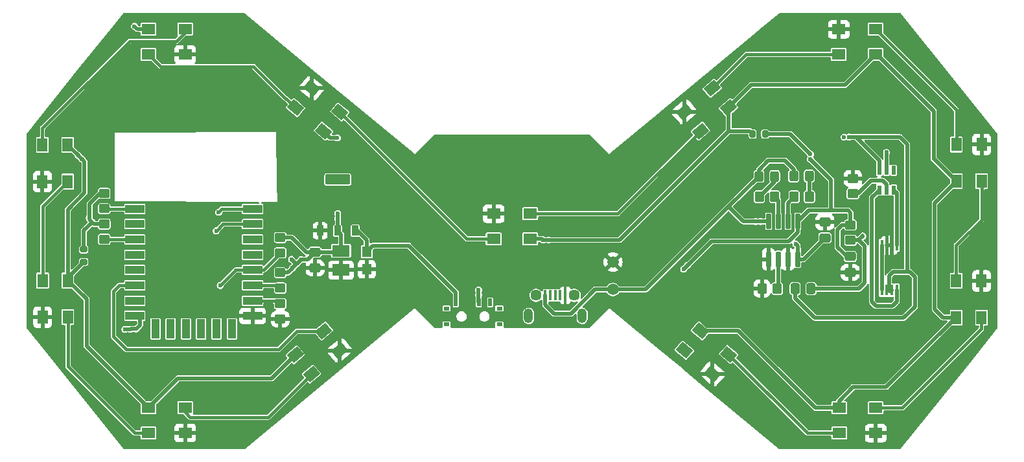
<source format=gbr>
%TF.GenerationSoftware,KiCad,Pcbnew,(7.0.0)*%
%TF.CreationDate,2023-08-19T05:22:45+05:30*%
%TF.ProjectId,glowtie,676c6f77-7469-4652-9e6b-696361645f70,rev?*%
%TF.SameCoordinates,Original*%
%TF.FileFunction,Copper,L1,Top*%
%TF.FilePolarity,Positive*%
%FSLAX46Y46*%
G04 Gerber Fmt 4.6, Leading zero omitted, Abs format (unit mm)*
G04 Created by KiCad (PCBNEW (7.0.0)) date 2023-08-19 05:22:45*
%MOMM*%
%LPD*%
G01*
G04 APERTURE LIST*
G04 Aperture macros list*
%AMRoundRect*
0 Rectangle with rounded corners*
0 $1 Rounding radius*
0 $2 $3 $4 $5 $6 $7 $8 $9 X,Y pos of 4 corners*
0 Add a 4 corners polygon primitive as box body*
4,1,4,$2,$3,$4,$5,$6,$7,$8,$9,$2,$3,0*
0 Add four circle primitives for the rounded corners*
1,1,$1+$1,$2,$3*
1,1,$1+$1,$4,$5*
1,1,$1+$1,$6,$7*
1,1,$1+$1,$8,$9*
0 Add four rect primitives between the rounded corners*
20,1,$1+$1,$2,$3,$4,$5,0*
20,1,$1+$1,$4,$5,$6,$7,0*
20,1,$1+$1,$6,$7,$8,$9,0*
20,1,$1+$1,$8,$9,$2,$3,0*%
%AMRotRect*
0 Rectangle, with rotation*
0 The origin of the aperture is its center*
0 $1 length*
0 $2 width*
0 $3 Rotation angle, in degrees counterclockwise*
0 Add horizontal line*
21,1,$1,$2,0,0,$3*%
G04 Aperture macros list end*
%TA.AperFunction,SMDPad,CuDef*%
%ADD10R,0.500000X1.000000*%
%TD*%
%TA.AperFunction,SMDPad,CuDef*%
%ADD11R,0.800000X0.500000*%
%TD*%
%TA.AperFunction,SMDPad,CuDef*%
%ADD12RoundRect,0.250000X-0.450000X0.350000X-0.450000X-0.350000X0.450000X-0.350000X0.450000X0.350000X0*%
%TD*%
%TA.AperFunction,SMDPad,CuDef*%
%ADD13RotRect,1.400000X1.800000X310.000000*%
%TD*%
%TA.AperFunction,SMDPad,CuDef*%
%ADD14R,1.800000X1.400000*%
%TD*%
%TA.AperFunction,SMDPad,CuDef*%
%ADD15R,1.400000X1.800000*%
%TD*%
%TA.AperFunction,SMDPad,CuDef*%
%ADD16RoundRect,0.250000X-0.475000X0.337500X-0.475000X-0.337500X0.475000X-0.337500X0.475000X0.337500X0*%
%TD*%
%TA.AperFunction,SMDPad,CuDef*%
%ADD17RotRect,1.400000X1.800000X50.000000*%
%TD*%
%TA.AperFunction,SMDPad,CuDef*%
%ADD18RoundRect,0.200000X-0.275000X0.200000X-0.275000X-0.200000X0.275000X-0.200000X0.275000X0.200000X0*%
%TD*%
%TA.AperFunction,SMDPad,CuDef*%
%ADD19C,1.500000*%
%TD*%
%TA.AperFunction,SMDPad,CuDef*%
%ADD20R,0.550000X1.200000*%
%TD*%
%TA.AperFunction,SMDPad,CuDef*%
%ADD21R,2.500000X1.100000*%
%TD*%
%TA.AperFunction,SMDPad,CuDef*%
%ADD22R,1.100000X2.500000*%
%TD*%
%TA.AperFunction,SMDPad,CuDef*%
%ADD23R,0.450000X1.475000*%
%TD*%
%TA.AperFunction,SMDPad,CuDef*%
%ADD24RoundRect,0.250000X0.350000X0.450000X-0.350000X0.450000X-0.350000X-0.450000X0.350000X-0.450000X0*%
%TD*%
%TA.AperFunction,SMDPad,CuDef*%
%ADD25RoundRect,0.093000X-0.372000X-0.562000X0.372000X-0.562000X0.372000X0.562000X-0.372000X0.562000X0*%
%TD*%
%TA.AperFunction,SMDPad,CuDef*%
%ADD26RoundRect,0.131000X-1.489000X-0.524000X1.489000X-0.524000X1.489000X0.524000X-1.489000X0.524000X0*%
%TD*%
%TA.AperFunction,SMDPad,CuDef*%
%ADD27RoundRect,0.250000X0.450000X-0.350000X0.450000X0.350000X-0.450000X0.350000X-0.450000X-0.350000X0*%
%TD*%
%TA.AperFunction,SMDPad,CuDef*%
%ADD28RoundRect,0.250000X-0.350000X-0.450000X0.350000X-0.450000X0.350000X0.450000X-0.350000X0.450000X0*%
%TD*%
%TA.AperFunction,SMDPad,CuDef*%
%ADD29R,1.299997X1.405349*%
%TD*%
%TA.AperFunction,SMDPad,CuDef*%
%ADD30RoundRect,0.250000X0.475000X-0.337500X0.475000X0.337500X-0.475000X0.337500X-0.475000X-0.337500X0*%
%TD*%
%TA.AperFunction,SMDPad,CuDef*%
%ADD31R,2.311400X1.497551*%
%TD*%
%TA.AperFunction,SMDPad,CuDef*%
%ADD32RotRect,1.400000X1.800000X230.000000*%
%TD*%
%TA.AperFunction,SMDPad,CuDef*%
%ADD33RoundRect,0.250000X0.325000X0.450000X-0.325000X0.450000X-0.325000X-0.450000X0.325000X-0.450000X0*%
%TD*%
%TA.AperFunction,SMDPad,CuDef*%
%ADD34RoundRect,0.200000X0.200000X0.275000X-0.200000X0.275000X-0.200000X-0.275000X0.200000X-0.275000X0*%
%TD*%
%TA.AperFunction,SMDPad,CuDef*%
%ADD35RoundRect,0.250000X-0.337500X-0.475000X0.337500X-0.475000X0.337500X0.475000X-0.337500X0.475000X0*%
%TD*%
%TA.AperFunction,SMDPad,CuDef*%
%ADD36R,0.400000X1.350000*%
%TD*%
%TA.AperFunction,ComponentPad*%
%ADD37O,1.200000X1.900000*%
%TD*%
%TA.AperFunction,ComponentPad*%
%ADD38C,1.450000*%
%TD*%
%TA.AperFunction,SMDPad,CuDef*%
%ADD39RotRect,1.400000X1.800000X130.000000*%
%TD*%
%TA.AperFunction,SMDPad,CuDef*%
%ADD40RoundRect,0.042000X0.258000X-0.943000X0.258000X0.943000X-0.258000X0.943000X-0.258000X-0.943000X0*%
%TD*%
%TA.AperFunction,ViaPad*%
%ADD41C,0.600000*%
%TD*%
%TA.AperFunction,Conductor*%
%ADD42C,0.500000*%
%TD*%
%TA.AperFunction,Conductor*%
%ADD43C,0.400000*%
%TD*%
G04 APERTURE END LIST*
D10*
X78574999Y-62024999D03*
X77074999Y-62024999D03*
X74074999Y-62024999D03*
D11*
X79774999Y-62824999D03*
X79774999Y-64924999D03*
X72874999Y-64924999D03*
X72874999Y-62824999D03*
D12*
X51150000Y-53550000D03*
X51150000Y-55550000D03*
D13*
X109709105Y-36541282D03*
X107587906Y-34013335D03*
X103910893Y-37098716D03*
X106032092Y-39626663D03*
D14*
X128919999Y-29599999D03*
X128919999Y-26299999D03*
X124119999Y-26299999D03*
X124119999Y-29599999D03*
D15*
X23379999Y-41419999D03*
X20079999Y-41419999D03*
X20079999Y-46219999D03*
X23379999Y-46219999D03*
D14*
X33929999Y-75809999D03*
X33929999Y-79109999D03*
X38729999Y-79109999D03*
X38729999Y-75809999D03*
D16*
X125600000Y-56012500D03*
X125600000Y-58087500D03*
D17*
X106062092Y-65763335D03*
X103940893Y-68291282D03*
X107617906Y-71376663D03*
X109739105Y-68848716D03*
D18*
X25475000Y-55100000D03*
X25475000Y-56750000D03*
D12*
X28130000Y-47770000D03*
X28130000Y-49770000D03*
D19*
X94600000Y-60350000D03*
D14*
X83819999Y-53729999D03*
X83819999Y-50429999D03*
X79019999Y-50429999D03*
X79019999Y-53729999D03*
D20*
X129399999Y-47349999D03*
X130349999Y-47349999D03*
X131299999Y-47349999D03*
X131299999Y-44749999D03*
X130349999Y-44749999D03*
X129399999Y-44749999D03*
D21*
X32129999Y-49802499D03*
X32129999Y-51802499D03*
X32129999Y-53802499D03*
X32129999Y-55802499D03*
X32129999Y-57802499D03*
X32129999Y-59802499D03*
X32129999Y-61802499D03*
X32129999Y-63802499D03*
X47529999Y-63802499D03*
X47529999Y-61802499D03*
X47529999Y-59802499D03*
X47529999Y-57802499D03*
X47529999Y-55802499D03*
X47529999Y-53802499D03*
X47529999Y-51802499D03*
X47529999Y-49802499D03*
D22*
X34819999Y-65502499D03*
X36819999Y-65502499D03*
X38819999Y-65502499D03*
X40819999Y-65502499D03*
X42819999Y-65502499D03*
X44819999Y-65502499D03*
D23*
X129724999Y-60437999D03*
X130374999Y-60437999D03*
X131024999Y-60437999D03*
X131674999Y-60437999D03*
X131674999Y-54561999D03*
X131024999Y-54561999D03*
X130374999Y-54561999D03*
X129724999Y-54561999D03*
D24*
X120280000Y-48210000D03*
X118280000Y-48210000D03*
D16*
X55700000Y-55462500D03*
X55700000Y-57537500D03*
D12*
X125650000Y-51900000D03*
X125650000Y-53900000D03*
X51140000Y-62200000D03*
X51140000Y-64200000D03*
X51150000Y-58150000D03*
X51150000Y-60150000D03*
D25*
X56360000Y-52646000D03*
X58650000Y-52646000D03*
X60940000Y-52646000D03*
D26*
X58650000Y-45956000D03*
D27*
X125950000Y-47800000D03*
X125950000Y-45800000D03*
D15*
X23399999Y-59169999D03*
X20099999Y-59169999D03*
X20099999Y-63969999D03*
X23399999Y-63969999D03*
D28*
X113740000Y-48210000D03*
X115740000Y-48210000D03*
D29*
X62449999Y-57699721D03*
X62449999Y-55400277D03*
D15*
X139459999Y-64019999D03*
X142759999Y-64019999D03*
X142759999Y-59219999D03*
X139459999Y-59219999D03*
X139469999Y-46179999D03*
X142769999Y-46179999D03*
X142769999Y-41379999D03*
X139469999Y-41379999D03*
D30*
X122300000Y-53587500D03*
X122300000Y-51512500D03*
D31*
X59099999Y-55292175D03*
X59099999Y-57807823D03*
D32*
X56797906Y-39636663D03*
X58919105Y-37108716D03*
X55242092Y-34023335D03*
X53120893Y-36551282D03*
D33*
X120262500Y-45500000D03*
X118212500Y-45500000D03*
D34*
X114500000Y-40000000D03*
X112850000Y-40000000D03*
D35*
X118412500Y-60240000D03*
X120487500Y-60240000D03*
D28*
X114070000Y-60220000D03*
X116070000Y-60220000D03*
D36*
X85774999Y-61112499D03*
X86424999Y-61112499D03*
X87074999Y-61112499D03*
X87724999Y-61112499D03*
X88374999Y-61112499D03*
D37*
X83574999Y-63812499D03*
D38*
X84575000Y-61112500D03*
X89575000Y-61112500D03*
D37*
X90574999Y-63812499D03*
D39*
X53100893Y-68878716D03*
X55222092Y-71406663D03*
X58899105Y-68321282D03*
X56777906Y-65793335D03*
D14*
X33919999Y-26279999D03*
X33919999Y-29579999D03*
X38719999Y-29579999D03*
X38719999Y-26279999D03*
D12*
X28150000Y-51780000D03*
X28150000Y-53780000D03*
D40*
X114935000Y-56385000D03*
X116205000Y-56385000D03*
X117475000Y-56385000D03*
X118745000Y-56385000D03*
X118745000Y-51435000D03*
X117475000Y-51435000D03*
X116205000Y-51435000D03*
X114935000Y-51435000D03*
D19*
X94600000Y-56750000D03*
D33*
X115732500Y-45540000D03*
X113682500Y-45540000D03*
D14*
X124149999Y-75829999D03*
X124149999Y-79129999D03*
X128949999Y-79129999D03*
X128949999Y-75829999D03*
D41*
X131825000Y-56725000D03*
X40825000Y-58725000D03*
X134275000Y-56750000D03*
X135325000Y-56725000D03*
X40150000Y-58700000D03*
X130850000Y-56725000D03*
X53875000Y-56425000D03*
X52625000Y-56400000D03*
X26575000Y-51550000D03*
X30850000Y-65550000D03*
X58650000Y-50400000D03*
X58650000Y-51050000D03*
X52725000Y-57550000D03*
X31550000Y-65550000D03*
X53250000Y-57025000D03*
X26200000Y-50950000D03*
X32325000Y-65500000D03*
X113900000Y-51450000D03*
X118750000Y-55050000D03*
X113250000Y-51450000D03*
X118500000Y-54375000D03*
X125450000Y-40400000D03*
X124800000Y-40400000D03*
X127250000Y-53350000D03*
X130350000Y-42400000D03*
X43100000Y-50250000D03*
X42775000Y-52675000D03*
X43300000Y-59825000D03*
X85475000Y-53875000D03*
X24750000Y-42800000D03*
X58600000Y-40500000D03*
X32100000Y-25900000D03*
X25275000Y-43275000D03*
X86200000Y-53875000D03*
X103850000Y-57700000D03*
X120400000Y-43300000D03*
X77050000Y-60400000D03*
X104350000Y-57200000D03*
X120400000Y-42650000D03*
X77050000Y-61050000D03*
D42*
X130375000Y-54562000D02*
X131025000Y-54562000D01*
X134275000Y-56750000D02*
X135300000Y-56750000D01*
X114950000Y-56370000D02*
X114935000Y-56385000D01*
X135300000Y-56750000D02*
X135325000Y-56725000D01*
X130850000Y-56725000D02*
X131825000Y-56725000D01*
X52650000Y-53550000D02*
X51150000Y-53550000D01*
X26200000Y-51175000D02*
X26575000Y-51550000D01*
X52625000Y-56400000D02*
X53250000Y-57025000D01*
X26575000Y-51565000D02*
X26575000Y-51550000D01*
X53350000Y-54250000D02*
X52650000Y-53550000D01*
X53250000Y-57025000D02*
X53275000Y-57025000D01*
X52725000Y-57550000D02*
X53250000Y-57025000D01*
X26200000Y-50950000D02*
X26225000Y-50925000D01*
X31550000Y-65550000D02*
X30850000Y-65550000D01*
X58650000Y-52646000D02*
X58650000Y-51050000D01*
X53875000Y-56425000D02*
X54737500Y-56425000D01*
X59100000Y-55292176D02*
X59100000Y-53096000D01*
X32325000Y-65500000D02*
X31600000Y-65500000D01*
X26790000Y-51780000D02*
X26575000Y-51565000D01*
X53275000Y-57025000D02*
X53875000Y-56425000D01*
X58650000Y-51050000D02*
X58650000Y-50400000D01*
X28150000Y-51780000D02*
X26790000Y-51780000D01*
X54562500Y-55462500D02*
X53350000Y-54250000D01*
X59100000Y-53096000D02*
X58650000Y-52646000D01*
X31600000Y-65500000D02*
X31550000Y-65550000D01*
X52150000Y-58150000D02*
X52725000Y-57575000D01*
X32830000Y-65020000D02*
X32350000Y-65500000D01*
X58929676Y-55462500D02*
X59100000Y-55292176D01*
X55700000Y-55462500D02*
X58929676Y-55462500D01*
X54737500Y-56425000D02*
X55700000Y-55462500D01*
X55700000Y-55462500D02*
X54562500Y-55462500D01*
X32830000Y-63802500D02*
X32830000Y-65020000D01*
X27605000Y-47770000D02*
X28130000Y-47770000D01*
X51150000Y-58150000D02*
X52150000Y-58150000D01*
X26225000Y-50925000D02*
X26225000Y-49150000D01*
X25475000Y-55100000D02*
X25475000Y-52650000D01*
X52725000Y-57575000D02*
X52725000Y-57550000D01*
X25475000Y-52650000D02*
X26575000Y-51550000D01*
X26225000Y-49150000D02*
X27605000Y-47770000D01*
X119502500Y-56385000D02*
X122300000Y-53587500D01*
X113682500Y-44717500D02*
X113682500Y-45540000D01*
X94600000Y-60350000D02*
X98872500Y-60350000D01*
X118750000Y-54650000D02*
X118750000Y-55050000D01*
X118750000Y-55050000D02*
X118750000Y-56380000D01*
X118500000Y-54400000D02*
X118750000Y-54650000D01*
X98872500Y-60350000D02*
X109711250Y-49511250D01*
X92300000Y-60350000D02*
X94600000Y-60350000D01*
X117100000Y-43500000D02*
X114900000Y-43500000D01*
X86925000Y-63500000D02*
X89150000Y-63500000D01*
X118212500Y-45500000D02*
X118212500Y-44612500D01*
X85775000Y-62350000D02*
X86925000Y-63500000D01*
X89150000Y-63500000D02*
X92300000Y-60350000D01*
X113250000Y-51450000D02*
X113235000Y-51435000D01*
X111635000Y-51435000D02*
X109711250Y-49511250D01*
X85775000Y-61112500D02*
X85775000Y-62350000D01*
X113250000Y-51450000D02*
X113900000Y-51450000D01*
X113235000Y-51435000D02*
X111635000Y-51435000D01*
X118212500Y-44612500D02*
X117100000Y-43500000D01*
X114935000Y-51435000D02*
X113915000Y-51435000D01*
X113915000Y-51435000D02*
X113900000Y-51450000D01*
X114900000Y-43500000D02*
X113682500Y-44717500D01*
X109711250Y-49511250D02*
X113682500Y-45540000D01*
X118745000Y-56385000D02*
X119502500Y-56385000D01*
X134050000Y-58700000D02*
X133400000Y-58050000D01*
X129400000Y-43450000D02*
X126350000Y-40400000D01*
X130913000Y-60550000D02*
X131025000Y-60438000D01*
X126350000Y-40400000D02*
X125450000Y-40400000D01*
X118412500Y-60240000D02*
X118412500Y-61462500D01*
X133050000Y-58050000D02*
X131200000Y-58050000D01*
X130700000Y-58550000D02*
X130700000Y-60550000D01*
X130700000Y-60550000D02*
X130913000Y-60550000D01*
X118412500Y-61462500D02*
X121000000Y-64050000D01*
X133050000Y-41350000D02*
X132100000Y-40400000D01*
X121000000Y-64050000D02*
X132600000Y-64050000D01*
X132600000Y-64050000D02*
X134050000Y-62600000D01*
X129400000Y-44750000D02*
X129400000Y-43450000D01*
X133400000Y-58050000D02*
X133050000Y-58050000D01*
X131200000Y-58050000D02*
X130700000Y-58550000D01*
X134050000Y-62600000D02*
X134050000Y-58700000D01*
X132100000Y-40400000D02*
X126350000Y-40400000D01*
X133050000Y-58050000D02*
X133050000Y-41350000D01*
X126750000Y-53900000D02*
X125650000Y-53900000D01*
X127500000Y-54650000D02*
X126750000Y-53900000D01*
X126760000Y-60240000D02*
X127500000Y-59500000D01*
X127200000Y-53350000D02*
X127250000Y-53350000D01*
X127250000Y-53300000D02*
X127200000Y-53350000D01*
X125650000Y-53900000D02*
X126650000Y-53900000D01*
X130350000Y-44750000D02*
X130350000Y-42400000D01*
X126650000Y-53900000D02*
X127200000Y-53350000D01*
X120487500Y-60240000D02*
X126760000Y-60240000D01*
X127500000Y-59500000D02*
X127500000Y-54650000D01*
X127250000Y-53350000D02*
X127250000Y-53300000D01*
X60940000Y-52646000D02*
X61196000Y-52646000D01*
X63250278Y-54600000D02*
X62450000Y-55400278D01*
X74075000Y-60725000D02*
X67950000Y-54600000D01*
X62450000Y-53900000D02*
X62450000Y-55400278D01*
X74075000Y-62025000D02*
X74075000Y-60725000D01*
X61196000Y-52646000D02*
X62450000Y-53900000D01*
X67950000Y-54600000D02*
X63250278Y-54600000D01*
X120262500Y-48192500D02*
X120280000Y-48210000D01*
X120262500Y-45500000D02*
X120262500Y-48192500D01*
X115732500Y-45540000D02*
X115732500Y-46217500D01*
X115732500Y-46217500D02*
X113740000Y-48210000D01*
D43*
X54906664Y-65793336D02*
X56777907Y-65793336D01*
X31673500Y-59800000D02*
X30150000Y-59800000D01*
X29350000Y-66500000D02*
X31050000Y-68200000D01*
X54900000Y-65800000D02*
X54906664Y-65793336D01*
X32830000Y-59802500D02*
X31676000Y-59802500D01*
X50900000Y-68200000D02*
X53300000Y-65800000D01*
X29350000Y-60600000D02*
X29350000Y-66500000D01*
X30150000Y-59800000D02*
X29350000Y-60600000D01*
X31676000Y-59802500D02*
X31673500Y-59800000D01*
X53300000Y-65800000D02*
X54900000Y-65800000D01*
X31050000Y-68200000D02*
X50900000Y-68200000D01*
X43497500Y-49802500D02*
X46830000Y-49802500D01*
X43075000Y-50250000D02*
X43497500Y-49827500D01*
X43497500Y-49827500D02*
X43497500Y-49802500D01*
X42775000Y-52675000D02*
X43647500Y-51802500D01*
X43647500Y-51802500D02*
X46830000Y-51802500D01*
X51150000Y-55630000D02*
X48977500Y-57802500D01*
X48977500Y-57802500D02*
X46830000Y-57802500D01*
X45297500Y-57802500D02*
X46830000Y-57802500D01*
X43325000Y-59800000D02*
X45297500Y-57827500D01*
X51150000Y-55550000D02*
X51150000Y-55630000D01*
X45297500Y-57827500D02*
X45297500Y-57802500D01*
X38730000Y-76430000D02*
X38730000Y-75810000D01*
X39350000Y-77050000D02*
X38730000Y-76430000D01*
X49578757Y-77050000D02*
X39350000Y-77050000D01*
X55222093Y-71406664D02*
X49578757Y-77050000D01*
X32110000Y-79110000D02*
X23400000Y-70400000D01*
X33930000Y-79110000D02*
X32110000Y-79110000D01*
X23400000Y-70400000D02*
X23400000Y-63970000D01*
X20100000Y-49500000D02*
X23380000Y-46220000D01*
X20100000Y-59170000D02*
X20100000Y-49500000D01*
X31450000Y-27850000D02*
X37550000Y-27850000D01*
X20080000Y-41420000D02*
X20080000Y-39220000D01*
X37550000Y-27850000D02*
X38720000Y-26680000D01*
X20080000Y-39220000D02*
X31450000Y-27850000D01*
X38720000Y-26680000D02*
X38720000Y-26280000D01*
X51969611Y-35400000D02*
X53120894Y-36551283D01*
X51900000Y-35400000D02*
X51969611Y-35400000D01*
X35490000Y-31150000D02*
X47650000Y-31150000D01*
X47650000Y-31150000D02*
X51900000Y-35400000D01*
X33920000Y-29580000D02*
X35490000Y-31150000D01*
X58919106Y-37108717D02*
X75450000Y-53639611D01*
X75450000Y-53650000D02*
X75530000Y-53730000D01*
X75450000Y-53639611D02*
X75450000Y-53650000D01*
X75530000Y-53730000D02*
X79020000Y-53730000D01*
X83820000Y-50430000D02*
X95228757Y-50430000D01*
X95228757Y-50430000D02*
X106032093Y-39626664D01*
X112001243Y-29600000D02*
X124120000Y-29600000D01*
X107587907Y-34013336D02*
X112001243Y-29600000D01*
X128920000Y-26300000D02*
X139470000Y-36850000D01*
X139470000Y-36850000D02*
X139470000Y-41380000D01*
X139460000Y-54540000D02*
X139460000Y-59220000D01*
X142770000Y-46180000D02*
X142770000Y-51230000D01*
X142770000Y-51230000D02*
X139460000Y-54540000D01*
X142760000Y-65490000D02*
X132420000Y-75830000D01*
X142760000Y-64020000D02*
X142760000Y-65490000D01*
X132420000Y-75830000D02*
X128950000Y-75830000D01*
X124150000Y-79130000D02*
X120020389Y-79130000D01*
X120020389Y-79130000D02*
X109739106Y-68848717D01*
X28150000Y-53780000D02*
X32807500Y-53780000D01*
X32807500Y-53780000D02*
X32830000Y-53802500D01*
X28162500Y-49802500D02*
X32830000Y-49802500D01*
X28130000Y-49770000D02*
X28162500Y-49802500D01*
X50742500Y-61802500D02*
X51140000Y-62200000D01*
X46830000Y-61802500D02*
X50742500Y-61802500D01*
X50802500Y-59802500D02*
X51150000Y-60150000D01*
X46830000Y-59802500D02*
X50802500Y-59802500D01*
D42*
X116205000Y-60085000D02*
X116070000Y-60220000D01*
X116205000Y-56385000D02*
X116205000Y-60085000D01*
X117475000Y-49015000D02*
X118280000Y-48210000D01*
X117475000Y-51435000D02*
X117475000Y-49015000D01*
X116205000Y-51435000D02*
X116205000Y-48675000D01*
X116205000Y-48675000D02*
X115740000Y-48210000D01*
X130350000Y-47350000D02*
X130350000Y-46600000D01*
X128300000Y-46100000D02*
X126600000Y-47800000D01*
X126600000Y-47800000D02*
X125950000Y-47800000D01*
X130350000Y-46600000D02*
X129850000Y-46100000D01*
X129850000Y-46100000D02*
X128300000Y-46100000D01*
X129000000Y-62500000D02*
X131100000Y-62500000D01*
X128450000Y-48300000D02*
X128450000Y-61950000D01*
X128450000Y-61950000D02*
X129000000Y-62500000D01*
X129400000Y-47350000D02*
X128450000Y-48300000D01*
X131675000Y-61925000D02*
X131675000Y-60438000D01*
X131100000Y-62500000D02*
X131675000Y-61925000D01*
X131675000Y-47725000D02*
X131300000Y-47350000D01*
X131675000Y-54562000D02*
X131675000Y-47725000D01*
X129725000Y-54562000D02*
X129725000Y-60438000D01*
X32480000Y-26280000D02*
X32100000Y-25900000D01*
X109709106Y-36541283D02*
X112650389Y-33600000D01*
X139470000Y-46180000D02*
X136625000Y-49025000D01*
X85330000Y-53730000D02*
X85475000Y-53875000D01*
X125975000Y-73100000D02*
X124150000Y-74925000D01*
X25225000Y-43275000D02*
X24750000Y-42800000D01*
X137745000Y-64020000D02*
X139460000Y-64020000D01*
X25575000Y-43615000D02*
X25275000Y-43315000D01*
X25850000Y-61620000D02*
X23400000Y-59170000D01*
X25275000Y-43315000D02*
X25275000Y-43275000D01*
X136525000Y-37005000D02*
X136525000Y-43325000D01*
X53100894Y-68878717D02*
X50004611Y-71975000D01*
X25850000Y-67730000D02*
X25850000Y-61620000D01*
X37765000Y-71975000D02*
X33930000Y-75810000D01*
X136625000Y-62900000D02*
X137745000Y-64020000D01*
X110988336Y-65763336D02*
X106062093Y-65763336D01*
X23400000Y-59170000D02*
X23400000Y-58825000D01*
X95450000Y-53875000D02*
X109709106Y-39615894D01*
X124150000Y-75830000D02*
X121055000Y-75830000D01*
X136525000Y-43325000D02*
X136615000Y-43325000D01*
X121055000Y-75830000D02*
X110988336Y-65763336D01*
X129120000Y-29600000D02*
X136525000Y-37005000D01*
X109709106Y-39615894D02*
X112465894Y-39615894D01*
X109709106Y-39615894D02*
X109709106Y-36541283D01*
X57661243Y-40500000D02*
X58550000Y-40500000D01*
X85475000Y-53875000D02*
X86175000Y-53875000D01*
X139460000Y-64020000D02*
X139380000Y-64020000D01*
X136625000Y-49025000D02*
X136625000Y-62900000D01*
X83820000Y-53730000D02*
X85330000Y-53730000D01*
X124920000Y-33600000D02*
X128920000Y-29600000D01*
X33930000Y-75810000D02*
X25850000Y-67730000D01*
X130300000Y-73100000D02*
X125975000Y-73100000D01*
X112465894Y-39615894D02*
X112850000Y-40000000D01*
X23400000Y-49875000D02*
X25575000Y-47700000D01*
X124150000Y-74925000D02*
X124150000Y-75830000D01*
X23400000Y-58825000D02*
X25475000Y-56750000D01*
X136615000Y-43325000D02*
X139470000Y-46180000D01*
X25275000Y-43275000D02*
X25225000Y-43275000D01*
X25575000Y-47700000D02*
X25575000Y-43615000D01*
X56797907Y-39636664D02*
X57661243Y-40500000D01*
X50004611Y-71975000D02*
X37765000Y-71975000D01*
X23400000Y-59170000D02*
X23400000Y-49875000D01*
X139380000Y-64020000D02*
X130300000Y-73100000D01*
X128920000Y-29600000D02*
X129120000Y-29600000D01*
X24750000Y-42790000D02*
X23380000Y-41420000D01*
X86175000Y-53875000D02*
X95450000Y-53875000D01*
X112650389Y-33600000D02*
X124920000Y-33600000D01*
X24750000Y-42800000D02*
X24750000Y-42790000D01*
X33920000Y-26280000D02*
X32480000Y-26280000D01*
X120180000Y-50000000D02*
X118745000Y-51435000D01*
X104300000Y-57250000D02*
X103850000Y-57700000D01*
X125650000Y-50300000D02*
X125350000Y-50000000D01*
X124550000Y-51900000D02*
X125650000Y-51900000D01*
X123100000Y-50000000D02*
X120180000Y-50000000D01*
X77050000Y-61050000D02*
X77050000Y-62000000D01*
X77050000Y-62000000D02*
X77075000Y-62025000D01*
X118745000Y-52855000D02*
X117550000Y-54050000D01*
X117750000Y-40000000D02*
X120400000Y-42650000D01*
X123950000Y-54800000D02*
X123950000Y-52500000D01*
X125350000Y-50000000D02*
X123100000Y-50000000D01*
X77050000Y-60400000D02*
X77050000Y-61050000D01*
X107500000Y-54050000D02*
X104300000Y-57250000D01*
X117550000Y-54050000D02*
X107500000Y-54050000D01*
X120400000Y-43300000D02*
X123100000Y-46000000D01*
X123950000Y-52500000D02*
X124550000Y-51900000D01*
X125600000Y-56012500D02*
X125162500Y-56012500D01*
X114500000Y-40000000D02*
X117750000Y-40000000D01*
X125650000Y-51900000D02*
X125650000Y-50300000D01*
X125162500Y-56012500D02*
X123950000Y-54800000D01*
X123100000Y-46000000D02*
X123100000Y-50000000D01*
X118745000Y-51435000D02*
X118745000Y-52855000D01*
%TA.AperFunction,Conductor*%
G36*
X131939662Y-40787091D02*
G01*
X131980540Y-40814405D01*
X132635596Y-41469462D01*
X132662909Y-41510339D01*
X132672500Y-41558557D01*
X132672500Y-57546500D01*
X132655619Y-57609500D01*
X132609500Y-57655619D01*
X132546500Y-57672500D01*
X131252218Y-57672500D01*
X131226361Y-57669818D01*
X131226034Y-57669749D01*
X131226031Y-57669748D01*
X131215816Y-57667607D01*
X131205457Y-57668898D01*
X131205455Y-57668898D01*
X131184327Y-57671532D01*
X131179105Y-57671856D01*
X131179123Y-57672070D01*
X131173930Y-57672500D01*
X131168719Y-57672500D01*
X131163583Y-57673356D01*
X131163581Y-57673357D01*
X131156706Y-57674504D01*
X131148119Y-57675936D01*
X131142986Y-57676684D01*
X131101152Y-57681899D01*
X131101151Y-57681899D01*
X131090797Y-57683190D01*
X131083614Y-57686701D01*
X131075731Y-57688017D01*
X131066552Y-57692984D01*
X131066550Y-57692985D01*
X131029493Y-57713039D01*
X131024868Y-57715420D01*
X130986986Y-57733940D01*
X130986982Y-57733942D01*
X130977611Y-57738524D01*
X130971959Y-57744175D01*
X130964929Y-57747980D01*
X130957863Y-57755654D01*
X130957857Y-57755660D01*
X130929305Y-57786676D01*
X130925701Y-57790432D01*
X130469987Y-58246145D01*
X130449818Y-58262525D01*
X130449529Y-58262713D01*
X130449522Y-58262718D01*
X130440791Y-58268424D01*
X130434383Y-58276655D01*
X130434378Y-58276661D01*
X130421290Y-58293476D01*
X130417886Y-58297443D01*
X130417993Y-58297534D01*
X130414634Y-58301498D01*
X130410948Y-58305186D01*
X130407924Y-58309420D01*
X130407918Y-58309428D01*
X130398810Y-58322184D01*
X130395704Y-58326349D01*
X130369819Y-58359607D01*
X130369817Y-58359609D01*
X130363408Y-58367845D01*
X130360812Y-58375406D01*
X130356168Y-58381911D01*
X130353191Y-58391909D01*
X130353190Y-58391912D01*
X130349262Y-58405108D01*
X130310725Y-58464627D01*
X130246150Y-58493912D01*
X130175985Y-58483689D01*
X130122451Y-58437195D01*
X130102500Y-58369154D01*
X130102500Y-55901119D01*
X130112091Y-55852901D01*
X130139405Y-55812024D01*
X130146149Y-55805279D01*
X130150000Y-55790910D01*
X130600000Y-55790910D01*
X130603506Y-55803993D01*
X130616590Y-55807500D01*
X130645224Y-55807500D01*
X130651930Y-55807140D01*
X130686526Y-55803420D01*
X130713471Y-55803420D01*
X130748067Y-55807140D01*
X130754776Y-55807500D01*
X130783410Y-55807500D01*
X130796493Y-55803993D01*
X130800000Y-55790910D01*
X130800000Y-54803590D01*
X130796493Y-54790506D01*
X130783410Y-54787000D01*
X130616590Y-54787000D01*
X130603506Y-54790506D01*
X130600000Y-54803590D01*
X130600000Y-55790910D01*
X130150000Y-55790910D01*
X130150000Y-54320410D01*
X130600000Y-54320410D01*
X130603506Y-54333493D01*
X130616590Y-54337000D01*
X130783410Y-54337000D01*
X130796493Y-54333493D01*
X130800000Y-54320410D01*
X130800000Y-53333090D01*
X130796493Y-53320006D01*
X130783410Y-53316500D01*
X130754779Y-53316500D01*
X130748059Y-53316860D01*
X130713468Y-53320579D01*
X130686532Y-53320579D01*
X130651940Y-53316860D01*
X130645221Y-53316500D01*
X130616590Y-53316500D01*
X130603506Y-53320006D01*
X130600000Y-53333090D01*
X130600000Y-54320410D01*
X130150000Y-54320410D01*
X130150000Y-53333090D01*
X130146493Y-53320006D01*
X130133410Y-53316500D01*
X130104777Y-53316500D01*
X130098061Y-53316859D01*
X130048742Y-53322162D01*
X130033521Y-53325759D01*
X129912480Y-53370905D01*
X129896824Y-53379454D01*
X129794307Y-53456197D01*
X129781697Y-53468807D01*
X129704954Y-53571324D01*
X129696404Y-53586982D01*
X129685941Y-53615034D01*
X129659076Y-53657951D01*
X129617486Y-53686827D01*
X129567886Y-53697000D01*
X129487442Y-53697000D01*
X129481381Y-53698205D01*
X129481377Y-53698206D01*
X129462421Y-53701977D01*
X129462419Y-53701977D01*
X129450252Y-53704398D01*
X129439935Y-53711291D01*
X129439934Y-53711292D01*
X129418393Y-53725685D01*
X129418390Y-53725687D01*
X129408078Y-53732578D01*
X129401187Y-53742890D01*
X129401185Y-53742893D01*
X129386792Y-53764434D01*
X129379898Y-53774752D01*
X129377477Y-53786919D01*
X129377477Y-53786921D01*
X129373783Y-53805493D01*
X129372500Y-53811942D01*
X129372500Y-53818127D01*
X129372500Y-54405158D01*
X129365673Y-54446069D01*
X129347500Y-54499006D01*
X129347500Y-60469281D01*
X129348356Y-60474415D01*
X129348357Y-60474418D01*
X129351056Y-60490590D01*
X129363017Y-60562269D01*
X129366266Y-60568274D01*
X129372500Y-60605627D01*
X129372500Y-61188058D01*
X129379898Y-61225248D01*
X129408078Y-61267422D01*
X129450252Y-61295602D01*
X129487442Y-61303000D01*
X129956373Y-61303000D01*
X129962558Y-61303000D01*
X129999748Y-61295602D01*
X130006264Y-61291248D01*
X130050000Y-61282548D01*
X130093735Y-61291248D01*
X130100252Y-61295602D01*
X130137442Y-61303000D01*
X130606373Y-61303000D01*
X130612558Y-61303000D01*
X130649748Y-61295602D01*
X130656264Y-61291248D01*
X130700000Y-61282548D01*
X130743735Y-61291248D01*
X130750252Y-61295602D01*
X130787442Y-61303000D01*
X130793627Y-61303000D01*
X131171500Y-61303000D01*
X131234500Y-61319881D01*
X131280619Y-61366000D01*
X131297500Y-61429000D01*
X131297500Y-61716444D01*
X131287909Y-61764662D01*
X131260595Y-61805540D01*
X130980538Y-62085596D01*
X130939661Y-62112909D01*
X130891443Y-62122500D01*
X129208556Y-62122500D01*
X129160338Y-62112909D01*
X129119461Y-62085595D01*
X128864405Y-61830539D01*
X128837091Y-61789662D01*
X128827500Y-61741444D01*
X128827500Y-48508556D01*
X128837091Y-48460338D01*
X128864405Y-48419460D01*
X129169462Y-48114404D01*
X129210339Y-48087091D01*
X129258557Y-48077500D01*
X129681373Y-48077500D01*
X129687558Y-48077500D01*
X129724748Y-48070102D01*
X129766922Y-48041922D01*
X129773815Y-48031605D01*
X129782592Y-48022829D01*
X129784131Y-48024368D01*
X129815600Y-47995845D01*
X129875000Y-47980965D01*
X129934400Y-47995845D01*
X129965868Y-48024368D01*
X129967408Y-48022829D01*
X129976185Y-48031606D01*
X129983078Y-48041922D01*
X130025252Y-48070102D01*
X130062442Y-48077500D01*
X130631373Y-48077500D01*
X130637558Y-48077500D01*
X130674748Y-48070102D01*
X130716922Y-48041922D01*
X130723815Y-48031605D01*
X130732592Y-48022829D01*
X130734131Y-48024368D01*
X130765600Y-47995845D01*
X130825000Y-47980965D01*
X130884400Y-47995845D01*
X130915868Y-48024368D01*
X130917408Y-48022829D01*
X130926185Y-48031606D01*
X130933078Y-48041922D01*
X130975252Y-48070102D01*
X131012442Y-48077500D01*
X131171500Y-48077500D01*
X131234500Y-48094381D01*
X131280619Y-48140500D01*
X131297500Y-48203500D01*
X131297500Y-53222881D01*
X131287909Y-53271099D01*
X131260595Y-53311976D01*
X131253850Y-53318720D01*
X131250000Y-53333090D01*
X131250000Y-55790910D01*
X131253506Y-55803993D01*
X131266590Y-55807500D01*
X131295223Y-55807500D01*
X131301938Y-55807140D01*
X131351257Y-55801837D01*
X131366478Y-55798240D01*
X131487519Y-55753094D01*
X131503175Y-55744545D01*
X131605692Y-55667802D01*
X131618302Y-55655192D01*
X131695045Y-55552675D01*
X131703595Y-55537017D01*
X131714059Y-55508966D01*
X131740924Y-55466049D01*
X131782514Y-55437173D01*
X131832114Y-55427000D01*
X131906373Y-55427000D01*
X131912558Y-55427000D01*
X131949748Y-55419602D01*
X131991922Y-55391422D01*
X132020102Y-55349248D01*
X132027500Y-55312058D01*
X132027500Y-54718842D01*
X132034327Y-54677930D01*
X132034978Y-54676034D01*
X132052500Y-54624994D01*
X132052500Y-47777218D01*
X132055182Y-47751361D01*
X132055186Y-47751341D01*
X132057393Y-47740816D01*
X132053467Y-47709328D01*
X132053143Y-47704108D01*
X132052931Y-47704126D01*
X132052500Y-47698930D01*
X132052500Y-47693719D01*
X132049056Y-47673087D01*
X132048320Y-47668038D01*
X132041809Y-47615796D01*
X132038298Y-47608615D01*
X132036983Y-47600731D01*
X132011925Y-47554430D01*
X132009585Y-47549883D01*
X131986476Y-47502611D01*
X131980824Y-47496959D01*
X131977020Y-47489929D01*
X131961554Y-47475692D01*
X131938335Y-47454317D01*
X131934576Y-47450711D01*
X131739404Y-47255538D01*
X131712091Y-47214661D01*
X131702500Y-47166443D01*
X131702500Y-46743627D01*
X131702500Y-46737442D01*
X131695102Y-46700252D01*
X131666922Y-46658078D01*
X131656604Y-46651184D01*
X131638597Y-46639152D01*
X131624748Y-46629898D01*
X131612578Y-46627477D01*
X131593622Y-46623706D01*
X131593619Y-46623705D01*
X131587558Y-46622500D01*
X131012442Y-46622500D01*
X131006381Y-46623705D01*
X131006377Y-46623706D01*
X130987421Y-46627477D01*
X130987419Y-46627477D01*
X130975252Y-46629898D01*
X130964935Y-46636791D01*
X130964934Y-46636792D01*
X130943394Y-46651184D01*
X130943390Y-46651187D01*
X130938704Y-46654318D01*
X130938698Y-46654322D01*
X130933078Y-46658078D01*
X130932747Y-46657582D01*
X130880178Y-46686381D01*
X130809682Y-46681635D01*
X130752824Y-46639691D01*
X130727500Y-46573780D01*
X130727500Y-46568719D01*
X130724069Y-46548159D01*
X130723317Y-46543003D01*
X130719467Y-46512117D01*
X130716810Y-46490797D01*
X130713298Y-46483614D01*
X130711983Y-46475731D01*
X130686927Y-46429433D01*
X130684587Y-46424887D01*
X130661476Y-46377611D01*
X130655824Y-46371959D01*
X130652020Y-46364929D01*
X130643199Y-46356809D01*
X130613335Y-46329317D01*
X130609576Y-46325711D01*
X130153856Y-45869990D01*
X130137469Y-45849810D01*
X130137285Y-45849529D01*
X130137284Y-45849528D01*
X130131576Y-45840791D01*
X130106528Y-45821295D01*
X130102610Y-45817835D01*
X130102472Y-45817999D01*
X130098503Y-45814637D01*
X130094814Y-45810948D01*
X130077800Y-45798800D01*
X130073678Y-45795726D01*
X130032155Y-45763408D01*
X130024593Y-45760812D01*
X130018089Y-45756168D01*
X130008088Y-45753190D01*
X130008081Y-45753187D01*
X129967680Y-45741159D01*
X129962723Y-45739571D01*
X129922869Y-45725889D01*
X129922862Y-45725887D01*
X129912994Y-45722500D01*
X129905002Y-45722500D01*
X129897340Y-45720219D01*
X129886908Y-45720650D01*
X129886904Y-45720650D01*
X129844807Y-45722392D01*
X129839600Y-45722500D01*
X129735160Y-45722500D01*
X129675764Y-45707622D01*
X129630395Y-45666502D01*
X129609767Y-45608851D01*
X129618751Y-45548283D01*
X129655225Y-45499102D01*
X129701154Y-45477377D01*
X129701111Y-45477273D01*
X129703243Y-45476389D01*
X129710577Y-45472921D01*
X129710664Y-45472903D01*
X129724748Y-45470102D01*
X129766922Y-45441922D01*
X129773815Y-45431605D01*
X129782592Y-45422829D01*
X129784131Y-45424368D01*
X129815600Y-45395845D01*
X129875000Y-45380965D01*
X129934400Y-45395845D01*
X129965868Y-45424368D01*
X129967408Y-45422829D01*
X129976185Y-45431606D01*
X129983078Y-45441922D01*
X130025252Y-45470102D01*
X130062442Y-45477500D01*
X130631373Y-45477500D01*
X130637558Y-45477500D01*
X130674748Y-45470102D01*
X130716922Y-45441922D01*
X130723815Y-45431605D01*
X130732592Y-45422829D01*
X130734131Y-45424368D01*
X130765600Y-45395845D01*
X130825000Y-45380965D01*
X130884400Y-45395845D01*
X130915868Y-45424368D01*
X130917408Y-45422829D01*
X130926185Y-45431606D01*
X130933078Y-45441922D01*
X130975252Y-45470102D01*
X131012442Y-45477500D01*
X131581373Y-45477500D01*
X131587558Y-45477500D01*
X131624748Y-45470102D01*
X131666922Y-45441922D01*
X131695102Y-45399748D01*
X131702500Y-45362558D01*
X131702500Y-44137442D01*
X131695102Y-44100252D01*
X131666922Y-44058078D01*
X131624748Y-44029898D01*
X131612578Y-44027477D01*
X131593622Y-44023706D01*
X131593619Y-44023705D01*
X131587558Y-44022500D01*
X131012442Y-44022500D01*
X131006381Y-44023705D01*
X131006377Y-44023706D01*
X130987421Y-44027477D01*
X130987419Y-44027477D01*
X130975252Y-44029898D01*
X130964935Y-44036791D01*
X130964934Y-44036792D01*
X130943393Y-44051185D01*
X130943390Y-44051187D01*
X130937827Y-44054904D01*
X130937807Y-44054917D01*
X130933078Y-44058078D01*
X130932953Y-44057892D01*
X130892436Y-44082722D01*
X130833789Y-44087338D01*
X130779439Y-44064825D01*
X130741233Y-44020092D01*
X130727500Y-43962889D01*
X130727500Y-42685257D01*
X130738887Y-42632914D01*
X130755555Y-42596417D01*
X130786697Y-42528226D01*
X130805133Y-42400000D01*
X130802754Y-42383457D01*
X130787979Y-42280691D01*
X130786697Y-42271774D01*
X130732882Y-42153937D01*
X130648049Y-42056033D01*
X130539069Y-41985996D01*
X130530425Y-41983458D01*
X130530423Y-41983457D01*
X130423416Y-41952038D01*
X130423415Y-41952037D01*
X130414772Y-41949500D01*
X130285228Y-41949500D01*
X130276585Y-41952037D01*
X130276583Y-41952038D01*
X130169576Y-41983457D01*
X130169571Y-41983458D01*
X130160931Y-41985996D01*
X130153352Y-41990866D01*
X130153351Y-41990867D01*
X130059531Y-42051161D01*
X130059528Y-42051163D01*
X130051951Y-42056033D01*
X129967118Y-42153937D01*
X129963374Y-42162134D01*
X129963372Y-42162138D01*
X129917046Y-42263576D01*
X129917044Y-42263581D01*
X129913303Y-42271774D01*
X129912021Y-42280684D01*
X129912020Y-42280691D01*
X129896880Y-42385996D01*
X129894867Y-42400000D01*
X129896149Y-42408917D01*
X129912020Y-42519308D01*
X129912021Y-42519313D01*
X129913303Y-42528226D01*
X129917045Y-42536419D01*
X129917046Y-42536423D01*
X129961113Y-42632914D01*
X129972500Y-42685257D01*
X129972500Y-43216920D01*
X129954741Y-43281418D01*
X129906469Y-43327734D01*
X129841293Y-43342812D01*
X129777584Y-43322403D01*
X129733303Y-43272259D01*
X129732194Y-43269990D01*
X129711476Y-43227610D01*
X129705823Y-43221957D01*
X129702020Y-43214929D01*
X129687189Y-43201276D01*
X129663320Y-43179303D01*
X129659563Y-43175697D01*
X127476461Y-40992595D01*
X127445723Y-40942436D01*
X127441107Y-40883789D01*
X127463620Y-40829439D01*
X127508353Y-40791233D01*
X127565556Y-40777500D01*
X131891444Y-40777500D01*
X131939662Y-40787091D01*
G37*
%TD.AperFunction*%
%TA.AperFunction,Conductor*%
G36*
X46474106Y-24187965D02*
G01*
X46511769Y-24209477D01*
X55295097Y-31487091D01*
X68643412Y-42547124D01*
X68666089Y-42565913D01*
X68676605Y-42577570D01*
X68679681Y-42579625D01*
X68681349Y-42583651D01*
X68693640Y-42588741D01*
X68693641Y-42588742D01*
X68693572Y-42588906D01*
X68694949Y-42589826D01*
X68695515Y-42590295D01*
X68695767Y-42590372D01*
X68695769Y-42590374D01*
X68697196Y-42590814D01*
X68700105Y-42591862D01*
X68701815Y-42592238D01*
X68702855Y-42592559D01*
X68720000Y-42599661D01*
X68722508Y-42598621D01*
X68725102Y-42599422D01*
X68741506Y-42590752D01*
X68742528Y-42590328D01*
X68744189Y-42589796D01*
X68746986Y-42588482D01*
X68748606Y-42587812D01*
X68749138Y-42587279D01*
X68750408Y-42586247D01*
X68750326Y-42586091D01*
X68751115Y-42585674D01*
X68751114Y-42585674D01*
X68762090Y-42579875D01*
X68763375Y-42575708D01*
X68766249Y-42573372D01*
X68775627Y-42560789D01*
X71244012Y-40092404D01*
X71284889Y-40065091D01*
X71333107Y-40055500D01*
X91506892Y-40055500D01*
X91555110Y-40065091D01*
X91595987Y-40092405D01*
X94064370Y-42560787D01*
X94073753Y-42573376D01*
X94076625Y-42575710D01*
X94077910Y-42579875D01*
X94088881Y-42585672D01*
X94088882Y-42585673D01*
X94089675Y-42586092D01*
X94089591Y-42586249D01*
X94090876Y-42587293D01*
X94091394Y-42587811D01*
X94093007Y-42588479D01*
X94095788Y-42589785D01*
X94097436Y-42590313D01*
X94098484Y-42590747D01*
X94114898Y-42599422D01*
X94117492Y-42598621D01*
X94120000Y-42599660D01*
X94137139Y-42592560D01*
X94138171Y-42592241D01*
X94139895Y-42591862D01*
X94142825Y-42590806D01*
X94144485Y-42590295D01*
X94145058Y-42589819D01*
X94146426Y-42588906D01*
X94146358Y-42588742D01*
X94146358Y-42588741D01*
X94158651Y-42583651D01*
X94160319Y-42579622D01*
X94163398Y-42577566D01*
X94173905Y-42565917D01*
X100462392Y-37355457D01*
X102311484Y-37355457D01*
X102312664Y-37366971D01*
X102314575Y-37372354D01*
X102321602Y-37386323D01*
X102349237Y-37427505D01*
X102353286Y-37432891D01*
X103311325Y-38574638D01*
X103315913Y-38579546D01*
X103351678Y-38613920D01*
X103364219Y-38623269D01*
X103476603Y-38686971D01*
X103493222Y-38693471D01*
X103617903Y-38722673D01*
X103635668Y-38724227D01*
X103640924Y-38723935D01*
X103653576Y-38719909D01*
X103656894Y-38707054D01*
X103656894Y-38444530D01*
X104164894Y-38444530D01*
X104168120Y-38455598D01*
X104178674Y-38450954D01*
X105411457Y-37416527D01*
X105416383Y-37411922D01*
X105450749Y-37376164D01*
X105458464Y-37365815D01*
X105461089Y-37355741D01*
X105449757Y-37352717D01*
X104181484Y-37352717D01*
X104168400Y-37356223D01*
X104164894Y-37369307D01*
X104164894Y-38444530D01*
X103656894Y-38444530D01*
X103656894Y-37369307D01*
X103653387Y-37356223D01*
X103640304Y-37352717D01*
X102322732Y-37352717D01*
X102311484Y-37355457D01*
X100462392Y-37355457D01*
X101082453Y-36841692D01*
X102360698Y-36841692D01*
X102372031Y-36844717D01*
X103640304Y-36844717D01*
X103653387Y-36841210D01*
X103656894Y-36828127D01*
X104164894Y-36828127D01*
X104168400Y-36841210D01*
X104181484Y-36844717D01*
X105499056Y-36844717D01*
X105510303Y-36841976D01*
X105509123Y-36830462D01*
X105507212Y-36825079D01*
X105500185Y-36811110D01*
X105472550Y-36769928D01*
X105468501Y-36764542D01*
X104510462Y-35622795D01*
X104505874Y-35617887D01*
X104470109Y-35583513D01*
X104457568Y-35574164D01*
X104345184Y-35510462D01*
X104328565Y-35503962D01*
X104203884Y-35474760D01*
X104186119Y-35473206D01*
X104180863Y-35473498D01*
X104168211Y-35477524D01*
X104164894Y-35490380D01*
X104164894Y-36828127D01*
X103656894Y-36828127D01*
X103656894Y-35752904D01*
X103653667Y-35741835D01*
X103643113Y-35746479D01*
X102410330Y-36780906D01*
X102405404Y-36785511D01*
X102371038Y-36821269D01*
X102363323Y-36831618D01*
X102360698Y-36841692D01*
X101082453Y-36841692D01*
X104458635Y-34044284D01*
X106319013Y-34044284D01*
X106320364Y-34056620D01*
X106320364Y-34056621D01*
X106323183Y-34082366D01*
X106323184Y-34082369D01*
X106324535Y-34094705D01*
X106330503Y-34105584D01*
X106330504Y-34105586D01*
X106339794Y-34122520D01*
X106339797Y-34122524D01*
X106342773Y-34127949D01*
X107258820Y-35219651D01*
X107288392Y-35243385D01*
X107337088Y-35257579D01*
X107387509Y-35252057D01*
X107420754Y-35233819D01*
X108818874Y-34060657D01*
X108842608Y-34031084D01*
X108856801Y-33982388D01*
X108851279Y-33931967D01*
X108833041Y-33898723D01*
X108787268Y-33844173D01*
X108602765Y-33624290D01*
X108575890Y-33568778D01*
X108578580Y-33507162D01*
X108610190Y-33454206D01*
X112099992Y-29964405D01*
X112140870Y-29937091D01*
X112189088Y-29927500D01*
X122966500Y-29927500D01*
X123029500Y-29944381D01*
X123075619Y-29990500D01*
X123092500Y-30053500D01*
X123092500Y-30312558D01*
X123093705Y-30318619D01*
X123093706Y-30318622D01*
X123096355Y-30331938D01*
X123099898Y-30349748D01*
X123128078Y-30391922D01*
X123170252Y-30420102D01*
X123207442Y-30427500D01*
X125026373Y-30427500D01*
X125032558Y-30427500D01*
X125069748Y-30420102D01*
X125111922Y-30391922D01*
X125140102Y-30349748D01*
X125147500Y-30312558D01*
X125147500Y-28887442D01*
X125140102Y-28850252D01*
X125111922Y-28808078D01*
X125069748Y-28779898D01*
X125057578Y-28777477D01*
X125038622Y-28773706D01*
X125038619Y-28773705D01*
X125032558Y-28772500D01*
X123207442Y-28772500D01*
X123201381Y-28773705D01*
X123201377Y-28773706D01*
X123182421Y-28777477D01*
X123182419Y-28777477D01*
X123170252Y-28779898D01*
X123159935Y-28786791D01*
X123159934Y-28786792D01*
X123138393Y-28801185D01*
X123138390Y-28801187D01*
X123128078Y-28808078D01*
X123121187Y-28818390D01*
X123121185Y-28818393D01*
X123110238Y-28834777D01*
X123099898Y-28850252D01*
X123092500Y-28887442D01*
X123092500Y-28893627D01*
X123092500Y-29146500D01*
X123075619Y-29209500D01*
X123029500Y-29255619D01*
X122966500Y-29272500D01*
X112021037Y-29272500D01*
X112010054Y-29272020D01*
X111983242Y-29269674D01*
X111972259Y-29268713D01*
X111961612Y-29271565D01*
X111961608Y-29271566D01*
X111935599Y-29278535D01*
X111924875Y-29280912D01*
X111898362Y-29285587D01*
X111898354Y-29285589D01*
X111887504Y-29287503D01*
X111877960Y-29293012D01*
X111874576Y-29294244D01*
X111871338Y-29295753D01*
X111860700Y-29298605D01*
X111851673Y-29304925D01*
X111851672Y-29304926D01*
X111829617Y-29320369D01*
X111820352Y-29326271D01*
X111797028Y-29339737D01*
X111797019Y-29339743D01*
X111787483Y-29345250D01*
X111780403Y-29353686D01*
X111780396Y-29353693D01*
X111763080Y-29374329D01*
X111755656Y-29382430D01*
X108203147Y-32934940D01*
X108143109Y-32968449D01*
X108074419Y-32965449D01*
X108017531Y-32926836D01*
X107916994Y-32807021D01*
X107912172Y-32803150D01*
X107912169Y-32803148D01*
X107897101Y-32791055D01*
X107897100Y-32791054D01*
X107887422Y-32783287D01*
X107875506Y-32779813D01*
X107875505Y-32779813D01*
X107850638Y-32772565D01*
X107850637Y-32772564D01*
X107838726Y-32769093D01*
X107826395Y-32770443D01*
X107826391Y-32770443D01*
X107800641Y-32773263D01*
X107800636Y-32773264D01*
X107788305Y-32774615D01*
X107777428Y-32780582D01*
X107777425Y-32780583D01*
X107760487Y-32789875D01*
X107760481Y-32789878D01*
X107755060Y-32792853D01*
X107750320Y-32796830D01*
X107750319Y-32796831D01*
X106361679Y-33962038D01*
X106361676Y-33962040D01*
X106356940Y-33966015D01*
X106353075Y-33970830D01*
X106353068Y-33970838D01*
X106340972Y-33985911D01*
X106333206Y-33995588D01*
X106329735Y-34007495D01*
X106329733Y-34007500D01*
X106322485Y-34032369D01*
X106322484Y-34032372D01*
X106319013Y-34044284D01*
X104458635Y-34044284D01*
X112905778Y-27045223D01*
X122712000Y-27045223D01*
X122712359Y-27051938D01*
X122717662Y-27101257D01*
X122721259Y-27116478D01*
X122766405Y-27237519D01*
X122774954Y-27253175D01*
X122851697Y-27355692D01*
X122864307Y-27368302D01*
X122966824Y-27445045D01*
X122982480Y-27453594D01*
X123103521Y-27498740D01*
X123118742Y-27502337D01*
X123168061Y-27507640D01*
X123174777Y-27508000D01*
X123849410Y-27508000D01*
X123862493Y-27504493D01*
X123866000Y-27491410D01*
X124374000Y-27491410D01*
X124377506Y-27504493D01*
X124390590Y-27508000D01*
X125065223Y-27508000D01*
X125071938Y-27507640D01*
X125121257Y-27502337D01*
X125136478Y-27498740D01*
X125257519Y-27453594D01*
X125273175Y-27445045D01*
X125375692Y-27368302D01*
X125388302Y-27355692D01*
X125465045Y-27253175D01*
X125473594Y-27237519D01*
X125518740Y-27116478D01*
X125522337Y-27101257D01*
X125527640Y-27051938D01*
X125528000Y-27045223D01*
X125528000Y-27012558D01*
X127892500Y-27012558D01*
X127893705Y-27018619D01*
X127893706Y-27018622D01*
X127897477Y-27037578D01*
X127899898Y-27049748D01*
X127928078Y-27091922D01*
X127970252Y-27120102D01*
X128007442Y-27127500D01*
X129232156Y-27127500D01*
X129280374Y-27137091D01*
X129321251Y-27164405D01*
X139105595Y-36948750D01*
X139132909Y-36989627D01*
X139142500Y-37037845D01*
X139142500Y-40226500D01*
X139125619Y-40289500D01*
X139079500Y-40335619D01*
X139016500Y-40352500D01*
X138757442Y-40352500D01*
X138751381Y-40353705D01*
X138751377Y-40353706D01*
X138732421Y-40357477D01*
X138732419Y-40357477D01*
X138720252Y-40359898D01*
X138709935Y-40366791D01*
X138709934Y-40366792D01*
X138688393Y-40381185D01*
X138688390Y-40381187D01*
X138678078Y-40388078D01*
X138671187Y-40398390D01*
X138671185Y-40398393D01*
X138656792Y-40419934D01*
X138649898Y-40430252D01*
X138647477Y-40442419D01*
X138647477Y-40442421D01*
X138643994Y-40459934D01*
X138642500Y-40467442D01*
X138642500Y-42292558D01*
X138643705Y-42298619D01*
X138643706Y-42298622D01*
X138646535Y-42312843D01*
X138649898Y-42329748D01*
X138678078Y-42371922D01*
X138720252Y-42400102D01*
X138757442Y-42407500D01*
X140176373Y-42407500D01*
X140182558Y-42407500D01*
X140219748Y-42400102D01*
X140261922Y-42371922D01*
X140290102Y-42329748D01*
X140291002Y-42325223D01*
X141562000Y-42325223D01*
X141562359Y-42331938D01*
X141567662Y-42381257D01*
X141571259Y-42396478D01*
X141616405Y-42517519D01*
X141624954Y-42533175D01*
X141701697Y-42635692D01*
X141714307Y-42648302D01*
X141816824Y-42725045D01*
X141832480Y-42733594D01*
X141953521Y-42778740D01*
X141968742Y-42782337D01*
X142018061Y-42787640D01*
X142024777Y-42788000D01*
X142499410Y-42788000D01*
X142512493Y-42784493D01*
X142516000Y-42771410D01*
X143024000Y-42771410D01*
X143027506Y-42784493D01*
X143040590Y-42788000D01*
X143515223Y-42788000D01*
X143521938Y-42787640D01*
X143571257Y-42782337D01*
X143586478Y-42778740D01*
X143707519Y-42733594D01*
X143723175Y-42725045D01*
X143825692Y-42648302D01*
X143838302Y-42635692D01*
X143915045Y-42533175D01*
X143923594Y-42517519D01*
X143968740Y-42396478D01*
X143972337Y-42381257D01*
X143977640Y-42331938D01*
X143978000Y-42325223D01*
X143978000Y-41650590D01*
X143974493Y-41637506D01*
X143961410Y-41634000D01*
X143040590Y-41634000D01*
X143027506Y-41637506D01*
X143024000Y-41650590D01*
X143024000Y-42771410D01*
X142516000Y-42771410D01*
X142516000Y-41650590D01*
X142512493Y-41637506D01*
X142499410Y-41634000D01*
X141578590Y-41634000D01*
X141565506Y-41637506D01*
X141562000Y-41650590D01*
X141562000Y-42325223D01*
X140291002Y-42325223D01*
X140297500Y-42292558D01*
X140297500Y-41109410D01*
X141562000Y-41109410D01*
X141565506Y-41122493D01*
X141578590Y-41126000D01*
X142499410Y-41126000D01*
X142512493Y-41122493D01*
X142516000Y-41109410D01*
X143024000Y-41109410D01*
X143027506Y-41122493D01*
X143040590Y-41126000D01*
X143961410Y-41126000D01*
X143974493Y-41122493D01*
X143978000Y-41109410D01*
X143978000Y-40434777D01*
X143977640Y-40428061D01*
X143972337Y-40378742D01*
X143968740Y-40363521D01*
X143923594Y-40242480D01*
X143915045Y-40226824D01*
X143838302Y-40124307D01*
X143825692Y-40111697D01*
X143723175Y-40034954D01*
X143707519Y-40026405D01*
X143586478Y-39981259D01*
X143571257Y-39977662D01*
X143521938Y-39972359D01*
X143515223Y-39972000D01*
X143040590Y-39972000D01*
X143027506Y-39975506D01*
X143024000Y-39988590D01*
X143024000Y-41109410D01*
X142516000Y-41109410D01*
X142516000Y-39988590D01*
X142512493Y-39975506D01*
X142499410Y-39972000D01*
X142024777Y-39972000D01*
X142018061Y-39972359D01*
X141968742Y-39977662D01*
X141953521Y-39981259D01*
X141832480Y-40026405D01*
X141816824Y-40034954D01*
X141714307Y-40111697D01*
X141701697Y-40124307D01*
X141624954Y-40226824D01*
X141616405Y-40242480D01*
X141571259Y-40363521D01*
X141567662Y-40378742D01*
X141562359Y-40428061D01*
X141562000Y-40434777D01*
X141562000Y-41109410D01*
X140297500Y-41109410D01*
X140297500Y-40467442D01*
X140290102Y-40430252D01*
X140261922Y-40388078D01*
X140219748Y-40359898D01*
X140207578Y-40357477D01*
X140188622Y-40353706D01*
X140188619Y-40353705D01*
X140182558Y-40352500D01*
X140176373Y-40352500D01*
X139923500Y-40352500D01*
X139860500Y-40335619D01*
X139814381Y-40289500D01*
X139797500Y-40226500D01*
X139797500Y-36869794D01*
X139797980Y-36858811D01*
X139799453Y-36841976D01*
X139801287Y-36821016D01*
X139791460Y-36784343D01*
X139789085Y-36773627D01*
X139788433Y-36769928D01*
X139782497Y-36736261D01*
X139776982Y-36726709D01*
X139775762Y-36723357D01*
X139774248Y-36720110D01*
X139771394Y-36709457D01*
X139749630Y-36678375D01*
X139743723Y-36669103D01*
X139730261Y-36645786D01*
X139724750Y-36636240D01*
X139695677Y-36611844D01*
X139687572Y-36604417D01*
X129984405Y-26901251D01*
X129957091Y-26860374D01*
X129947500Y-26812156D01*
X129947500Y-25593627D01*
X129947500Y-25587442D01*
X129940102Y-25550252D01*
X129911922Y-25508078D01*
X129869748Y-25479898D01*
X129857578Y-25477477D01*
X129838622Y-25473706D01*
X129838619Y-25473705D01*
X129832558Y-25472500D01*
X128007442Y-25472500D01*
X128001381Y-25473705D01*
X128001377Y-25473706D01*
X127982421Y-25477477D01*
X127982419Y-25477477D01*
X127970252Y-25479898D01*
X127959935Y-25486791D01*
X127959934Y-25486792D01*
X127938393Y-25501185D01*
X127938390Y-25501187D01*
X127928078Y-25508078D01*
X127921187Y-25518390D01*
X127921185Y-25518393D01*
X127906792Y-25539934D01*
X127899898Y-25550252D01*
X127892500Y-25587442D01*
X127892500Y-27012558D01*
X125528000Y-27012558D01*
X125528000Y-26570590D01*
X125524493Y-26557506D01*
X125511410Y-26554000D01*
X124390590Y-26554000D01*
X124377506Y-26557506D01*
X124374000Y-26570590D01*
X124374000Y-27491410D01*
X123866000Y-27491410D01*
X123866000Y-26570590D01*
X123862493Y-26557506D01*
X123849410Y-26554000D01*
X122728590Y-26554000D01*
X122715506Y-26557506D01*
X122712000Y-26570590D01*
X122712000Y-27045223D01*
X112905778Y-27045223D01*
X113527037Y-26530466D01*
X114131760Y-26029410D01*
X122712000Y-26029410D01*
X122715506Y-26042493D01*
X122728590Y-26046000D01*
X123849410Y-26046000D01*
X123862493Y-26042493D01*
X123866000Y-26029410D01*
X124374000Y-26029410D01*
X124377506Y-26042493D01*
X124390590Y-26046000D01*
X125511410Y-26046000D01*
X125524493Y-26042493D01*
X125528000Y-26029410D01*
X125528000Y-25554777D01*
X125527640Y-25548061D01*
X125522337Y-25498742D01*
X125518740Y-25483521D01*
X125473594Y-25362480D01*
X125465045Y-25346824D01*
X125388302Y-25244307D01*
X125375692Y-25231697D01*
X125273175Y-25154954D01*
X125257519Y-25146405D01*
X125136478Y-25101259D01*
X125121257Y-25097662D01*
X125071938Y-25092359D01*
X125065223Y-25092000D01*
X124390590Y-25092000D01*
X124377506Y-25095506D01*
X124374000Y-25108590D01*
X124374000Y-26029410D01*
X123866000Y-26029410D01*
X123866000Y-25108590D01*
X123862493Y-25095506D01*
X123849410Y-25092000D01*
X123174777Y-25092000D01*
X123168061Y-25092359D01*
X123118742Y-25097662D01*
X123103521Y-25101259D01*
X122982480Y-25146405D01*
X122966824Y-25154954D01*
X122864307Y-25231697D01*
X122851697Y-25244307D01*
X122774954Y-25346824D01*
X122766405Y-25362480D01*
X122721259Y-25483521D01*
X122717662Y-25498742D01*
X122712359Y-25548061D01*
X122712000Y-25554777D01*
X122712000Y-26029410D01*
X114131760Y-26029410D01*
X116328231Y-24209477D01*
X116365894Y-24187965D01*
X116408621Y-24180500D01*
X132135170Y-24180500D01*
X132189752Y-24192936D01*
X132233559Y-24227788D01*
X138769588Y-32397825D01*
X144835370Y-39980053D01*
X144841889Y-39988201D01*
X144862397Y-40025206D01*
X144869500Y-40066913D01*
X144869500Y-65343087D01*
X144862397Y-65384794D01*
X144841889Y-65421798D01*
X141090153Y-70111469D01*
X132233559Y-81182212D01*
X132189752Y-81217064D01*
X132135170Y-81229500D01*
X116408621Y-81229500D01*
X116365894Y-81222035D01*
X116328231Y-81200523D01*
X106412946Y-72985001D01*
X107871907Y-72985001D01*
X107875224Y-72997856D01*
X107887876Y-73001882D01*
X107893132Y-73002174D01*
X107910897Y-73000620D01*
X108035578Y-72971418D01*
X108052197Y-72964918D01*
X108164581Y-72901216D01*
X108177122Y-72891867D01*
X108212887Y-72857493D01*
X108217475Y-72852585D01*
X109175514Y-71710838D01*
X109179563Y-71705452D01*
X109207198Y-71664270D01*
X109214225Y-71650301D01*
X109216136Y-71644918D01*
X109217316Y-71633404D01*
X109206069Y-71630664D01*
X107888497Y-71630664D01*
X107875413Y-71634170D01*
X107871907Y-71647254D01*
X107871907Y-72985001D01*
X106412946Y-72985001D01*
X104782051Y-71633688D01*
X106067711Y-71633688D01*
X106070336Y-71643762D01*
X106078051Y-71654111D01*
X106112417Y-71689869D01*
X106117343Y-71694474D01*
X107350126Y-72728901D01*
X107360680Y-72733545D01*
X107363907Y-72722477D01*
X107363907Y-71647254D01*
X107360400Y-71634170D01*
X107347317Y-71630664D01*
X106079044Y-71630664D01*
X106067711Y-71633688D01*
X104782051Y-71633688D01*
X104161990Y-71119923D01*
X106018497Y-71119923D01*
X106029745Y-71122664D01*
X107347317Y-71122664D01*
X107360400Y-71119157D01*
X107363907Y-71106074D01*
X107871907Y-71106074D01*
X107875413Y-71119157D01*
X107888497Y-71122664D01*
X109156770Y-71122664D01*
X109168102Y-71119639D01*
X109165477Y-71109565D01*
X109157762Y-71099216D01*
X109123396Y-71063458D01*
X109118470Y-71058853D01*
X107885687Y-70024426D01*
X107875133Y-70019782D01*
X107871907Y-70030851D01*
X107871907Y-71106074D01*
X107363907Y-71106074D01*
X107363907Y-69768327D01*
X107360589Y-69755471D01*
X107347937Y-69751445D01*
X107342681Y-69751153D01*
X107324916Y-69752707D01*
X107200235Y-69781909D01*
X107183616Y-69788409D01*
X107071232Y-69852111D01*
X107058691Y-69861460D01*
X107022926Y-69895834D01*
X107018338Y-69900742D01*
X106060299Y-71042489D01*
X106056250Y-71047875D01*
X106028615Y-71089057D01*
X106021588Y-71103026D01*
X106019677Y-71108409D01*
X106018497Y-71119923D01*
X104161990Y-71119923D01*
X103314840Y-70417999D01*
X100710763Y-68260335D01*
X102672000Y-68260335D01*
X102675471Y-68272246D01*
X102675472Y-68272249D01*
X102682720Y-68297118D01*
X102682721Y-68297121D01*
X102686193Y-68309031D01*
X102709927Y-68338604D01*
X104108047Y-69511766D01*
X104141292Y-69530004D01*
X104191713Y-69535526D01*
X104240409Y-69521332D01*
X104269981Y-69497598D01*
X104840425Y-68817769D01*
X108470212Y-68817769D01*
X108473683Y-68829680D01*
X108473684Y-68829683D01*
X108480932Y-68854552D01*
X108480933Y-68854555D01*
X108484405Y-68866465D01*
X108508139Y-68896038D01*
X109906259Y-70069200D01*
X109939504Y-70087438D01*
X109989925Y-70092960D01*
X110038621Y-70078766D01*
X110068193Y-70055032D01*
X110168732Y-69935212D01*
X110225617Y-69896602D01*
X110294308Y-69893602D01*
X110354345Y-69927110D01*
X115064757Y-74637523D01*
X119774806Y-79347572D01*
X119782233Y-79355676D01*
X119806629Y-79384750D01*
X119839503Y-79403730D01*
X119848758Y-79409626D01*
X119870815Y-79425071D01*
X119870817Y-79425071D01*
X119879846Y-79431394D01*
X119890496Y-79434247D01*
X119893747Y-79435763D01*
X119897101Y-79436983D01*
X119906650Y-79442497D01*
X119944020Y-79449085D01*
X119954732Y-79451460D01*
X119991405Y-79461287D01*
X120029200Y-79457979D01*
X120040183Y-79457500D01*
X122996500Y-79457500D01*
X123059500Y-79474381D01*
X123105619Y-79520500D01*
X123122500Y-79583500D01*
X123122500Y-79842558D01*
X123123705Y-79848619D01*
X123123706Y-79848622D01*
X123126355Y-79861938D01*
X123129898Y-79879748D01*
X123158078Y-79921922D01*
X123200252Y-79950102D01*
X123237442Y-79957500D01*
X125056373Y-79957500D01*
X125062558Y-79957500D01*
X125099748Y-79950102D01*
X125141922Y-79921922D01*
X125170102Y-79879748D01*
X125171002Y-79875223D01*
X127542000Y-79875223D01*
X127542359Y-79881938D01*
X127547662Y-79931257D01*
X127551259Y-79946478D01*
X127596405Y-80067519D01*
X127604954Y-80083175D01*
X127681697Y-80185692D01*
X127694307Y-80198302D01*
X127796824Y-80275045D01*
X127812480Y-80283594D01*
X127933521Y-80328740D01*
X127948742Y-80332337D01*
X127998061Y-80337640D01*
X128004777Y-80338000D01*
X128679410Y-80338000D01*
X128692493Y-80334493D01*
X128696000Y-80321410D01*
X129204000Y-80321410D01*
X129207506Y-80334493D01*
X129220590Y-80338000D01*
X129895223Y-80338000D01*
X129901938Y-80337640D01*
X129951257Y-80332337D01*
X129966478Y-80328740D01*
X130087519Y-80283594D01*
X130103175Y-80275045D01*
X130205692Y-80198302D01*
X130218302Y-80185692D01*
X130295045Y-80083175D01*
X130303594Y-80067519D01*
X130348740Y-79946478D01*
X130352337Y-79931257D01*
X130357640Y-79881938D01*
X130358000Y-79875223D01*
X130358000Y-79400590D01*
X130354493Y-79387506D01*
X130341410Y-79384000D01*
X129220590Y-79384000D01*
X129207506Y-79387506D01*
X129204000Y-79400590D01*
X129204000Y-80321410D01*
X128696000Y-80321410D01*
X128696000Y-79400590D01*
X128692493Y-79387506D01*
X128679410Y-79384000D01*
X127558590Y-79384000D01*
X127545506Y-79387506D01*
X127542000Y-79400590D01*
X127542000Y-79875223D01*
X125171002Y-79875223D01*
X125177500Y-79842558D01*
X125177500Y-78859410D01*
X127542000Y-78859410D01*
X127545506Y-78872493D01*
X127558590Y-78876000D01*
X128679410Y-78876000D01*
X128692493Y-78872493D01*
X128696000Y-78859410D01*
X129204000Y-78859410D01*
X129207506Y-78872493D01*
X129220590Y-78876000D01*
X130341410Y-78876000D01*
X130354493Y-78872493D01*
X130358000Y-78859410D01*
X130358000Y-78384777D01*
X130357640Y-78378061D01*
X130352337Y-78328742D01*
X130348740Y-78313521D01*
X130303594Y-78192480D01*
X130295045Y-78176824D01*
X130218302Y-78074307D01*
X130205692Y-78061697D01*
X130103175Y-77984954D01*
X130087519Y-77976405D01*
X129966478Y-77931259D01*
X129951257Y-77927662D01*
X129901938Y-77922359D01*
X129895223Y-77922000D01*
X129220590Y-77922000D01*
X129207506Y-77925506D01*
X129204000Y-77938590D01*
X129204000Y-78859410D01*
X128696000Y-78859410D01*
X128696000Y-77938590D01*
X128692493Y-77925506D01*
X128679410Y-77922000D01*
X128004777Y-77922000D01*
X127998061Y-77922359D01*
X127948742Y-77927662D01*
X127933521Y-77931259D01*
X127812480Y-77976405D01*
X127796824Y-77984954D01*
X127694307Y-78061697D01*
X127681697Y-78074307D01*
X127604954Y-78176824D01*
X127596405Y-78192480D01*
X127551259Y-78313521D01*
X127547662Y-78328742D01*
X127542359Y-78378061D01*
X127542000Y-78384777D01*
X127542000Y-78859410D01*
X125177500Y-78859410D01*
X125177500Y-78417442D01*
X125170102Y-78380252D01*
X125141922Y-78338078D01*
X125099748Y-78309898D01*
X125087578Y-78307477D01*
X125068622Y-78303706D01*
X125068619Y-78303705D01*
X125062558Y-78302500D01*
X123237442Y-78302500D01*
X123231381Y-78303705D01*
X123231377Y-78303706D01*
X123212421Y-78307477D01*
X123212419Y-78307477D01*
X123200252Y-78309898D01*
X123189935Y-78316791D01*
X123189934Y-78316792D01*
X123168393Y-78331185D01*
X123168390Y-78331187D01*
X123158078Y-78338078D01*
X123151187Y-78348390D01*
X123151185Y-78348393D01*
X123140238Y-78364777D01*
X123129898Y-78380252D01*
X123122500Y-78417442D01*
X123122500Y-78423627D01*
X123122500Y-78676500D01*
X123105619Y-78739500D01*
X123059500Y-78785619D01*
X122996500Y-78802500D01*
X120208234Y-78802500D01*
X120160016Y-78792909D01*
X120119139Y-78765595D01*
X110761390Y-69407846D01*
X110729778Y-69354888D01*
X110727088Y-69293271D01*
X110753961Y-69237764D01*
X110984240Y-68963330D01*
X111002478Y-68930086D01*
X111008000Y-68879665D01*
X110993807Y-68830969D01*
X110970073Y-68801396D01*
X109571953Y-67628234D01*
X109538708Y-67609996D01*
X109526375Y-67608645D01*
X109526371Y-67608644D01*
X109500621Y-67605824D01*
X109500616Y-67605824D01*
X109488287Y-67604474D01*
X109476376Y-67607945D01*
X109476374Y-67607946D01*
X109451507Y-67615194D01*
X109451503Y-67615195D01*
X109439591Y-67618668D01*
X109429914Y-67626434D01*
X109429911Y-67626436D01*
X109414843Y-67638529D01*
X109414835Y-67638536D01*
X109410019Y-67642402D01*
X109406044Y-67647138D01*
X109406042Y-67647141D01*
X108497951Y-68729361D01*
X108497947Y-68729366D01*
X108493972Y-68734104D01*
X108490998Y-68739523D01*
X108490993Y-68739532D01*
X108481703Y-68756466D01*
X108481701Y-68756470D01*
X108475734Y-68767348D01*
X108474383Y-68779682D01*
X108474382Y-68779686D01*
X108472005Y-68801396D01*
X108470212Y-68817769D01*
X104840425Y-68817769D01*
X105186028Y-68405896D01*
X105204266Y-68372652D01*
X105209788Y-68322231D01*
X105195595Y-68273535D01*
X105171861Y-68243962D01*
X103773741Y-67070800D01*
X103740496Y-67052562D01*
X103728163Y-67051211D01*
X103728159Y-67051210D01*
X103702409Y-67048390D01*
X103702404Y-67048390D01*
X103690075Y-67047040D01*
X103678164Y-67050511D01*
X103678162Y-67050512D01*
X103653295Y-67057760D01*
X103653291Y-67057761D01*
X103641379Y-67061234D01*
X103631702Y-67069000D01*
X103631699Y-67069002D01*
X103616631Y-67081095D01*
X103616623Y-67081102D01*
X103611807Y-67084968D01*
X103607832Y-67089704D01*
X103607830Y-67089707D01*
X102699739Y-68171927D01*
X102699735Y-68171932D01*
X102695760Y-68176670D01*
X102692786Y-68182089D01*
X102692781Y-68182098D01*
X102683491Y-68199032D01*
X102683489Y-68199036D01*
X102677522Y-68209914D01*
X102676171Y-68222248D01*
X102676170Y-68222252D01*
X102673793Y-68243962D01*
X102672000Y-68260335D01*
X100710763Y-68260335D01*
X94173909Y-62844084D01*
X94163399Y-62832434D01*
X94160319Y-62830375D01*
X94158651Y-62826349D01*
X94147187Y-62821600D01*
X94147185Y-62821599D01*
X94146358Y-62821257D01*
X94146426Y-62821092D01*
X94145047Y-62820171D01*
X94144485Y-62819705D01*
X94144233Y-62819627D01*
X94142764Y-62819174D01*
X94139908Y-62818144D01*
X94138221Y-62817773D01*
X94137139Y-62817439D01*
X94120000Y-62810340D01*
X94117492Y-62811378D01*
X94114898Y-62810578D01*
X94098484Y-62819252D01*
X94097436Y-62819686D01*
X94095806Y-62820208D01*
X94093087Y-62821487D01*
X94091633Y-62822089D01*
X94091630Y-62822091D01*
X94091394Y-62822189D01*
X94090888Y-62822694D01*
X94089591Y-62823749D01*
X94089675Y-62823907D01*
X94088882Y-62824325D01*
X94088878Y-62824328D01*
X94077910Y-62830125D01*
X94076625Y-62834287D01*
X94073750Y-62836625D01*
X94064369Y-62849212D01*
X91595987Y-65317595D01*
X91555110Y-65344909D01*
X91506892Y-65354500D01*
X81430045Y-65354500D01*
X80422825Y-65354500D01*
X80368953Y-65342403D01*
X80325426Y-65308434D01*
X80300601Y-65259116D01*
X80299246Y-65203919D01*
X80301293Y-65193627D01*
X80301293Y-65193624D01*
X80302500Y-65187558D01*
X80302500Y-64662442D01*
X80295102Y-64625252D01*
X80266922Y-64583078D01*
X80224748Y-64554898D01*
X80212578Y-64552477D01*
X80193622Y-64548706D01*
X80193619Y-64548705D01*
X80187558Y-64547500D01*
X79362442Y-64547500D01*
X79356381Y-64548705D01*
X79356377Y-64548706D01*
X79337421Y-64552477D01*
X79337419Y-64552477D01*
X79325252Y-64554898D01*
X79314935Y-64561791D01*
X79314934Y-64561792D01*
X79293393Y-64576185D01*
X79293390Y-64576187D01*
X79283078Y-64583078D01*
X79276187Y-64593390D01*
X79276185Y-64593393D01*
X79263355Y-64612595D01*
X79254898Y-64625252D01*
X79247500Y-64662442D01*
X79247500Y-65187558D01*
X79248704Y-65193614D01*
X79248706Y-65193627D01*
X79250754Y-65203919D01*
X79249399Y-65259116D01*
X79224574Y-65308434D01*
X79181047Y-65342403D01*
X79127175Y-65354500D01*
X73522825Y-65354500D01*
X73468953Y-65342403D01*
X73425426Y-65308434D01*
X73400601Y-65259116D01*
X73399246Y-65203919D01*
X73401293Y-65193627D01*
X73401293Y-65193624D01*
X73402500Y-65187558D01*
X73402500Y-64662442D01*
X73395102Y-64625252D01*
X73366922Y-64583078D01*
X73324748Y-64554898D01*
X73312578Y-64552477D01*
X73293622Y-64548706D01*
X73293619Y-64548705D01*
X73287558Y-64547500D01*
X72462442Y-64547500D01*
X72456381Y-64548705D01*
X72456377Y-64548706D01*
X72437421Y-64552477D01*
X72437419Y-64552477D01*
X72425252Y-64554898D01*
X72414935Y-64561791D01*
X72414934Y-64561792D01*
X72393393Y-64576185D01*
X72393390Y-64576187D01*
X72383078Y-64583078D01*
X72376187Y-64593390D01*
X72376185Y-64593393D01*
X72363355Y-64612595D01*
X72354898Y-64625252D01*
X72347500Y-64662442D01*
X72347500Y-65187558D01*
X72348704Y-65193614D01*
X72348706Y-65193627D01*
X72350754Y-65203919D01*
X72349399Y-65259116D01*
X72324574Y-65308434D01*
X72281047Y-65342403D01*
X72227175Y-65354500D01*
X71333107Y-65354500D01*
X71284889Y-65344909D01*
X71244012Y-65317595D01*
X69883439Y-63957021D01*
X74149500Y-63957021D01*
X74151321Y-63964412D01*
X74151322Y-63964414D01*
X74186933Y-64108893D01*
X74186934Y-64108897D01*
X74188758Y-64116295D01*
X74192301Y-64123046D01*
X74192302Y-64123048D01*
X74253993Y-64240590D01*
X74264992Y-64261546D01*
X74270049Y-64267254D01*
X74270051Y-64267257D01*
X74356696Y-64365058D01*
X74373771Y-64384332D01*
X74380043Y-64388661D01*
X74380044Y-64388662D01*
X74436357Y-64427532D01*
X74508774Y-64477518D01*
X74662155Y-64535688D01*
X74669722Y-64536606D01*
X74669723Y-64536607D01*
X74683995Y-64538339D01*
X74784143Y-64550500D01*
X74862048Y-64550500D01*
X74865857Y-64550500D01*
X74987845Y-64535688D01*
X75141226Y-64477518D01*
X75276229Y-64384332D01*
X75385008Y-64261546D01*
X75461242Y-64116295D01*
X75500500Y-63957021D01*
X77149500Y-63957021D01*
X77151321Y-63964412D01*
X77151322Y-63964414D01*
X77186933Y-64108893D01*
X77186934Y-64108897D01*
X77188758Y-64116295D01*
X77192301Y-64123046D01*
X77192302Y-64123048D01*
X77253993Y-64240590D01*
X77264992Y-64261546D01*
X77270049Y-64267254D01*
X77270051Y-64267257D01*
X77356696Y-64365058D01*
X77373771Y-64384332D01*
X77380043Y-64388661D01*
X77380044Y-64388662D01*
X77436357Y-64427532D01*
X77508774Y-64477518D01*
X77662155Y-64535688D01*
X77669722Y-64536606D01*
X77669723Y-64536607D01*
X77683995Y-64538339D01*
X77784143Y-64550500D01*
X77862048Y-64550500D01*
X77865857Y-64550500D01*
X77987845Y-64535688D01*
X78141226Y-64477518D01*
X78276229Y-64384332D01*
X78385008Y-64261546D01*
X78414751Y-64204876D01*
X82847500Y-64204876D01*
X82847925Y-64208519D01*
X82847926Y-64208522D01*
X82861437Y-64324122D01*
X82861438Y-64324126D01*
X82862290Y-64331415D01*
X82920456Y-64491224D01*
X83013908Y-64633312D01*
X83019249Y-64638351D01*
X83019250Y-64638352D01*
X83084217Y-64699645D01*
X83137609Y-64750018D01*
X83284890Y-64835050D01*
X83447811Y-64883825D01*
X83617588Y-64893714D01*
X83785070Y-64864182D01*
X83941226Y-64796823D01*
X84077640Y-64695267D01*
X84186956Y-64564989D01*
X84263281Y-64413014D01*
X84302500Y-64247533D01*
X84302500Y-63420124D01*
X84287710Y-63293585D01*
X84229544Y-63133776D01*
X84136092Y-62991688D01*
X84099104Y-62956792D01*
X84017731Y-62880020D01*
X84017730Y-62880019D01*
X84012391Y-62874982D01*
X83865110Y-62789950D01*
X83858077Y-62787844D01*
X83858076Y-62787844D01*
X83709219Y-62743279D01*
X83709213Y-62743278D01*
X83702189Y-62741175D01*
X83694863Y-62740748D01*
X83694862Y-62740748D01*
X83539738Y-62731712D01*
X83539731Y-62731712D01*
X83532412Y-62731286D01*
X83525187Y-62732559D01*
X83525185Y-62732560D01*
X83372154Y-62759544D01*
X83372152Y-62759544D01*
X83364930Y-62760818D01*
X83358197Y-62763721D01*
X83358191Y-62763724D01*
X83215517Y-62825268D01*
X83215514Y-62825269D01*
X83208774Y-62828177D01*
X83202892Y-62832555D01*
X83202885Y-62832560D01*
X83078241Y-62925354D01*
X83078237Y-62925357D01*
X83072360Y-62929733D01*
X83067649Y-62935346D01*
X83067646Y-62935350D01*
X82967760Y-63054390D01*
X82967757Y-63054393D01*
X82963044Y-63060011D01*
X82959752Y-63066564D01*
X82959751Y-63066567D01*
X82890013Y-63205426D01*
X82890011Y-63205430D01*
X82886719Y-63211986D01*
X82885026Y-63219128D01*
X82885026Y-63219129D01*
X82849191Y-63370328D01*
X82849190Y-63370335D01*
X82847500Y-63377467D01*
X82847500Y-64204876D01*
X78414751Y-64204876D01*
X78461242Y-64116295D01*
X78500500Y-63957021D01*
X78500500Y-63792979D01*
X78461242Y-63633705D01*
X78385008Y-63488454D01*
X78281366Y-63371467D01*
X78281285Y-63371375D01*
X78281284Y-63371374D01*
X78276229Y-63365668D01*
X78269956Y-63361338D01*
X78269955Y-63361337D01*
X78147501Y-63276813D01*
X78147499Y-63276811D01*
X78141226Y-63272482D01*
X78134098Y-63269779D01*
X78134095Y-63269777D01*
X77994973Y-63217015D01*
X77994970Y-63217014D01*
X77987845Y-63214312D01*
X77980283Y-63213393D01*
X77980276Y-63213392D01*
X77869640Y-63199959D01*
X77869634Y-63199958D01*
X77865857Y-63199500D01*
X77784143Y-63199500D01*
X77780366Y-63199958D01*
X77780359Y-63199959D01*
X77669723Y-63213392D01*
X77669714Y-63213394D01*
X77662155Y-63214312D01*
X77655031Y-63217013D01*
X77655026Y-63217015D01*
X77515904Y-63269777D01*
X77515897Y-63269780D01*
X77508774Y-63272482D01*
X77502504Y-63276809D01*
X77502498Y-63276813D01*
X77380044Y-63361337D01*
X77380038Y-63361341D01*
X77373771Y-63365668D01*
X77368718Y-63371370D01*
X77368714Y-63371375D01*
X77270051Y-63482742D01*
X77270046Y-63482749D01*
X77264992Y-63488454D01*
X77261448Y-63495204D01*
X77261446Y-63495209D01*
X77192302Y-63626951D01*
X77192299Y-63626956D01*
X77188758Y-63633705D01*
X77186935Y-63641100D01*
X77186933Y-63641106D01*
X77152165Y-63782165D01*
X77149500Y-63792979D01*
X77149500Y-63957021D01*
X75500500Y-63957021D01*
X75500500Y-63792979D01*
X75461242Y-63633705D01*
X75385008Y-63488454D01*
X75281366Y-63371467D01*
X75281285Y-63371375D01*
X75281284Y-63371374D01*
X75276229Y-63365668D01*
X75269956Y-63361338D01*
X75269955Y-63361337D01*
X75147501Y-63276813D01*
X75147499Y-63276811D01*
X75141226Y-63272482D01*
X75134098Y-63269779D01*
X75134095Y-63269777D01*
X74994973Y-63217015D01*
X74994970Y-63217014D01*
X74987845Y-63214312D01*
X74980283Y-63213393D01*
X74980276Y-63213392D01*
X74869640Y-63199959D01*
X74869634Y-63199958D01*
X74865857Y-63199500D01*
X74784143Y-63199500D01*
X74780366Y-63199958D01*
X74780359Y-63199959D01*
X74669723Y-63213392D01*
X74669714Y-63213394D01*
X74662155Y-63214312D01*
X74655031Y-63217013D01*
X74655026Y-63217015D01*
X74515904Y-63269777D01*
X74515897Y-63269780D01*
X74508774Y-63272482D01*
X74502504Y-63276809D01*
X74502498Y-63276813D01*
X74380044Y-63361337D01*
X74380038Y-63361341D01*
X74373771Y-63365668D01*
X74368718Y-63371370D01*
X74368714Y-63371375D01*
X74270051Y-63482742D01*
X74270046Y-63482749D01*
X74264992Y-63488454D01*
X74261448Y-63495204D01*
X74261446Y-63495209D01*
X74192302Y-63626951D01*
X74192299Y-63626956D01*
X74188758Y-63633705D01*
X74186935Y-63641100D01*
X74186933Y-63641106D01*
X74152165Y-63782165D01*
X74149500Y-63792979D01*
X74149500Y-63957021D01*
X69883439Y-63957021D01*
X69013976Y-63087558D01*
X72347500Y-63087558D01*
X72354898Y-63124748D01*
X72383078Y-63166922D01*
X72425252Y-63195102D01*
X72462442Y-63202500D01*
X73281373Y-63202500D01*
X73287558Y-63202500D01*
X73324748Y-63195102D01*
X73366922Y-63166922D01*
X73395102Y-63124748D01*
X73402500Y-63087558D01*
X79247500Y-63087558D01*
X79254898Y-63124748D01*
X79283078Y-63166922D01*
X79325252Y-63195102D01*
X79362442Y-63202500D01*
X80181373Y-63202500D01*
X80187558Y-63202500D01*
X80224748Y-63195102D01*
X80266922Y-63166922D01*
X80295102Y-63124748D01*
X80302500Y-63087558D01*
X80302500Y-62562442D01*
X80295102Y-62525252D01*
X80266922Y-62483078D01*
X80224748Y-62454898D01*
X80212578Y-62452477D01*
X80193622Y-62448706D01*
X80193619Y-62448705D01*
X80187558Y-62447500D01*
X79362442Y-62447500D01*
X79356381Y-62448705D01*
X79356377Y-62448706D01*
X79337421Y-62452477D01*
X79337419Y-62452477D01*
X79325252Y-62454898D01*
X79314935Y-62461791D01*
X79314934Y-62461792D01*
X79293393Y-62476185D01*
X79293390Y-62476187D01*
X79283078Y-62483078D01*
X79276187Y-62493390D01*
X79276185Y-62493393D01*
X79261792Y-62514934D01*
X79254898Y-62525252D01*
X79252477Y-62537419D01*
X79252477Y-62537421D01*
X79251244Y-62543622D01*
X79247500Y-62562442D01*
X79247500Y-63087558D01*
X73402500Y-63087558D01*
X73402500Y-62562442D01*
X73395102Y-62525252D01*
X73366922Y-62483078D01*
X73324748Y-62454898D01*
X73312578Y-62452477D01*
X73293622Y-62448706D01*
X73293619Y-62448705D01*
X73287558Y-62447500D01*
X72462442Y-62447500D01*
X72456381Y-62448705D01*
X72456377Y-62448706D01*
X72437421Y-62452477D01*
X72437419Y-62452477D01*
X72425252Y-62454898D01*
X72414935Y-62461791D01*
X72414934Y-62461792D01*
X72393393Y-62476185D01*
X72393390Y-62476187D01*
X72383078Y-62483078D01*
X72376187Y-62493390D01*
X72376185Y-62493393D01*
X72361792Y-62514934D01*
X72354898Y-62525252D01*
X72352477Y-62537419D01*
X72352477Y-62537421D01*
X72351244Y-62543622D01*
X72347500Y-62562442D01*
X72347500Y-63087558D01*
X69013976Y-63087558D01*
X68775630Y-62849212D01*
X68766251Y-62836628D01*
X68763374Y-62834289D01*
X68762090Y-62830125D01*
X68751115Y-62824325D01*
X68751114Y-62824324D01*
X68750326Y-62823908D01*
X68750408Y-62823751D01*
X68749131Y-62822713D01*
X68748606Y-62822188D01*
X68746945Y-62821500D01*
X68744184Y-62820202D01*
X68742536Y-62819673D01*
X68741506Y-62819247D01*
X68725102Y-62810578D01*
X68722508Y-62811378D01*
X68720000Y-62810339D01*
X68702855Y-62817440D01*
X68701782Y-62817771D01*
X68700109Y-62818139D01*
X68697276Y-62819161D01*
X68695763Y-62819628D01*
X68695761Y-62819628D01*
X68695515Y-62819705D01*
X68694960Y-62820164D01*
X68693572Y-62821092D01*
X68693641Y-62821257D01*
X68692812Y-62821600D01*
X68692810Y-62821601D01*
X68681349Y-62826349D01*
X68679681Y-62830372D01*
X68676603Y-62832430D01*
X68666089Y-62844085D01*
X46511769Y-81200523D01*
X46474106Y-81222035D01*
X46431379Y-81229500D01*
X30704831Y-81229500D01*
X30650249Y-81217064D01*
X30606442Y-81182212D01*
X20087613Y-68033676D01*
X17998110Y-65421798D01*
X17977603Y-65384794D01*
X17970500Y-65343087D01*
X17970500Y-64915223D01*
X18892000Y-64915223D01*
X18892359Y-64921938D01*
X18897662Y-64971257D01*
X18901259Y-64986478D01*
X18946405Y-65107519D01*
X18954954Y-65123175D01*
X19031697Y-65225692D01*
X19044307Y-65238302D01*
X19146824Y-65315045D01*
X19162480Y-65323594D01*
X19283521Y-65368740D01*
X19298742Y-65372337D01*
X19348061Y-65377640D01*
X19354777Y-65378000D01*
X19829410Y-65378000D01*
X19842493Y-65374493D01*
X19846000Y-65361410D01*
X20354000Y-65361410D01*
X20357506Y-65374493D01*
X20370590Y-65378000D01*
X20845223Y-65378000D01*
X20851938Y-65377640D01*
X20901257Y-65372337D01*
X20916478Y-65368740D01*
X21037519Y-65323594D01*
X21053175Y-65315045D01*
X21155692Y-65238302D01*
X21168302Y-65225692D01*
X21245045Y-65123175D01*
X21253594Y-65107519D01*
X21298740Y-64986478D01*
X21302337Y-64971257D01*
X21307640Y-64921938D01*
X21308000Y-64915223D01*
X21308000Y-64882558D01*
X22572500Y-64882558D01*
X22573705Y-64888619D01*
X22573706Y-64888622D01*
X22574634Y-64893287D01*
X22579898Y-64919748D01*
X22608078Y-64961922D01*
X22650252Y-64990102D01*
X22687442Y-64997500D01*
X22946500Y-64997500D01*
X23009500Y-65014381D01*
X23055619Y-65060500D01*
X23072500Y-65123500D01*
X23072500Y-70380206D01*
X23072020Y-70391188D01*
X23068713Y-70428984D01*
X23071565Y-70439629D01*
X23071566Y-70439636D01*
X23078533Y-70465637D01*
X23080911Y-70476363D01*
X23085587Y-70502881D01*
X23085589Y-70502888D01*
X23087503Y-70513739D01*
X23093011Y-70523280D01*
X23094235Y-70526642D01*
X23095753Y-70529898D01*
X23098606Y-70540543D01*
X23104927Y-70549571D01*
X23104928Y-70549572D01*
X23120368Y-70571622D01*
X23126271Y-70580888D01*
X23145250Y-70613760D01*
X23153694Y-70620845D01*
X23174328Y-70638159D01*
X23182432Y-70645586D01*
X31864417Y-79327572D01*
X31871844Y-79335676D01*
X31896240Y-79364750D01*
X31905786Y-79370261D01*
X31929103Y-79383723D01*
X31938375Y-79389630D01*
X31969457Y-79411394D01*
X31980110Y-79414248D01*
X31983357Y-79415762D01*
X31986709Y-79416982D01*
X31996261Y-79422497D01*
X32033631Y-79429085D01*
X32044343Y-79431460D01*
X32081016Y-79441287D01*
X32118811Y-79437979D01*
X32129794Y-79437500D01*
X32776500Y-79437500D01*
X32839500Y-79454381D01*
X32885619Y-79500500D01*
X32902500Y-79563500D01*
X32902500Y-79822558D01*
X32909898Y-79859748D01*
X32938078Y-79901922D01*
X32980252Y-79930102D01*
X33017442Y-79937500D01*
X34836373Y-79937500D01*
X34842558Y-79937500D01*
X34879748Y-79930102D01*
X34921922Y-79901922D01*
X34950102Y-79859748D01*
X34951002Y-79855223D01*
X37322000Y-79855223D01*
X37322359Y-79861938D01*
X37327662Y-79911257D01*
X37331259Y-79926478D01*
X37376405Y-80047519D01*
X37384954Y-80063175D01*
X37461697Y-80165692D01*
X37474307Y-80178302D01*
X37576824Y-80255045D01*
X37592480Y-80263594D01*
X37713521Y-80308740D01*
X37728742Y-80312337D01*
X37778061Y-80317640D01*
X37784777Y-80318000D01*
X38459410Y-80318000D01*
X38472493Y-80314493D01*
X38476000Y-80301410D01*
X38984000Y-80301410D01*
X38987506Y-80314493D01*
X39000590Y-80318000D01*
X39675223Y-80318000D01*
X39681938Y-80317640D01*
X39731257Y-80312337D01*
X39746478Y-80308740D01*
X39867519Y-80263594D01*
X39883175Y-80255045D01*
X39985692Y-80178302D01*
X39998302Y-80165692D01*
X40075045Y-80063175D01*
X40083594Y-80047519D01*
X40128740Y-79926478D01*
X40132337Y-79911257D01*
X40137640Y-79861938D01*
X40138000Y-79855223D01*
X40138000Y-79380590D01*
X40134493Y-79367506D01*
X40121410Y-79364000D01*
X39000590Y-79364000D01*
X38987506Y-79367506D01*
X38984000Y-79380590D01*
X38984000Y-80301410D01*
X38476000Y-80301410D01*
X38476000Y-79380590D01*
X38472493Y-79367506D01*
X38459410Y-79364000D01*
X37338590Y-79364000D01*
X37325506Y-79367506D01*
X37322000Y-79380590D01*
X37322000Y-79855223D01*
X34951002Y-79855223D01*
X34957500Y-79822558D01*
X34957500Y-78839410D01*
X37322000Y-78839410D01*
X37325506Y-78852493D01*
X37338590Y-78856000D01*
X38459410Y-78856000D01*
X38472493Y-78852493D01*
X38476000Y-78839410D01*
X38984000Y-78839410D01*
X38987506Y-78852493D01*
X39000590Y-78856000D01*
X40121410Y-78856000D01*
X40134493Y-78852493D01*
X40138000Y-78839410D01*
X40138000Y-78364777D01*
X40137640Y-78358061D01*
X40132337Y-78308742D01*
X40128740Y-78293521D01*
X40083594Y-78172480D01*
X40075045Y-78156824D01*
X39998302Y-78054307D01*
X39985692Y-78041697D01*
X39883175Y-77964954D01*
X39867519Y-77956405D01*
X39746478Y-77911259D01*
X39731257Y-77907662D01*
X39681938Y-77902359D01*
X39675223Y-77902000D01*
X39000590Y-77902000D01*
X38987506Y-77905506D01*
X38984000Y-77918590D01*
X38984000Y-78839410D01*
X38476000Y-78839410D01*
X38476000Y-77918590D01*
X38472493Y-77905506D01*
X38459410Y-77902000D01*
X37784777Y-77902000D01*
X37778061Y-77902359D01*
X37728742Y-77907662D01*
X37713521Y-77911259D01*
X37592480Y-77956405D01*
X37576824Y-77964954D01*
X37474307Y-78041697D01*
X37461697Y-78054307D01*
X37384954Y-78156824D01*
X37376405Y-78172480D01*
X37331259Y-78293521D01*
X37327662Y-78308742D01*
X37322359Y-78358061D01*
X37322000Y-78364777D01*
X37322000Y-78839410D01*
X34957500Y-78839410D01*
X34957500Y-78397442D01*
X34950102Y-78360252D01*
X34921922Y-78318078D01*
X34879748Y-78289898D01*
X34867578Y-78287477D01*
X34848622Y-78283706D01*
X34848619Y-78283705D01*
X34842558Y-78282500D01*
X33017442Y-78282500D01*
X33011381Y-78283705D01*
X33011377Y-78283706D01*
X32992421Y-78287477D01*
X32992419Y-78287477D01*
X32980252Y-78289898D01*
X32969935Y-78296791D01*
X32969934Y-78296792D01*
X32948393Y-78311185D01*
X32948390Y-78311187D01*
X32938078Y-78318078D01*
X32931187Y-78328390D01*
X32931185Y-78328393D01*
X32924714Y-78338078D01*
X32909898Y-78360252D01*
X32907477Y-78372419D01*
X32907477Y-78372421D01*
X32905920Y-78380252D01*
X32902500Y-78397442D01*
X32902500Y-78403627D01*
X32902500Y-78656500D01*
X32885619Y-78719500D01*
X32839500Y-78765619D01*
X32776500Y-78782500D01*
X32297845Y-78782500D01*
X32249627Y-78772909D01*
X32208750Y-78745595D01*
X23764405Y-70301251D01*
X23737091Y-70260374D01*
X23727500Y-70212156D01*
X23727500Y-65123500D01*
X23744381Y-65060500D01*
X23790500Y-65014381D01*
X23853500Y-64997500D01*
X24106373Y-64997500D01*
X24112558Y-64997500D01*
X24149748Y-64990102D01*
X24191922Y-64961922D01*
X24220102Y-64919748D01*
X24227500Y-64882558D01*
X24227500Y-63057442D01*
X24220102Y-63020252D01*
X24191922Y-62978078D01*
X24149748Y-62949898D01*
X24137578Y-62947477D01*
X24118622Y-62943706D01*
X24118619Y-62943705D01*
X24112558Y-62942500D01*
X22687442Y-62942500D01*
X22681381Y-62943705D01*
X22681377Y-62943706D01*
X22662421Y-62947477D01*
X22662419Y-62947477D01*
X22650252Y-62949898D01*
X22639935Y-62956791D01*
X22639934Y-62956792D01*
X22618393Y-62971185D01*
X22618390Y-62971187D01*
X22608078Y-62978078D01*
X22601187Y-62988390D01*
X22601185Y-62988393D01*
X22586792Y-63009934D01*
X22579898Y-63020252D01*
X22572500Y-63057442D01*
X22572500Y-64882558D01*
X21308000Y-64882558D01*
X21308000Y-64240590D01*
X21304493Y-64227506D01*
X21291410Y-64224000D01*
X20370590Y-64224000D01*
X20357506Y-64227506D01*
X20354000Y-64240590D01*
X20354000Y-65361410D01*
X19846000Y-65361410D01*
X19846000Y-64240590D01*
X19842493Y-64227506D01*
X19829410Y-64224000D01*
X18908590Y-64224000D01*
X18895506Y-64227506D01*
X18892000Y-64240590D01*
X18892000Y-64915223D01*
X17970500Y-64915223D01*
X17970500Y-63699410D01*
X18892000Y-63699410D01*
X18895506Y-63712493D01*
X18908590Y-63716000D01*
X19829410Y-63716000D01*
X19842493Y-63712493D01*
X19846000Y-63699410D01*
X20354000Y-63699410D01*
X20357506Y-63712493D01*
X20370590Y-63716000D01*
X21291410Y-63716000D01*
X21304493Y-63712493D01*
X21308000Y-63699410D01*
X21308000Y-63024777D01*
X21307640Y-63018061D01*
X21302337Y-62968742D01*
X21298740Y-62953521D01*
X21253594Y-62832480D01*
X21245045Y-62816824D01*
X21168302Y-62714307D01*
X21155692Y-62701697D01*
X21053175Y-62624954D01*
X21037519Y-62616405D01*
X20916478Y-62571259D01*
X20901257Y-62567662D01*
X20851938Y-62562359D01*
X20845223Y-62562000D01*
X20370590Y-62562000D01*
X20357506Y-62565506D01*
X20354000Y-62578590D01*
X20354000Y-63699410D01*
X19846000Y-63699410D01*
X19846000Y-62578590D01*
X19842493Y-62565506D01*
X19829410Y-62562000D01*
X19354777Y-62562000D01*
X19348061Y-62562359D01*
X19298742Y-62567662D01*
X19283521Y-62571259D01*
X19162480Y-62616405D01*
X19146824Y-62624954D01*
X19044307Y-62701697D01*
X19031697Y-62714307D01*
X18954954Y-62816824D01*
X18946405Y-62832480D01*
X18901259Y-62953521D01*
X18897662Y-62968742D01*
X18892359Y-63018061D01*
X18892000Y-63024777D01*
X18892000Y-63699410D01*
X17970500Y-63699410D01*
X17970500Y-60082558D01*
X19272500Y-60082558D01*
X19279898Y-60119748D01*
X19308078Y-60161922D01*
X19350252Y-60190102D01*
X19387442Y-60197500D01*
X20806373Y-60197500D01*
X20812558Y-60197500D01*
X20849748Y-60190102D01*
X20891922Y-60161922D01*
X20920102Y-60119748D01*
X20927500Y-60082558D01*
X20927500Y-58257442D01*
X20920102Y-58220252D01*
X20891922Y-58178078D01*
X20849748Y-58149898D01*
X20837578Y-58147477D01*
X20818622Y-58143706D01*
X20818619Y-58143705D01*
X20812558Y-58142500D01*
X20806373Y-58142500D01*
X20553500Y-58142500D01*
X20490500Y-58125619D01*
X20444381Y-58079500D01*
X20427500Y-58016500D01*
X20427500Y-49687844D01*
X20437091Y-49639626D01*
X20464405Y-49598749D01*
X22778750Y-47284405D01*
X22819627Y-47257091D01*
X22867845Y-47247500D01*
X24086373Y-47247500D01*
X24092558Y-47247500D01*
X24129748Y-47240102D01*
X24171922Y-47211922D01*
X24200102Y-47169748D01*
X24207500Y-47132558D01*
X24207500Y-45307442D01*
X24200102Y-45270252D01*
X24171922Y-45228078D01*
X24129748Y-45199898D01*
X24117578Y-45197477D01*
X24098622Y-45193706D01*
X24098619Y-45193705D01*
X24092558Y-45192500D01*
X22667442Y-45192500D01*
X22661381Y-45193705D01*
X22661377Y-45193706D01*
X22642421Y-45197477D01*
X22642419Y-45197477D01*
X22630252Y-45199898D01*
X22619935Y-45206791D01*
X22619934Y-45206792D01*
X22598393Y-45221185D01*
X22598390Y-45221187D01*
X22588078Y-45228078D01*
X22581187Y-45238390D01*
X22581185Y-45238393D01*
X22569456Y-45255947D01*
X22559898Y-45270252D01*
X22552500Y-45307442D01*
X22552500Y-45313627D01*
X22552500Y-46532155D01*
X22542909Y-46580373D01*
X22515595Y-46621250D01*
X19882430Y-49254414D01*
X19874329Y-49261838D01*
X19853695Y-49279152D01*
X19853690Y-49279157D01*
X19845250Y-49286240D01*
X19839739Y-49295784D01*
X19839738Y-49295786D01*
X19826270Y-49319112D01*
X19820368Y-49328375D01*
X19804930Y-49350423D01*
X19804926Y-49350429D01*
X19798606Y-49359457D01*
X19795753Y-49370101D01*
X19794231Y-49373366D01*
X19793009Y-49376723D01*
X19787503Y-49386261D01*
X19785590Y-49397106D01*
X19785587Y-49397116D01*
X19780911Y-49423637D01*
X19778533Y-49434364D01*
X19771566Y-49460364D01*
X19771565Y-49460370D01*
X19768713Y-49471016D01*
X19770099Y-49486862D01*
X19772020Y-49508811D01*
X19772500Y-49519794D01*
X19772500Y-58016500D01*
X19755619Y-58079500D01*
X19709500Y-58125619D01*
X19646500Y-58142500D01*
X19387442Y-58142500D01*
X19381381Y-58143705D01*
X19381377Y-58143706D01*
X19362421Y-58147477D01*
X19362419Y-58147477D01*
X19350252Y-58149898D01*
X19339935Y-58156791D01*
X19339934Y-58156792D01*
X19318393Y-58171185D01*
X19318390Y-58171187D01*
X19308078Y-58178078D01*
X19301187Y-58188390D01*
X19301185Y-58188393D01*
X19286792Y-58209934D01*
X19279898Y-58220252D01*
X19272500Y-58257442D01*
X19272500Y-60082558D01*
X17970500Y-60082558D01*
X17970500Y-47165223D01*
X18872000Y-47165223D01*
X18872359Y-47171938D01*
X18877662Y-47221257D01*
X18881259Y-47236478D01*
X18926405Y-47357519D01*
X18934954Y-47373175D01*
X19011697Y-47475692D01*
X19024307Y-47488302D01*
X19126824Y-47565045D01*
X19142480Y-47573594D01*
X19263521Y-47618740D01*
X19278742Y-47622337D01*
X19328061Y-47627640D01*
X19334777Y-47628000D01*
X19809410Y-47628000D01*
X19822493Y-47624493D01*
X19826000Y-47611410D01*
X20334000Y-47611410D01*
X20337506Y-47624493D01*
X20350590Y-47628000D01*
X20825223Y-47628000D01*
X20831938Y-47627640D01*
X20881257Y-47622337D01*
X20896478Y-47618740D01*
X21017519Y-47573594D01*
X21033175Y-47565045D01*
X21135692Y-47488302D01*
X21148302Y-47475692D01*
X21225045Y-47373175D01*
X21233594Y-47357519D01*
X21278740Y-47236478D01*
X21282337Y-47221257D01*
X21287640Y-47171938D01*
X21288000Y-47165223D01*
X21288000Y-46490590D01*
X21284493Y-46477506D01*
X21271410Y-46474000D01*
X20350590Y-46474000D01*
X20337506Y-46477506D01*
X20334000Y-46490590D01*
X20334000Y-47611410D01*
X19826000Y-47611410D01*
X19826000Y-46490590D01*
X19822493Y-46477506D01*
X19809410Y-46474000D01*
X18888590Y-46474000D01*
X18875506Y-46477506D01*
X18872000Y-46490590D01*
X18872000Y-47165223D01*
X17970500Y-47165223D01*
X17970500Y-45949410D01*
X18872000Y-45949410D01*
X18875506Y-45962493D01*
X18888590Y-45966000D01*
X19809410Y-45966000D01*
X19822493Y-45962493D01*
X19826000Y-45949410D01*
X20334000Y-45949410D01*
X20337506Y-45962493D01*
X20350590Y-45966000D01*
X21271410Y-45966000D01*
X21284493Y-45962493D01*
X21288000Y-45949410D01*
X21288000Y-45274777D01*
X21287640Y-45268061D01*
X21282337Y-45218742D01*
X21278740Y-45203521D01*
X21233594Y-45082480D01*
X21225045Y-45066824D01*
X21148302Y-44964307D01*
X21135692Y-44951697D01*
X21033175Y-44874954D01*
X21017519Y-44866405D01*
X20896478Y-44821259D01*
X20881257Y-44817662D01*
X20831938Y-44812359D01*
X20825223Y-44812000D01*
X20350590Y-44812000D01*
X20337506Y-44815506D01*
X20334000Y-44828590D01*
X20334000Y-45949410D01*
X19826000Y-45949410D01*
X19826000Y-44828590D01*
X19822493Y-44815506D01*
X19809410Y-44812000D01*
X19334777Y-44812000D01*
X19328061Y-44812359D01*
X19278742Y-44817662D01*
X19263521Y-44821259D01*
X19142480Y-44866405D01*
X19126824Y-44874954D01*
X19024307Y-44951697D01*
X19011697Y-44964307D01*
X18934954Y-45066824D01*
X18926405Y-45082480D01*
X18881259Y-45203521D01*
X18877662Y-45218742D01*
X18872359Y-45268061D01*
X18872000Y-45274777D01*
X18872000Y-45949410D01*
X17970500Y-45949410D01*
X17970500Y-42332558D01*
X19252500Y-42332558D01*
X19253705Y-42338619D01*
X19253706Y-42338622D01*
X19253993Y-42340065D01*
X19259898Y-42369748D01*
X19288078Y-42411922D01*
X19330252Y-42440102D01*
X19367442Y-42447500D01*
X20786373Y-42447500D01*
X20792558Y-42447500D01*
X20829748Y-42440102D01*
X20871922Y-42411922D01*
X20900102Y-42369748D01*
X20907500Y-42332558D01*
X22552500Y-42332558D01*
X22553705Y-42338619D01*
X22553706Y-42338622D01*
X22553993Y-42340065D01*
X22559898Y-42369748D01*
X22588078Y-42411922D01*
X22630252Y-42440102D01*
X22667442Y-42447500D01*
X23821444Y-42447500D01*
X23869662Y-42457091D01*
X23910539Y-42484405D01*
X24276754Y-42850620D01*
X24300329Y-42883311D01*
X24308943Y-42910818D01*
X24309482Y-42910660D01*
X24312020Y-42919304D01*
X24313303Y-42928226D01*
X24317046Y-42936422D01*
X24317047Y-42936425D01*
X24363042Y-43037138D01*
X24367118Y-43046063D01*
X24451951Y-43143967D01*
X24560931Y-43214004D01*
X24628052Y-43233711D01*
X24681645Y-43265511D01*
X24838150Y-43422016D01*
X24863666Y-43458765D01*
X24892118Y-43521063D01*
X24976951Y-43618967D01*
X25085931Y-43689004D01*
X25096414Y-43692082D01*
X25098610Y-43693384D01*
X25102776Y-43695287D01*
X25102571Y-43695734D01*
X25150019Y-43723885D01*
X25160595Y-43734461D01*
X25187909Y-43775338D01*
X25197500Y-43823556D01*
X25197500Y-47491444D01*
X25187909Y-47539662D01*
X25160595Y-47580539D01*
X23169989Y-49571143D01*
X23149820Y-49587524D01*
X23149535Y-49587710D01*
X23149531Y-49587713D01*
X23140791Y-49593424D01*
X23134381Y-49601659D01*
X23134378Y-49601662D01*
X23121292Y-49618475D01*
X23117883Y-49622441D01*
X23117993Y-49622534D01*
X23114634Y-49626498D01*
X23110948Y-49630186D01*
X23107924Y-49634420D01*
X23107918Y-49634428D01*
X23098810Y-49647184D01*
X23095704Y-49651349D01*
X23069819Y-49684607D01*
X23069817Y-49684609D01*
X23063408Y-49692845D01*
X23060812Y-49700406D01*
X23056168Y-49706911D01*
X23053190Y-49716911D01*
X23053189Y-49716915D01*
X23041159Y-49757320D01*
X23039572Y-49762273D01*
X23025889Y-49802131D01*
X23025888Y-49802136D01*
X23022500Y-49812006D01*
X23022500Y-49819998D01*
X23020219Y-49827660D01*
X23020650Y-49838091D01*
X23020650Y-49838095D01*
X23022392Y-49880193D01*
X23022500Y-49885400D01*
X23022500Y-58016500D01*
X23005619Y-58079500D01*
X22959500Y-58125619D01*
X22896500Y-58142500D01*
X22687442Y-58142500D01*
X22681381Y-58143705D01*
X22681377Y-58143706D01*
X22662421Y-58147477D01*
X22662419Y-58147477D01*
X22650252Y-58149898D01*
X22639935Y-58156791D01*
X22639934Y-58156792D01*
X22618393Y-58171185D01*
X22618390Y-58171187D01*
X22608078Y-58178078D01*
X22601187Y-58188390D01*
X22601185Y-58188393D01*
X22586792Y-58209934D01*
X22579898Y-58220252D01*
X22572500Y-58257442D01*
X22572500Y-60082558D01*
X22579898Y-60119748D01*
X22608078Y-60161922D01*
X22650252Y-60190102D01*
X22687442Y-60197500D01*
X23841445Y-60197500D01*
X23889663Y-60207091D01*
X23930540Y-60234405D01*
X25435595Y-61739461D01*
X25462909Y-61780338D01*
X25472500Y-61828556D01*
X25472500Y-67677782D01*
X25469818Y-67703639D01*
X25469749Y-67703965D01*
X25469748Y-67703969D01*
X25467607Y-67714184D01*
X25468898Y-67724541D01*
X25468898Y-67724544D01*
X25471532Y-67745673D01*
X25471856Y-67750894D01*
X25472070Y-67750877D01*
X25472500Y-67756071D01*
X25472500Y-67761281D01*
X25473356Y-67766412D01*
X25473357Y-67766422D01*
X25475935Y-67781871D01*
X25476684Y-67787015D01*
X25483190Y-67839203D01*
X25486701Y-67846385D01*
X25488017Y-67854269D01*
X25513060Y-67900545D01*
X25515429Y-67905149D01*
X25538524Y-67952389D01*
X25544175Y-67958040D01*
X25547980Y-67965071D01*
X25555660Y-67972141D01*
X25555661Y-67972142D01*
X25586677Y-68000694D01*
X25590435Y-68004300D01*
X32865595Y-75279461D01*
X32892909Y-75320338D01*
X32902500Y-75368555D01*
X32902500Y-76522558D01*
X32909898Y-76559748D01*
X32938078Y-76601922D01*
X32980252Y-76630102D01*
X33017442Y-76637500D01*
X34836373Y-76637500D01*
X34842558Y-76637500D01*
X34879748Y-76630102D01*
X34921922Y-76601922D01*
X34950102Y-76559748D01*
X34957500Y-76522558D01*
X37702500Y-76522558D01*
X37709898Y-76559748D01*
X37738078Y-76601922D01*
X37780252Y-76630102D01*
X37817442Y-76637500D01*
X38421929Y-76637500D01*
X38465013Y-76645095D01*
X38502903Y-76666964D01*
X38504305Y-76668140D01*
X38512427Y-76675581D01*
X39104423Y-77267578D01*
X39111844Y-77275676D01*
X39136240Y-77304750D01*
X39145786Y-77310261D01*
X39169103Y-77323723D01*
X39178375Y-77329630D01*
X39209457Y-77351394D01*
X39220110Y-77354248D01*
X39223361Y-77355764D01*
X39226712Y-77356983D01*
X39236261Y-77362497D01*
X39273643Y-77369088D01*
X39284351Y-77371461D01*
X39321015Y-77381286D01*
X39358814Y-77377978D01*
X39369796Y-77377500D01*
X49558963Y-77377500D01*
X49569945Y-77377979D01*
X49607741Y-77381287D01*
X49644403Y-77371462D01*
X49655130Y-77369085D01*
X49692496Y-77362497D01*
X49702046Y-77356982D01*
X49705394Y-77355764D01*
X49708643Y-77354249D01*
X49719300Y-77351394D01*
X49750384Y-77329627D01*
X49759644Y-77323727D01*
X49792517Y-77304750D01*
X49816933Y-77275649D01*
X49824332Y-77267578D01*
X54606854Y-72485056D01*
X54666889Y-72451549D01*
X54735580Y-72454548D01*
X54792464Y-72493159D01*
X54893006Y-72612979D01*
X54922578Y-72636713D01*
X54971274Y-72650907D01*
X55021695Y-72645385D01*
X55054940Y-72627147D01*
X56453060Y-71453985D01*
X56476794Y-71424412D01*
X56490987Y-71375716D01*
X56485465Y-71325295D01*
X56467227Y-71292051D01*
X55551180Y-70200349D01*
X55546358Y-70196478D01*
X55546355Y-70196476D01*
X55531287Y-70184383D01*
X55531286Y-70184382D01*
X55521608Y-70176615D01*
X55509692Y-70173141D01*
X55509691Y-70173141D01*
X55484824Y-70165893D01*
X55484823Y-70165892D01*
X55472912Y-70162421D01*
X55460581Y-70163771D01*
X55460577Y-70163771D01*
X55434827Y-70166591D01*
X55434822Y-70166592D01*
X55422491Y-70167943D01*
X55411614Y-70173910D01*
X55411611Y-70173911D01*
X55394673Y-70183203D01*
X55394667Y-70183206D01*
X55389246Y-70186181D01*
X55384506Y-70190158D01*
X55384505Y-70190159D01*
X53995865Y-71355366D01*
X53995862Y-71355368D01*
X53991126Y-71359343D01*
X53987261Y-71364158D01*
X53987254Y-71364166D01*
X53975158Y-71379239D01*
X53967392Y-71388916D01*
X53963921Y-71400823D01*
X53963919Y-71400828D01*
X53956671Y-71425697D01*
X53956670Y-71425700D01*
X53953199Y-71437612D01*
X53954550Y-71449948D01*
X53954550Y-71449949D01*
X53957369Y-71475694D01*
X53957370Y-71475697D01*
X53958721Y-71488033D01*
X53964689Y-71498912D01*
X53964690Y-71498914D01*
X53973980Y-71515848D01*
X53973983Y-71515852D01*
X53976959Y-71521277D01*
X53980937Y-71526018D01*
X53980938Y-71526019D01*
X54207233Y-71795708D01*
X54234108Y-71851220D01*
X54231418Y-71912836D01*
X54199806Y-71965794D01*
X49480008Y-76685595D01*
X49439131Y-76712909D01*
X49390913Y-76722500D01*
X39868640Y-76722500D01*
X39809243Y-76707622D01*
X39763874Y-76666500D01*
X39743246Y-76608847D01*
X39750518Y-76559830D01*
X39750102Y-76559748D01*
X39750101Y-76559748D01*
X39757500Y-76522558D01*
X39757500Y-75097442D01*
X39750102Y-75060252D01*
X39721922Y-75018078D01*
X39679748Y-74989898D01*
X39667578Y-74987477D01*
X39648622Y-74983706D01*
X39648619Y-74983705D01*
X39642558Y-74982500D01*
X37817442Y-74982500D01*
X37811381Y-74983705D01*
X37811377Y-74983706D01*
X37792421Y-74987477D01*
X37792419Y-74987477D01*
X37780252Y-74989898D01*
X37769935Y-74996791D01*
X37769934Y-74996792D01*
X37748393Y-75011185D01*
X37748390Y-75011187D01*
X37738078Y-75018078D01*
X37731187Y-75028390D01*
X37731185Y-75028393D01*
X37724714Y-75038078D01*
X37709898Y-75060252D01*
X37707477Y-75072419D01*
X37707477Y-75072421D01*
X37705920Y-75080252D01*
X37702500Y-75097442D01*
X37702500Y-76522558D01*
X34957500Y-76522558D01*
X34957500Y-75368555D01*
X34967091Y-75320337D01*
X34994405Y-75279460D01*
X37884461Y-72389405D01*
X37925338Y-72362091D01*
X37973556Y-72352500D01*
X49952393Y-72352500D01*
X49978250Y-72355182D01*
X49988795Y-72357393D01*
X50020284Y-72353467D01*
X50025502Y-72353143D01*
X50025485Y-72352931D01*
X50030683Y-72352500D01*
X50035892Y-72352500D01*
X50056507Y-72349059D01*
X50061597Y-72348318D01*
X50113814Y-72341810D01*
X50120996Y-72338298D01*
X50128880Y-72336983D01*
X50175126Y-72311954D01*
X50179758Y-72309571D01*
X50199829Y-72299758D01*
X50227000Y-72286476D01*
X50232651Y-72280824D01*
X50239682Y-72277020D01*
X50275329Y-72238295D01*
X50278889Y-72234585D01*
X52517917Y-69995558D01*
X52577953Y-69962051D01*
X52646643Y-69965051D01*
X52703530Y-70003663D01*
X52717056Y-70019782D01*
X52767830Y-70080293D01*
X52767832Y-70080295D01*
X52771807Y-70085032D01*
X52776629Y-70088902D01*
X52776631Y-70088904D01*
X52781685Y-70092960D01*
X52801379Y-70108766D01*
X52850075Y-70122960D01*
X52900496Y-70117438D01*
X52933741Y-70099200D01*
X54331861Y-68926038D01*
X54355595Y-68896465D01*
X54369788Y-68847769D01*
X54364266Y-68797348D01*
X54346028Y-68764104D01*
X54189887Y-68578023D01*
X57299696Y-68578023D01*
X57300876Y-68589537D01*
X57302787Y-68594920D01*
X57309814Y-68608889D01*
X57337449Y-68650071D01*
X57341498Y-68655457D01*
X58299537Y-69797204D01*
X58304125Y-69802112D01*
X58339890Y-69836486D01*
X58352431Y-69845835D01*
X58464815Y-69909537D01*
X58481434Y-69916037D01*
X58606115Y-69945239D01*
X58623880Y-69946793D01*
X58629136Y-69946501D01*
X58641788Y-69942475D01*
X58645106Y-69929620D01*
X58645106Y-69667096D01*
X59153106Y-69667096D01*
X59156332Y-69678164D01*
X59166886Y-69673520D01*
X60399669Y-68639093D01*
X60404595Y-68634488D01*
X60438961Y-68598730D01*
X60446676Y-68588381D01*
X60449301Y-68578307D01*
X60437969Y-68575283D01*
X59169696Y-68575283D01*
X59156612Y-68578789D01*
X59153106Y-68591873D01*
X59153106Y-69667096D01*
X58645106Y-69667096D01*
X58645106Y-68591873D01*
X58641599Y-68578789D01*
X58628516Y-68575283D01*
X57310944Y-68575283D01*
X57299696Y-68578023D01*
X54189887Y-68578023D01*
X53758787Y-68064258D01*
X57348910Y-68064258D01*
X57360243Y-68067283D01*
X58628516Y-68067283D01*
X58641599Y-68063776D01*
X58645106Y-68050693D01*
X59153106Y-68050693D01*
X59156612Y-68063776D01*
X59169696Y-68067283D01*
X60487268Y-68067283D01*
X60498515Y-68064542D01*
X60497335Y-68053028D01*
X60495424Y-68047645D01*
X60488397Y-68033676D01*
X60460762Y-67992494D01*
X60456713Y-67987108D01*
X59498674Y-66845361D01*
X59494086Y-66840453D01*
X59458321Y-66806079D01*
X59445780Y-66796730D01*
X59333396Y-66733028D01*
X59316777Y-66726528D01*
X59192096Y-66697326D01*
X59174331Y-66695772D01*
X59169075Y-66696064D01*
X59156423Y-66700090D01*
X59153106Y-66712946D01*
X59153106Y-68050693D01*
X58645106Y-68050693D01*
X58645106Y-66975470D01*
X58641879Y-66964401D01*
X58631325Y-66969045D01*
X57398542Y-68003472D01*
X57393616Y-68008077D01*
X57359250Y-68043835D01*
X57351535Y-68054184D01*
X57348910Y-68064258D01*
X53758787Y-68064258D01*
X53429981Y-67672402D01*
X53425159Y-67668531D01*
X53425156Y-67668529D01*
X53410088Y-67656436D01*
X53410087Y-67656435D01*
X53400409Y-67648668D01*
X53388493Y-67645194D01*
X53388492Y-67645194D01*
X53363625Y-67637946D01*
X53363624Y-67637945D01*
X53351713Y-67634474D01*
X53339382Y-67635824D01*
X53339378Y-67635824D01*
X53313628Y-67638644D01*
X53313623Y-67638645D01*
X53301292Y-67639996D01*
X53290415Y-67645963D01*
X53290412Y-67645964D01*
X53273474Y-67655256D01*
X53273468Y-67655259D01*
X53268047Y-67658234D01*
X53263307Y-67662211D01*
X53263306Y-67662212D01*
X51874666Y-68827419D01*
X51874663Y-68827421D01*
X51869927Y-68831396D01*
X51866062Y-68836211D01*
X51866055Y-68836219D01*
X51853959Y-68851292D01*
X51846193Y-68860969D01*
X51842722Y-68872876D01*
X51842720Y-68872881D01*
X51835472Y-68897750D01*
X51835471Y-68897753D01*
X51832000Y-68909665D01*
X51833351Y-68922001D01*
X51833351Y-68922002D01*
X51836170Y-68947747D01*
X51836171Y-68947750D01*
X51837522Y-68960086D01*
X51843490Y-68970965D01*
X51843491Y-68970967D01*
X51852781Y-68987901D01*
X51852784Y-68987905D01*
X51855760Y-68993330D01*
X51859738Y-68998071D01*
X51859739Y-68998072D01*
X52053772Y-69229312D01*
X52080647Y-69284824D01*
X52077957Y-69346440D01*
X52046345Y-69399398D01*
X49885150Y-71560595D01*
X49844273Y-71587909D01*
X49796055Y-71597500D01*
X37817218Y-71597500D01*
X37791361Y-71594818D01*
X37791034Y-71594749D01*
X37791031Y-71594748D01*
X37780816Y-71592607D01*
X37770457Y-71593898D01*
X37770455Y-71593898D01*
X37749327Y-71596532D01*
X37744105Y-71596856D01*
X37744123Y-71597070D01*
X37738930Y-71597500D01*
X37733719Y-71597500D01*
X37728583Y-71598356D01*
X37728581Y-71598357D01*
X37721706Y-71599504D01*
X37713119Y-71600936D01*
X37707986Y-71601684D01*
X37666152Y-71606899D01*
X37666151Y-71606899D01*
X37655797Y-71608190D01*
X37648614Y-71611701D01*
X37640731Y-71613017D01*
X37631552Y-71617984D01*
X37631550Y-71617985D01*
X37594493Y-71638039D01*
X37589868Y-71640420D01*
X37551986Y-71658940D01*
X37551982Y-71658942D01*
X37542611Y-71663524D01*
X37536959Y-71669175D01*
X37529929Y-71672980D01*
X37522863Y-71680654D01*
X37522857Y-71680660D01*
X37494292Y-71711690D01*
X37490688Y-71715445D01*
X34260539Y-74945595D01*
X34219662Y-74972909D01*
X34171444Y-74982500D01*
X33688556Y-74982500D01*
X33640338Y-74972909D01*
X33599461Y-74945595D01*
X26264405Y-67610539D01*
X26237091Y-67569662D01*
X26227500Y-67521444D01*
X26227500Y-66528984D01*
X29018713Y-66528984D01*
X29021565Y-66539629D01*
X29021566Y-66539636D01*
X29028533Y-66565637D01*
X29030911Y-66576363D01*
X29035587Y-66602881D01*
X29035589Y-66602888D01*
X29037503Y-66613739D01*
X29043011Y-66623280D01*
X29044235Y-66626642D01*
X29045753Y-66629898D01*
X29048606Y-66640543D01*
X29054927Y-66649571D01*
X29054928Y-66649572D01*
X29070368Y-66671622D01*
X29076275Y-66680894D01*
X29087357Y-66700090D01*
X29095250Y-66713760D01*
X29118213Y-66733028D01*
X29124328Y-66738159D01*
X29132432Y-66745586D01*
X30804412Y-68417566D01*
X30811839Y-68425670D01*
X30829153Y-68446305D01*
X30829155Y-68446307D01*
X30836240Y-68454750D01*
X30845785Y-68460261D01*
X30845788Y-68460263D01*
X30869107Y-68473726D01*
X30878378Y-68479632D01*
X30909457Y-68501394D01*
X30920110Y-68504248D01*
X30923357Y-68505762D01*
X30926709Y-68506982D01*
X30936261Y-68512497D01*
X30973631Y-68519085D01*
X30984343Y-68521460D01*
X31021016Y-68531287D01*
X31058811Y-68527979D01*
X31069794Y-68527500D01*
X50880206Y-68527500D01*
X50891188Y-68527979D01*
X50928984Y-68531287D01*
X50965646Y-68521462D01*
X50976373Y-68519085D01*
X51013739Y-68512497D01*
X51023289Y-68506982D01*
X51026637Y-68505764D01*
X51029886Y-68504249D01*
X51040543Y-68501394D01*
X51071627Y-68479627D01*
X51080891Y-68473726D01*
X51113760Y-68454750D01*
X51138176Y-68425649D01*
X51145561Y-68417591D01*
X53398752Y-66164402D01*
X53439627Y-66137091D01*
X53487845Y-66127500D01*
X54880206Y-66127500D01*
X54891188Y-66127979D01*
X54928984Y-66131287D01*
X54946976Y-66126465D01*
X54951967Y-66125129D01*
X54984578Y-66120836D01*
X55652651Y-66120836D01*
X55705901Y-66132641D01*
X55749173Y-66165845D01*
X56448820Y-66999651D01*
X56453642Y-67003521D01*
X56453644Y-67003523D01*
X56458698Y-67007579D01*
X56478392Y-67023385D01*
X56527088Y-67037579D01*
X56577509Y-67032057D01*
X56610754Y-67013819D01*
X58008874Y-65840657D01*
X58032608Y-65811084D01*
X58046801Y-65762388D01*
X58041279Y-65711967D01*
X58023041Y-65678723D01*
X57106994Y-64587021D01*
X57102172Y-64583150D01*
X57102169Y-64583148D01*
X57087101Y-64571055D01*
X57087100Y-64571054D01*
X57077422Y-64563287D01*
X57065506Y-64559813D01*
X57065505Y-64559813D01*
X57040638Y-64552565D01*
X57040637Y-64552564D01*
X57028726Y-64549093D01*
X57016395Y-64550443D01*
X57016391Y-64550443D01*
X56990641Y-64553263D01*
X56990636Y-64553264D01*
X56978305Y-64554615D01*
X56967428Y-64560582D01*
X56967425Y-64560583D01*
X56950487Y-64569875D01*
X56950481Y-64569878D01*
X56945060Y-64572853D01*
X56940320Y-64576830D01*
X56940319Y-64576831D01*
X56678143Y-64796823D01*
X55919255Y-65433606D01*
X55915975Y-65436358D01*
X55878079Y-65458237D01*
X55834984Y-65465836D01*
X54926460Y-65465836D01*
X54915478Y-65465357D01*
X54888661Y-65463010D01*
X54888656Y-65463010D01*
X54877679Y-65462050D01*
X54854699Y-65468207D01*
X54822090Y-65472500D01*
X53319809Y-65472500D01*
X53308827Y-65472021D01*
X53281992Y-65469673D01*
X53281990Y-65469673D01*
X53271016Y-65468713D01*
X53260372Y-65471564D01*
X53260371Y-65471565D01*
X53234356Y-65478535D01*
X53223632Y-65480912D01*
X53197119Y-65485587D01*
X53197111Y-65485589D01*
X53186261Y-65487503D01*
X53176717Y-65493012D01*
X53173333Y-65494244D01*
X53170095Y-65495753D01*
X53159457Y-65498605D01*
X53150430Y-65504925D01*
X53150429Y-65504926D01*
X53128374Y-65520369D01*
X53119109Y-65526271D01*
X53095785Y-65539737D01*
X53095776Y-65539743D01*
X53086240Y-65545250D01*
X53079160Y-65553686D01*
X53079153Y-65553693D01*
X53061837Y-65574329D01*
X53054413Y-65582430D01*
X50801248Y-67835597D01*
X50760374Y-67862909D01*
X50712156Y-67872500D01*
X31237844Y-67872500D01*
X31189626Y-67862909D01*
X31148749Y-67835595D01*
X30078212Y-66765058D01*
X34142500Y-66765058D01*
X34149898Y-66802248D01*
X34178078Y-66844422D01*
X34220252Y-66872602D01*
X34257442Y-66880000D01*
X35376373Y-66880000D01*
X35382558Y-66880000D01*
X35419748Y-66872602D01*
X35461922Y-66844422D01*
X35490102Y-66802248D01*
X35497500Y-66765058D01*
X36142500Y-66765058D01*
X36149898Y-66802248D01*
X36178078Y-66844422D01*
X36220252Y-66872602D01*
X36257442Y-66880000D01*
X37376373Y-66880000D01*
X37382558Y-66880000D01*
X37419748Y-66872602D01*
X37461922Y-66844422D01*
X37490102Y-66802248D01*
X37497500Y-66765058D01*
X38142500Y-66765058D01*
X38149898Y-66802248D01*
X38178078Y-66844422D01*
X38220252Y-66872602D01*
X38257442Y-66880000D01*
X39376373Y-66880000D01*
X39382558Y-66880000D01*
X39419748Y-66872602D01*
X39461922Y-66844422D01*
X39490102Y-66802248D01*
X39497500Y-66765058D01*
X40142500Y-66765058D01*
X40149898Y-66802248D01*
X40178078Y-66844422D01*
X40220252Y-66872602D01*
X40257442Y-66880000D01*
X41376373Y-66880000D01*
X41382558Y-66880000D01*
X41419748Y-66872602D01*
X41461922Y-66844422D01*
X41490102Y-66802248D01*
X41497500Y-66765058D01*
X42142500Y-66765058D01*
X42149898Y-66802248D01*
X42178078Y-66844422D01*
X42220252Y-66872602D01*
X42257442Y-66880000D01*
X43376373Y-66880000D01*
X43382558Y-66880000D01*
X43419748Y-66872602D01*
X43461922Y-66844422D01*
X43490102Y-66802248D01*
X43497500Y-66765058D01*
X44142500Y-66765058D01*
X44149898Y-66802248D01*
X44178078Y-66844422D01*
X44220252Y-66872602D01*
X44257442Y-66880000D01*
X45376373Y-66880000D01*
X45382558Y-66880000D01*
X45419748Y-66872602D01*
X45461922Y-66844422D01*
X45490102Y-66802248D01*
X45497500Y-66765058D01*
X45497500Y-64397723D01*
X45772000Y-64397723D01*
X45772359Y-64404438D01*
X45777662Y-64453757D01*
X45781259Y-64468978D01*
X45826405Y-64590019D01*
X45834954Y-64605675D01*
X45911697Y-64708192D01*
X45924307Y-64720802D01*
X46026824Y-64797545D01*
X46042480Y-64806094D01*
X46163521Y-64851240D01*
X46178742Y-64854837D01*
X46228061Y-64860140D01*
X46234777Y-64860500D01*
X47259410Y-64860500D01*
X47272493Y-64856993D01*
X47276000Y-64843910D01*
X47784000Y-64843910D01*
X47787506Y-64856993D01*
X47800590Y-64860500D01*
X48825223Y-64860500D01*
X48831938Y-64860140D01*
X48881257Y-64854837D01*
X48896478Y-64851240D01*
X49017519Y-64806094D01*
X49033175Y-64797545D01*
X49135692Y-64720802D01*
X49148302Y-64708192D01*
X49225045Y-64605675D01*
X49229617Y-64597303D01*
X49932000Y-64597303D01*
X49932325Y-64603692D01*
X49941907Y-64697488D01*
X49944767Y-64710846D01*
X49996035Y-64865564D01*
X50002192Y-64878767D01*
X50087511Y-65017091D01*
X50096558Y-65028532D01*
X50211467Y-65143441D01*
X50222908Y-65152488D01*
X50361232Y-65237807D01*
X50374435Y-65243964D01*
X50529153Y-65295232D01*
X50542511Y-65298092D01*
X50636307Y-65307674D01*
X50642697Y-65308000D01*
X50869410Y-65308000D01*
X50882493Y-65304493D01*
X50886000Y-65291410D01*
X51394000Y-65291410D01*
X51397506Y-65304493D01*
X51410590Y-65308000D01*
X51637303Y-65308000D01*
X51643692Y-65307674D01*
X51737488Y-65298092D01*
X51750846Y-65295232D01*
X51905564Y-65243964D01*
X51918767Y-65237807D01*
X52057091Y-65152488D01*
X52068532Y-65143441D01*
X52183441Y-65028532D01*
X52192488Y-65017091D01*
X52277807Y-64878767D01*
X52283964Y-64865564D01*
X52335232Y-64710846D01*
X52338092Y-64697488D01*
X52347674Y-64603692D01*
X52348000Y-64597302D01*
X52348000Y-64470590D01*
X52344493Y-64457506D01*
X52331410Y-64454000D01*
X51410590Y-64454000D01*
X51397506Y-64457506D01*
X51394000Y-64470590D01*
X51394000Y-65291410D01*
X50886000Y-65291410D01*
X50886000Y-64470590D01*
X50882493Y-64457506D01*
X50869410Y-64454000D01*
X49948590Y-64454000D01*
X49935506Y-64457506D01*
X49932000Y-64470590D01*
X49932000Y-64597303D01*
X49229617Y-64597303D01*
X49233594Y-64590019D01*
X49278740Y-64468978D01*
X49282337Y-64453757D01*
X49287640Y-64404438D01*
X49288000Y-64397723D01*
X49288000Y-64073090D01*
X49284493Y-64060006D01*
X49271410Y-64056500D01*
X47800590Y-64056500D01*
X47787506Y-64060006D01*
X47784000Y-64073090D01*
X47784000Y-64843910D01*
X47276000Y-64843910D01*
X47276000Y-64073090D01*
X47272493Y-64060006D01*
X47259410Y-64056500D01*
X45788590Y-64056500D01*
X45775506Y-64060006D01*
X45772000Y-64073090D01*
X45772000Y-64397723D01*
X45497500Y-64397723D01*
X45497500Y-64239942D01*
X45490102Y-64202752D01*
X45461922Y-64160578D01*
X45419748Y-64132398D01*
X45407578Y-64129977D01*
X45388622Y-64126206D01*
X45388619Y-64126205D01*
X45382558Y-64125000D01*
X44257442Y-64125000D01*
X44251381Y-64126205D01*
X44251377Y-64126206D01*
X44232421Y-64129977D01*
X44232419Y-64129977D01*
X44220252Y-64132398D01*
X44209935Y-64139291D01*
X44209934Y-64139292D01*
X44188393Y-64153685D01*
X44188390Y-64153687D01*
X44178078Y-64160578D01*
X44171187Y-64170890D01*
X44171185Y-64170893D01*
X44156792Y-64192434D01*
X44149898Y-64202752D01*
X44147477Y-64214919D01*
X44147477Y-64214921D01*
X44144974Y-64227506D01*
X44142500Y-64239942D01*
X44142500Y-66765058D01*
X43497500Y-66765058D01*
X43497500Y-64239942D01*
X43490102Y-64202752D01*
X43461922Y-64160578D01*
X43419748Y-64132398D01*
X43407578Y-64129977D01*
X43388622Y-64126206D01*
X43388619Y-64126205D01*
X43382558Y-64125000D01*
X42257442Y-64125000D01*
X42251381Y-64126205D01*
X42251377Y-64126206D01*
X42232421Y-64129977D01*
X42232419Y-64129977D01*
X42220252Y-64132398D01*
X42209935Y-64139291D01*
X42209934Y-64139292D01*
X42188393Y-64153685D01*
X42188390Y-64153687D01*
X42178078Y-64160578D01*
X42171187Y-64170890D01*
X42171185Y-64170893D01*
X42156792Y-64192434D01*
X42149898Y-64202752D01*
X42147477Y-64214919D01*
X42147477Y-64214921D01*
X42144974Y-64227506D01*
X42142500Y-64239942D01*
X42142500Y-66765058D01*
X41497500Y-66765058D01*
X41497500Y-64239942D01*
X41490102Y-64202752D01*
X41461922Y-64160578D01*
X41419748Y-64132398D01*
X41407578Y-64129977D01*
X41388622Y-64126206D01*
X41388619Y-64126205D01*
X41382558Y-64125000D01*
X40257442Y-64125000D01*
X40251381Y-64126205D01*
X40251377Y-64126206D01*
X40232421Y-64129977D01*
X40232419Y-64129977D01*
X40220252Y-64132398D01*
X40209935Y-64139291D01*
X40209934Y-64139292D01*
X40188393Y-64153685D01*
X40188390Y-64153687D01*
X40178078Y-64160578D01*
X40171187Y-64170890D01*
X40171185Y-64170893D01*
X40156792Y-64192434D01*
X40149898Y-64202752D01*
X40147477Y-64214919D01*
X40147477Y-64214921D01*
X40144974Y-64227506D01*
X40142500Y-64239942D01*
X40142500Y-66765058D01*
X39497500Y-66765058D01*
X39497500Y-64239942D01*
X39490102Y-64202752D01*
X39461922Y-64160578D01*
X39419748Y-64132398D01*
X39407578Y-64129977D01*
X39388622Y-64126206D01*
X39388619Y-64126205D01*
X39382558Y-64125000D01*
X38257442Y-64125000D01*
X38251381Y-64126205D01*
X38251377Y-64126206D01*
X38232421Y-64129977D01*
X38232419Y-64129977D01*
X38220252Y-64132398D01*
X38209935Y-64139291D01*
X38209934Y-64139292D01*
X38188393Y-64153685D01*
X38188390Y-64153687D01*
X38178078Y-64160578D01*
X38171187Y-64170890D01*
X38171185Y-64170893D01*
X38156792Y-64192434D01*
X38149898Y-64202752D01*
X38147477Y-64214919D01*
X38147477Y-64214921D01*
X38144974Y-64227506D01*
X38142500Y-64239942D01*
X38142500Y-66765058D01*
X37497500Y-66765058D01*
X37497500Y-64239942D01*
X37490102Y-64202752D01*
X37461922Y-64160578D01*
X37419748Y-64132398D01*
X37407578Y-64129977D01*
X37388622Y-64126206D01*
X37388619Y-64126205D01*
X37382558Y-64125000D01*
X36257442Y-64125000D01*
X36251381Y-64126205D01*
X36251377Y-64126206D01*
X36232421Y-64129977D01*
X36232419Y-64129977D01*
X36220252Y-64132398D01*
X36209935Y-64139291D01*
X36209934Y-64139292D01*
X36188393Y-64153685D01*
X36188390Y-64153687D01*
X36178078Y-64160578D01*
X36171187Y-64170890D01*
X36171185Y-64170893D01*
X36156792Y-64192434D01*
X36149898Y-64202752D01*
X36147477Y-64214919D01*
X36147477Y-64214921D01*
X36144974Y-64227506D01*
X36142500Y-64239942D01*
X36142500Y-66765058D01*
X35497500Y-66765058D01*
X35497500Y-64239942D01*
X35490102Y-64202752D01*
X35461922Y-64160578D01*
X35419748Y-64132398D01*
X35407578Y-64129977D01*
X35388622Y-64126206D01*
X35388619Y-64126205D01*
X35382558Y-64125000D01*
X34257442Y-64125000D01*
X34251381Y-64126205D01*
X34251377Y-64126206D01*
X34232421Y-64129977D01*
X34232419Y-64129977D01*
X34220252Y-64132398D01*
X34209935Y-64139291D01*
X34209934Y-64139292D01*
X34188393Y-64153685D01*
X34188390Y-64153687D01*
X34178078Y-64160578D01*
X34171187Y-64170890D01*
X34171185Y-64170893D01*
X34156792Y-64192434D01*
X34149898Y-64202752D01*
X34147477Y-64214919D01*
X34147477Y-64214921D01*
X34144974Y-64227506D01*
X34142500Y-64239942D01*
X34142500Y-66765058D01*
X30078212Y-66765058D01*
X29714405Y-66401251D01*
X29687091Y-66360374D01*
X29677500Y-66312156D01*
X29677500Y-65550000D01*
X30394867Y-65550000D01*
X30396149Y-65558917D01*
X30412020Y-65669308D01*
X30412021Y-65669313D01*
X30413303Y-65678226D01*
X30417045Y-65686419D01*
X30417046Y-65686423D01*
X30457180Y-65774302D01*
X30467118Y-65796063D01*
X30551951Y-65893967D01*
X30660931Y-65964004D01*
X30785228Y-66000500D01*
X30905763Y-66000500D01*
X30914772Y-66000500D01*
X31039069Y-65964004D01*
X31064744Y-65947503D01*
X31097368Y-65932604D01*
X31132867Y-65927500D01*
X31267133Y-65927500D01*
X31302632Y-65932604D01*
X31335255Y-65947503D01*
X31360931Y-65964004D01*
X31485228Y-66000500D01*
X31605763Y-66000500D01*
X31614772Y-66000500D01*
X31739069Y-65964004D01*
X31842549Y-65897501D01*
X31875171Y-65882604D01*
X31910669Y-65877500D01*
X32042133Y-65877500D01*
X32077632Y-65882604D01*
X32110255Y-65897503D01*
X32135931Y-65914004D01*
X32260228Y-65950500D01*
X32380763Y-65950500D01*
X32389772Y-65950500D01*
X32514069Y-65914004D01*
X32623049Y-65843967D01*
X32707882Y-65746063D01*
X32757348Y-65637746D01*
X32782862Y-65601001D01*
X33060009Y-65323854D01*
X33080190Y-65307467D01*
X33089209Y-65301576D01*
X33108705Y-65276526D01*
X33112341Y-65272767D01*
X33111996Y-65272475D01*
X33115353Y-65268510D01*
X33119052Y-65264813D01*
X33131185Y-65247817D01*
X33134258Y-65243695D01*
X33166592Y-65202155D01*
X33169187Y-65194593D01*
X33173832Y-65188089D01*
X33188853Y-65137631D01*
X33190401Y-65132796D01*
X33207500Y-65082994D01*
X33207500Y-65075002D01*
X33209781Y-65067340D01*
X33207608Y-65014796D01*
X33207500Y-65009590D01*
X33207500Y-64606000D01*
X33224381Y-64543000D01*
X33270500Y-64496881D01*
X33333500Y-64480000D01*
X33386373Y-64480000D01*
X33392558Y-64480000D01*
X33429748Y-64472602D01*
X33471922Y-64444422D01*
X33500102Y-64402248D01*
X33507500Y-64365058D01*
X33507500Y-63531910D01*
X45772000Y-63531910D01*
X45775506Y-63544993D01*
X45788590Y-63548500D01*
X47259410Y-63548500D01*
X47272493Y-63544993D01*
X47276000Y-63531910D01*
X47784000Y-63531910D01*
X47787506Y-63544993D01*
X47800590Y-63548500D01*
X49271410Y-63548500D01*
X49284493Y-63544993D01*
X49288000Y-63531910D01*
X49288000Y-63207277D01*
X49287640Y-63200561D01*
X49282337Y-63151242D01*
X49278740Y-63136021D01*
X49233594Y-63014980D01*
X49225045Y-62999324D01*
X49148302Y-62896807D01*
X49135692Y-62884197D01*
X49033175Y-62807454D01*
X49017519Y-62798905D01*
X48896478Y-62753759D01*
X48881257Y-62750162D01*
X48831938Y-62744859D01*
X48825223Y-62744500D01*
X47800590Y-62744500D01*
X47787506Y-62748006D01*
X47784000Y-62761090D01*
X47784000Y-63531910D01*
X47276000Y-63531910D01*
X47276000Y-62761090D01*
X47272493Y-62748006D01*
X47259410Y-62744500D01*
X46234777Y-62744500D01*
X46228061Y-62744859D01*
X46178742Y-62750162D01*
X46163521Y-62753759D01*
X46042480Y-62798905D01*
X46026824Y-62807454D01*
X45924307Y-62884197D01*
X45911697Y-62896807D01*
X45834954Y-62999324D01*
X45826405Y-63014980D01*
X45781259Y-63136021D01*
X45777662Y-63151242D01*
X45772359Y-63200561D01*
X45772000Y-63207277D01*
X45772000Y-63531910D01*
X33507500Y-63531910D01*
X33507500Y-63239942D01*
X33500102Y-63202752D01*
X33471922Y-63160578D01*
X33429748Y-63132398D01*
X33417407Y-63129943D01*
X33398622Y-63126206D01*
X33398619Y-63126205D01*
X33392558Y-63125000D01*
X30867442Y-63125000D01*
X30861381Y-63126205D01*
X30861377Y-63126206D01*
X30842421Y-63129977D01*
X30842419Y-63129977D01*
X30830252Y-63132398D01*
X30819935Y-63139291D01*
X30819934Y-63139292D01*
X30798393Y-63153685D01*
X30798390Y-63153687D01*
X30788078Y-63160578D01*
X30781187Y-63170890D01*
X30781185Y-63170893D01*
X30766792Y-63192434D01*
X30759898Y-63202752D01*
X30757477Y-63214919D01*
X30757477Y-63214921D01*
X30757061Y-63217015D01*
X30752500Y-63239942D01*
X30752500Y-64365058D01*
X30753705Y-64371119D01*
X30753706Y-64371122D01*
X30756609Y-64385714D01*
X30759898Y-64402248D01*
X30788078Y-64444422D01*
X30830252Y-64472602D01*
X30867442Y-64480000D01*
X32326500Y-64480000D01*
X32389500Y-64496881D01*
X32435619Y-64543000D01*
X32452500Y-64606000D01*
X32452500Y-64811444D01*
X32442909Y-64859662D01*
X32415597Y-64900536D01*
X32347320Y-64968814D01*
X32292037Y-65024097D01*
X32238440Y-65055897D01*
X32144577Y-65083457D01*
X32144574Y-65083458D01*
X32135931Y-65085996D01*
X32128355Y-65090864D01*
X32128350Y-65090867D01*
X32110255Y-65102497D01*
X32077632Y-65117396D01*
X32042133Y-65122500D01*
X31711219Y-65122500D01*
X31675722Y-65117396D01*
X31623418Y-65102038D01*
X31623413Y-65102037D01*
X31614772Y-65099500D01*
X31485228Y-65099500D01*
X31476585Y-65102037D01*
X31476583Y-65102038D01*
X31369576Y-65133457D01*
X31369571Y-65133458D01*
X31360931Y-65135996D01*
X31353355Y-65140864D01*
X31353350Y-65140867D01*
X31335255Y-65152497D01*
X31302632Y-65167396D01*
X31267133Y-65172500D01*
X31132867Y-65172500D01*
X31097368Y-65167396D01*
X31064745Y-65152497D01*
X31046649Y-65140867D01*
X31046646Y-65140866D01*
X31039069Y-65135996D01*
X31030425Y-65133458D01*
X31030423Y-65133457D01*
X30923416Y-65102038D01*
X30923415Y-65102037D01*
X30914772Y-65099500D01*
X30785228Y-65099500D01*
X30776585Y-65102037D01*
X30776583Y-65102038D01*
X30669576Y-65133457D01*
X30669571Y-65133458D01*
X30660931Y-65135996D01*
X30653352Y-65140866D01*
X30653351Y-65140867D01*
X30559531Y-65201161D01*
X30559528Y-65201163D01*
X30551951Y-65206033D01*
X30546050Y-65212842D01*
X30546050Y-65212843D01*
X30474661Y-65295232D01*
X30467118Y-65303937D01*
X30463374Y-65312134D01*
X30463372Y-65312138D01*
X30417046Y-65413576D01*
X30417044Y-65413581D01*
X30413303Y-65421774D01*
X30412021Y-65430684D01*
X30412020Y-65430691D01*
X30397264Y-65533329D01*
X30394867Y-65550000D01*
X29677500Y-65550000D01*
X29677500Y-62365058D01*
X30752500Y-62365058D01*
X30759898Y-62402248D01*
X30788078Y-62444422D01*
X30830252Y-62472602D01*
X30867442Y-62480000D01*
X33386373Y-62480000D01*
X33392558Y-62480000D01*
X33429748Y-62472602D01*
X33471922Y-62444422D01*
X33500102Y-62402248D01*
X33507500Y-62365058D01*
X46152500Y-62365058D01*
X46159898Y-62402248D01*
X46188078Y-62444422D01*
X46230252Y-62472602D01*
X46267442Y-62480000D01*
X48786373Y-62480000D01*
X48792558Y-62480000D01*
X48829748Y-62472602D01*
X48871922Y-62444422D01*
X48900102Y-62402248D01*
X48907500Y-62365058D01*
X48907500Y-62256000D01*
X48924381Y-62193000D01*
X48970500Y-62146881D01*
X49033500Y-62130000D01*
X50186500Y-62130000D01*
X50249500Y-62146881D01*
X50295619Y-62193000D01*
X50312500Y-62256000D01*
X50312500Y-62581261D01*
X50312500Y-62581274D01*
X50312501Y-62585826D01*
X50313157Y-62590330D01*
X50313158Y-62590341D01*
X50321780Y-62649520D01*
X50323191Y-62659204D01*
X50327488Y-62667993D01*
X50327489Y-62667996D01*
X50373937Y-62763009D01*
X50373939Y-62763013D01*
X50378524Y-62772390D01*
X50467610Y-62861476D01*
X50511607Y-62882984D01*
X50557126Y-62920660D01*
X50580465Y-62974947D01*
X50576488Y-63033904D01*
X50546069Y-63084564D01*
X50495900Y-63115785D01*
X50374443Y-63156032D01*
X50361232Y-63162192D01*
X50222908Y-63247511D01*
X50211467Y-63256558D01*
X50096558Y-63371467D01*
X50087511Y-63382908D01*
X50002192Y-63521232D01*
X49996035Y-63534435D01*
X49944767Y-63689153D01*
X49941907Y-63702511D01*
X49932325Y-63796307D01*
X49932000Y-63802698D01*
X49932000Y-63929410D01*
X49935506Y-63942493D01*
X49948590Y-63946000D01*
X52331410Y-63946000D01*
X52344493Y-63942493D01*
X52348000Y-63929410D01*
X52348000Y-63802698D01*
X52347674Y-63796307D01*
X52338092Y-63702511D01*
X52335232Y-63689153D01*
X52283964Y-63534435D01*
X52277807Y-63521232D01*
X52192488Y-63382908D01*
X52183441Y-63371467D01*
X52068532Y-63256558D01*
X52057091Y-63247511D01*
X51918767Y-63162192D01*
X51905564Y-63156035D01*
X51784099Y-63115786D01*
X51733930Y-63084564D01*
X51703511Y-63033903D01*
X51699534Y-62974946D01*
X51722873Y-62920660D01*
X51768392Y-62882984D01*
X51812390Y-62861476D01*
X51901476Y-62772390D01*
X51956809Y-62659204D01*
X51967500Y-62585827D01*
X51967499Y-61814174D01*
X51956809Y-61740796D01*
X51924893Y-61675510D01*
X51906062Y-61636990D01*
X51906060Y-61636988D01*
X51901476Y-61627610D01*
X51812390Y-61538524D01*
X51803013Y-61533939D01*
X51803009Y-61533937D01*
X51707993Y-61487487D01*
X51707989Y-61487485D01*
X51699204Y-61483191D01*
X51689527Y-61481781D01*
X51689524Y-61481780D01*
X51630338Y-61473157D01*
X51630334Y-61473156D01*
X51625827Y-61472500D01*
X51621265Y-61472500D01*
X50776290Y-61472500D01*
X50776290Y-61470492D01*
X50771917Y-61471329D01*
X50771484Y-61471213D01*
X50760512Y-61472172D01*
X50759927Y-61472121D01*
X50751267Y-61472500D01*
X50658737Y-61472500D01*
X50658723Y-61472500D01*
X50654174Y-61472501D01*
X50649672Y-61473156D01*
X50649656Y-61473158D01*
X50646052Y-61473684D01*
X50627889Y-61475000D01*
X49033500Y-61475000D01*
X48970500Y-61458119D01*
X48924381Y-61412000D01*
X48907500Y-61349000D01*
X48907500Y-61246127D01*
X48907500Y-61239942D01*
X48900102Y-61202752D01*
X48871922Y-61160578D01*
X48829748Y-61132398D01*
X48817578Y-61129977D01*
X48798622Y-61126206D01*
X48798619Y-61126205D01*
X48792558Y-61125000D01*
X46267442Y-61125000D01*
X46261381Y-61126205D01*
X46261377Y-61126206D01*
X46242421Y-61129977D01*
X46242419Y-61129977D01*
X46230252Y-61132398D01*
X46219935Y-61139291D01*
X46219934Y-61139292D01*
X46198393Y-61153685D01*
X46198390Y-61153687D01*
X46188078Y-61160578D01*
X46181187Y-61170890D01*
X46181185Y-61170893D01*
X46166792Y-61192434D01*
X46159898Y-61202752D01*
X46152500Y-61239942D01*
X46152500Y-62365058D01*
X33507500Y-62365058D01*
X33507500Y-61239942D01*
X33500102Y-61202752D01*
X33471922Y-61160578D01*
X33429748Y-61132398D01*
X33417578Y-61129977D01*
X33398622Y-61126206D01*
X33398619Y-61126205D01*
X33392558Y-61125000D01*
X30867442Y-61125000D01*
X30861381Y-61126205D01*
X30861377Y-61126206D01*
X30842421Y-61129977D01*
X30842419Y-61129977D01*
X30830252Y-61132398D01*
X30819935Y-61139291D01*
X30819934Y-61139292D01*
X30798393Y-61153685D01*
X30798390Y-61153687D01*
X30788078Y-61160578D01*
X30781187Y-61170890D01*
X30781185Y-61170893D01*
X30766792Y-61192434D01*
X30759898Y-61202752D01*
X30752500Y-61239942D01*
X30752500Y-62365058D01*
X29677500Y-62365058D01*
X29677500Y-60787845D01*
X29687091Y-60739627D01*
X29714405Y-60698749D01*
X30248751Y-60164404D01*
X30289628Y-60137091D01*
X30337846Y-60127500D01*
X30626500Y-60127500D01*
X30689500Y-60144381D01*
X30735619Y-60190500D01*
X30752500Y-60253500D01*
X30752500Y-60365058D01*
X30753705Y-60371119D01*
X30753706Y-60371122D01*
X30757014Y-60387752D01*
X30759898Y-60402248D01*
X30788078Y-60444422D01*
X30830252Y-60472602D01*
X30867442Y-60480000D01*
X33386373Y-60480000D01*
X33392558Y-60480000D01*
X33429748Y-60472602D01*
X33471922Y-60444422D01*
X33500102Y-60402248D01*
X33507500Y-60365058D01*
X46152500Y-60365058D01*
X46153705Y-60371119D01*
X46153706Y-60371122D01*
X46157014Y-60387752D01*
X46159898Y-60402248D01*
X46188078Y-60444422D01*
X46230252Y-60472602D01*
X46267442Y-60480000D01*
X48786373Y-60480000D01*
X48792558Y-60480000D01*
X48829748Y-60472602D01*
X48871922Y-60444422D01*
X48900102Y-60402248D01*
X48907500Y-60365058D01*
X48907500Y-60256000D01*
X48924381Y-60193000D01*
X48970500Y-60146881D01*
X49033500Y-60130000D01*
X50196500Y-60130000D01*
X50259500Y-60146881D01*
X50305619Y-60193000D01*
X50322500Y-60256000D01*
X50322500Y-60531261D01*
X50322500Y-60531274D01*
X50322501Y-60535826D01*
X50323157Y-60540330D01*
X50323158Y-60540341D01*
X50331751Y-60599323D01*
X50333191Y-60609204D01*
X50337488Y-60617993D01*
X50337489Y-60617996D01*
X50383937Y-60713009D01*
X50383939Y-60713013D01*
X50388524Y-60722390D01*
X50477610Y-60811476D01*
X50486988Y-60816060D01*
X50486990Y-60816062D01*
X50545082Y-60844461D01*
X50590796Y-60866809D01*
X50664173Y-60877500D01*
X51635826Y-60877499D01*
X51709204Y-60866809D01*
X51822390Y-60811476D01*
X51911476Y-60722390D01*
X51966809Y-60609204D01*
X51977500Y-60535827D01*
X51977499Y-59764174D01*
X51966809Y-59690796D01*
X51929831Y-59615156D01*
X51916062Y-59586990D01*
X51916060Y-59586988D01*
X51911476Y-59577610D01*
X51822390Y-59488524D01*
X51813013Y-59483939D01*
X51813009Y-59483937D01*
X51717993Y-59437487D01*
X51717989Y-59437485D01*
X51709204Y-59433191D01*
X51699527Y-59431781D01*
X51699524Y-59431780D01*
X51640338Y-59423157D01*
X51640334Y-59423156D01*
X51635827Y-59422500D01*
X51631264Y-59422500D01*
X50668738Y-59422500D01*
X50668724Y-59422500D01*
X50664174Y-59422501D01*
X50659670Y-59423157D01*
X50659658Y-59423158D01*
X50600479Y-59431780D01*
X50600476Y-59431780D01*
X50590796Y-59433191D01*
X50582006Y-59437487D01*
X50582003Y-59437489D01*
X50531463Y-59462197D01*
X50476124Y-59475000D01*
X49033500Y-59475000D01*
X48970500Y-59458119D01*
X48924381Y-59412000D01*
X48907500Y-59349000D01*
X48907500Y-59246127D01*
X48907500Y-59239942D01*
X48900102Y-59202752D01*
X48871922Y-59160578D01*
X48829748Y-59132398D01*
X48817578Y-59129977D01*
X48798622Y-59126206D01*
X48798619Y-59126205D01*
X48792558Y-59125000D01*
X46267442Y-59125000D01*
X46261381Y-59126205D01*
X46261377Y-59126206D01*
X46242421Y-59129977D01*
X46242419Y-59129977D01*
X46230252Y-59132398D01*
X46219935Y-59139291D01*
X46219934Y-59139292D01*
X46198393Y-59153685D01*
X46198390Y-59153687D01*
X46188078Y-59160578D01*
X46181187Y-59170890D01*
X46181185Y-59170893D01*
X46166792Y-59192434D01*
X46159898Y-59202752D01*
X46152500Y-59239942D01*
X46152500Y-60365058D01*
X33507500Y-60365058D01*
X33507500Y-59825000D01*
X42844867Y-59825000D01*
X42846149Y-59833917D01*
X42862020Y-59944308D01*
X42862021Y-59944313D01*
X42863303Y-59953226D01*
X42867045Y-59961419D01*
X42867046Y-59961423D01*
X42910254Y-60056033D01*
X42917118Y-60071063D01*
X43001951Y-60168967D01*
X43110931Y-60239004D01*
X43235228Y-60275500D01*
X43355763Y-60275500D01*
X43364772Y-60275500D01*
X43489069Y-60239004D01*
X43598049Y-60168967D01*
X43682882Y-60071063D01*
X43736697Y-59953226D01*
X43747818Y-59875873D01*
X43759862Y-59837409D01*
X43783434Y-59804719D01*
X45056880Y-58531274D01*
X50322500Y-58531274D01*
X50322501Y-58535826D01*
X50323157Y-58540330D01*
X50323158Y-58540341D01*
X50330397Y-58590027D01*
X50333191Y-58609204D01*
X50337488Y-58617995D01*
X50337489Y-58617996D01*
X50383937Y-58713009D01*
X50383939Y-58713013D01*
X50388524Y-58722390D01*
X50477610Y-58811476D01*
X50486988Y-58816060D01*
X50486990Y-58816062D01*
X50568667Y-58855991D01*
X50590796Y-58866809D01*
X50664173Y-58877500D01*
X51635826Y-58877499D01*
X51709204Y-58866809D01*
X51822390Y-58811476D01*
X51911476Y-58722390D01*
X51966809Y-58609204D01*
X51966973Y-58609284D01*
X51988972Y-58570098D01*
X52031614Y-58538642D01*
X52083418Y-58527500D01*
X52097782Y-58527500D01*
X52123639Y-58530182D01*
X52134184Y-58532393D01*
X52165673Y-58528467D01*
X52170891Y-58528143D01*
X52170874Y-58527931D01*
X52176072Y-58527500D01*
X52181281Y-58527500D01*
X52201896Y-58524059D01*
X52206986Y-58523318D01*
X52259203Y-58516810D01*
X52266385Y-58513298D01*
X52274269Y-58511983D01*
X52320515Y-58486954D01*
X52325147Y-58484571D01*
X52358141Y-58468441D01*
X52372389Y-58461476D01*
X52378040Y-58455824D01*
X52385071Y-58452020D01*
X52420730Y-58413282D01*
X52424265Y-58409598D01*
X52828747Y-58005117D01*
X52882345Y-57973318D01*
X52914069Y-57964004D01*
X52978957Y-57922303D01*
X54467000Y-57922303D01*
X54467325Y-57928692D01*
X54476907Y-58022488D01*
X54479767Y-58035846D01*
X54531035Y-58190564D01*
X54537192Y-58203767D01*
X54622511Y-58342091D01*
X54631558Y-58353532D01*
X54746467Y-58468441D01*
X54757908Y-58477488D01*
X54896232Y-58562807D01*
X54909435Y-58568964D01*
X55064153Y-58620232D01*
X55077511Y-58623092D01*
X55171307Y-58632674D01*
X55177697Y-58633000D01*
X55429410Y-58633000D01*
X55442493Y-58629493D01*
X55446000Y-58616410D01*
X55954000Y-58616410D01*
X55957506Y-58629493D01*
X55970590Y-58633000D01*
X56222303Y-58633000D01*
X56228692Y-58632674D01*
X56322488Y-58623092D01*
X56335846Y-58620232D01*
X56391401Y-58601823D01*
X57436300Y-58601823D01*
X57436659Y-58608538D01*
X57441962Y-58657857D01*
X57445559Y-58673078D01*
X57490705Y-58794119D01*
X57499254Y-58809775D01*
X57575997Y-58912292D01*
X57588607Y-58924902D01*
X57691124Y-59001645D01*
X57706780Y-59010194D01*
X57827821Y-59055340D01*
X57843042Y-59058937D01*
X57892361Y-59064240D01*
X57899077Y-59064600D01*
X58829410Y-59064600D01*
X58842493Y-59061093D01*
X58846000Y-59048010D01*
X59354000Y-59048010D01*
X59357506Y-59061093D01*
X59370590Y-59064600D01*
X60300923Y-59064600D01*
X60307638Y-59064240D01*
X60356957Y-59058937D01*
X60372178Y-59055340D01*
X60493219Y-59010194D01*
X60508875Y-59001645D01*
X60611392Y-58924902D01*
X60624002Y-58912292D01*
X60700745Y-58809775D01*
X60709294Y-58794119D01*
X60754440Y-58673078D01*
X60758037Y-58657857D01*
X60763340Y-58608538D01*
X60763700Y-58601823D01*
X60763700Y-58447620D01*
X61292001Y-58447620D01*
X61292360Y-58454335D01*
X61297663Y-58503654D01*
X61301260Y-58518875D01*
X61346406Y-58639916D01*
X61354955Y-58655572D01*
X61431698Y-58758089D01*
X61444308Y-58770699D01*
X61546825Y-58847442D01*
X61562481Y-58855991D01*
X61683522Y-58901137D01*
X61698743Y-58904734D01*
X61748062Y-58910037D01*
X61754778Y-58910397D01*
X62179410Y-58910397D01*
X62192493Y-58906890D01*
X62196000Y-58893807D01*
X62704000Y-58893807D01*
X62707506Y-58906890D01*
X62720590Y-58910397D01*
X63145222Y-58910397D01*
X63151937Y-58910037D01*
X63201256Y-58904734D01*
X63216477Y-58901137D01*
X63337518Y-58855991D01*
X63353174Y-58847442D01*
X63455691Y-58770699D01*
X63468301Y-58758089D01*
X63545044Y-58655572D01*
X63553593Y-58639916D01*
X63598739Y-58518875D01*
X63602336Y-58503654D01*
X63607639Y-58454335D01*
X63607999Y-58447620D01*
X63607999Y-57970312D01*
X63604492Y-57957228D01*
X63591409Y-57953722D01*
X62720590Y-57953722D01*
X62707506Y-57957228D01*
X62704000Y-57970312D01*
X62704000Y-58893807D01*
X62196000Y-58893807D01*
X62196000Y-57970312D01*
X62192493Y-57957228D01*
X62179410Y-57953722D01*
X61308591Y-57953722D01*
X61295507Y-57957228D01*
X61292001Y-57970312D01*
X61292001Y-58447620D01*
X60763700Y-58447620D01*
X60763700Y-58078414D01*
X60760193Y-58065330D01*
X60747110Y-58061824D01*
X59370590Y-58061824D01*
X59357506Y-58065330D01*
X59354000Y-58078414D01*
X59354000Y-59048010D01*
X58846000Y-59048010D01*
X58846000Y-58078414D01*
X58842493Y-58065330D01*
X58829410Y-58061824D01*
X57452890Y-58061824D01*
X57439806Y-58065330D01*
X57436300Y-58078414D01*
X57436300Y-58601823D01*
X56391401Y-58601823D01*
X56490564Y-58568964D01*
X56503767Y-58562807D01*
X56642091Y-58477488D01*
X56653532Y-58468441D01*
X56768441Y-58353532D01*
X56777488Y-58342091D01*
X56862807Y-58203767D01*
X56868964Y-58190564D01*
X56920232Y-58035846D01*
X56923092Y-58022488D01*
X56932674Y-57928692D01*
X56933000Y-57922303D01*
X56933000Y-57808090D01*
X56929493Y-57795006D01*
X56916410Y-57791500D01*
X55970590Y-57791500D01*
X55957506Y-57795006D01*
X55954000Y-57808090D01*
X55954000Y-58616410D01*
X55446000Y-58616410D01*
X55446000Y-57808090D01*
X55442493Y-57795006D01*
X55429410Y-57791500D01*
X54483590Y-57791500D01*
X54470506Y-57795006D01*
X54467000Y-57808090D01*
X54467000Y-57922303D01*
X52978957Y-57922303D01*
X53023049Y-57893967D01*
X53107882Y-57796063D01*
X53161697Y-57678226D01*
X53162979Y-57669303D01*
X53163655Y-57667004D01*
X53195454Y-57613410D01*
X53271630Y-57537234D01*
X57436300Y-57537234D01*
X57439806Y-57550317D01*
X57452890Y-57553824D01*
X58829410Y-57553824D01*
X58842493Y-57550317D01*
X58846000Y-57537234D01*
X59354000Y-57537234D01*
X59357506Y-57550317D01*
X59370590Y-57553824D01*
X60747110Y-57553824D01*
X60760193Y-57550317D01*
X60763700Y-57537234D01*
X60763700Y-57429132D01*
X61292001Y-57429132D01*
X61295507Y-57442215D01*
X61308591Y-57445722D01*
X62179410Y-57445722D01*
X62192493Y-57442215D01*
X62196000Y-57429132D01*
X62704000Y-57429132D01*
X62707506Y-57442215D01*
X62720590Y-57445722D01*
X63591409Y-57445722D01*
X63604492Y-57442215D01*
X63607999Y-57429132D01*
X63607999Y-56951824D01*
X63607639Y-56945108D01*
X63602336Y-56895789D01*
X63598739Y-56880568D01*
X63553593Y-56759527D01*
X63545044Y-56743871D01*
X63468301Y-56641354D01*
X63455691Y-56628744D01*
X63353174Y-56552001D01*
X63337518Y-56543452D01*
X63216477Y-56498306D01*
X63201256Y-56494709D01*
X63151937Y-56489406D01*
X63145222Y-56489047D01*
X62720590Y-56489047D01*
X62707506Y-56492553D01*
X62704000Y-56505637D01*
X62704000Y-57429132D01*
X62196000Y-57429132D01*
X62196000Y-56505637D01*
X62192493Y-56492553D01*
X62179410Y-56489047D01*
X61754778Y-56489047D01*
X61748062Y-56489406D01*
X61698743Y-56494709D01*
X61683522Y-56498306D01*
X61562481Y-56543452D01*
X61546825Y-56552001D01*
X61444308Y-56628744D01*
X61431698Y-56641354D01*
X61354955Y-56743871D01*
X61346406Y-56759527D01*
X61301260Y-56880568D01*
X61297663Y-56895789D01*
X61292360Y-56945108D01*
X61292001Y-56951824D01*
X61292001Y-57429132D01*
X60763700Y-57429132D01*
X60763700Y-57013825D01*
X60763340Y-57007109D01*
X60758037Y-56957790D01*
X60754440Y-56942569D01*
X60709294Y-56821528D01*
X60700745Y-56805872D01*
X60624002Y-56703355D01*
X60611392Y-56690745D01*
X60508875Y-56614002D01*
X60493219Y-56605453D01*
X60372178Y-56560307D01*
X60356957Y-56556710D01*
X60307638Y-56551407D01*
X60300923Y-56551048D01*
X59370590Y-56551048D01*
X59357506Y-56554554D01*
X59354000Y-56567638D01*
X59354000Y-57537234D01*
X58846000Y-57537234D01*
X58846000Y-56567638D01*
X58842493Y-56554554D01*
X58829410Y-56551048D01*
X57899077Y-56551048D01*
X57892361Y-56551407D01*
X57843042Y-56556710D01*
X57827821Y-56560307D01*
X57706780Y-56605453D01*
X57691124Y-56614002D01*
X57588607Y-56690745D01*
X57575997Y-56703355D01*
X57499254Y-56805872D01*
X57490705Y-56821528D01*
X57445559Y-56942569D01*
X57441962Y-56957790D01*
X57436659Y-57007109D01*
X57436300Y-57013825D01*
X57436300Y-57537234D01*
X53271630Y-57537234D01*
X53318355Y-57490509D01*
X53371946Y-57458712D01*
X53439069Y-57439004D01*
X53548049Y-57368967D01*
X53632882Y-57271063D01*
X53682348Y-57162748D01*
X53707861Y-57126003D01*
X53943355Y-56890509D01*
X53996946Y-56858712D01*
X54064069Y-56839004D01*
X54089744Y-56822503D01*
X54122368Y-56807604D01*
X54157867Y-56802500D01*
X54383696Y-56802500D01*
X54441062Y-56816317D01*
X54485847Y-56854736D01*
X54508230Y-56909333D01*
X54503301Y-56968133D01*
X54479767Y-57039153D01*
X54476907Y-57052511D01*
X54467325Y-57146307D01*
X54467000Y-57152697D01*
X54467000Y-57266910D01*
X54470506Y-57279993D01*
X54483590Y-57283500D01*
X55429410Y-57283500D01*
X55442493Y-57279993D01*
X55446000Y-57266910D01*
X55954000Y-57266910D01*
X55957506Y-57279993D01*
X55970590Y-57283500D01*
X56916410Y-57283500D01*
X56929493Y-57279993D01*
X56933000Y-57266910D01*
X56933000Y-57152698D01*
X56932674Y-57146307D01*
X56923092Y-57052511D01*
X56920232Y-57039153D01*
X56868964Y-56884435D01*
X56862807Y-56871232D01*
X56777488Y-56732908D01*
X56768441Y-56721467D01*
X56653532Y-56606558D01*
X56642091Y-56597511D01*
X56503767Y-56512192D01*
X56490564Y-56506035D01*
X56335846Y-56454767D01*
X56322488Y-56451907D01*
X56228692Y-56442325D01*
X56222303Y-56442000D01*
X55970590Y-56442000D01*
X55957506Y-56445506D01*
X55954000Y-56458590D01*
X55954000Y-57266910D01*
X55446000Y-57266910D01*
X55446000Y-56458590D01*
X55442149Y-56444220D01*
X55436241Y-56438312D01*
X55403629Y-56381828D01*
X55403630Y-56316605D01*
X55436240Y-56260123D01*
X55481961Y-56214402D01*
X55522838Y-56187090D01*
X55571055Y-56177499D01*
X56206262Y-56177499D01*
X56210826Y-56177499D01*
X56284204Y-56166809D01*
X56397390Y-56111476D01*
X56486476Y-56022390D01*
X56541096Y-55910661D01*
X56587573Y-55859115D01*
X56654294Y-55840000D01*
X57690800Y-55840000D01*
X57753800Y-55856881D01*
X57799919Y-55903000D01*
X57816800Y-55966000D01*
X57816800Y-56053510D01*
X57818005Y-56059571D01*
X57818006Y-56059574D01*
X57819944Y-56069314D01*
X57824198Y-56090700D01*
X57852378Y-56132874D01*
X57894552Y-56161054D01*
X57931742Y-56168452D01*
X60262073Y-56168452D01*
X60268258Y-56168452D01*
X60305448Y-56161054D01*
X60347622Y-56132874D01*
X60375802Y-56090700D01*
X60383200Y-56053510D01*
X60383200Y-54530842D01*
X60375802Y-54493652D01*
X60347622Y-54451478D01*
X60305448Y-54423298D01*
X60293278Y-54420877D01*
X60274322Y-54417106D01*
X60274319Y-54417105D01*
X60268258Y-54415900D01*
X60262073Y-54415900D01*
X59603500Y-54415900D01*
X59540500Y-54399019D01*
X59494381Y-54352900D01*
X59477500Y-54289900D01*
X59477500Y-53223539D01*
X60347500Y-53223539D01*
X60347501Y-53229718D01*
X60348707Y-53235784D01*
X60348708Y-53235789D01*
X60357871Y-53281860D01*
X60357871Y-53281862D01*
X60360293Y-53294035D01*
X60409028Y-53366972D01*
X60481965Y-53415707D01*
X60546281Y-53428500D01*
X61333718Y-53428499D01*
X61360178Y-53423236D01*
X61421333Y-53426239D01*
X61473853Y-53457718D01*
X61756564Y-53740430D01*
X62035596Y-54019462D01*
X62062909Y-54060339D01*
X62072500Y-54108557D01*
X62072500Y-54444103D01*
X62055619Y-54507103D01*
X62009500Y-54553222D01*
X61946500Y-54570103D01*
X61787443Y-54570103D01*
X61781382Y-54571308D01*
X61781378Y-54571309D01*
X61762422Y-54575080D01*
X61762420Y-54575080D01*
X61750253Y-54577501D01*
X61739936Y-54584394D01*
X61739935Y-54584395D01*
X61718394Y-54598788D01*
X61718391Y-54598790D01*
X61708079Y-54605681D01*
X61701188Y-54615993D01*
X61701186Y-54615996D01*
X61688230Y-54635387D01*
X61679899Y-54647855D01*
X61677478Y-54660022D01*
X61677478Y-54660024D01*
X61674229Y-54676360D01*
X61672501Y-54685045D01*
X61672501Y-56115511D01*
X61673706Y-56121572D01*
X61673707Y-56121575D01*
X61675338Y-56129774D01*
X61679899Y-56152701D01*
X61708079Y-56194875D01*
X61750253Y-56223055D01*
X61787443Y-56230453D01*
X63106372Y-56230453D01*
X63112557Y-56230453D01*
X63149747Y-56223055D01*
X63191921Y-56194875D01*
X63220101Y-56152701D01*
X63227499Y-56115511D01*
X63227499Y-55208835D01*
X63237090Y-55160617D01*
X63264404Y-55119740D01*
X63369739Y-55014405D01*
X63410616Y-54987091D01*
X63458834Y-54977500D01*
X67741445Y-54977500D01*
X67789663Y-54987091D01*
X67830540Y-55014405D01*
X73660595Y-60844461D01*
X73687909Y-60885338D01*
X73697500Y-60933556D01*
X73697500Y-61512442D01*
X73697500Y-62537558D01*
X73698705Y-62543619D01*
X73698706Y-62543622D01*
X73702450Y-62562442D01*
X73704898Y-62574748D01*
X73733078Y-62616922D01*
X73775252Y-62645102D01*
X73812442Y-62652500D01*
X74331373Y-62652500D01*
X74337558Y-62652500D01*
X74374748Y-62645102D01*
X74416922Y-62616922D01*
X74445102Y-62574748D01*
X74452500Y-62537558D01*
X74452500Y-61512442D01*
X74452500Y-61050000D01*
X76594867Y-61050000D01*
X76596149Y-61058917D01*
X76612020Y-61169308D01*
X76612021Y-61169313D01*
X76613303Y-61178226D01*
X76617045Y-61186419D01*
X76617046Y-61186423D01*
X76661113Y-61282914D01*
X76672500Y-61335257D01*
X76672500Y-61947782D01*
X76669818Y-61973639D01*
X76669749Y-61973965D01*
X76669748Y-61973969D01*
X76667607Y-61984184D01*
X76668898Y-61994541D01*
X76668898Y-61994544D01*
X76671532Y-62015673D01*
X76671856Y-62020894D01*
X76672070Y-62020877D01*
X76672500Y-62026071D01*
X76672500Y-62031281D01*
X76673356Y-62036412D01*
X76673357Y-62036422D01*
X76675935Y-62051871D01*
X76676684Y-62057015D01*
X76681898Y-62098841D01*
X76683190Y-62109203D01*
X76686701Y-62116385D01*
X76688017Y-62124269D01*
X76690452Y-62128769D01*
X76697500Y-62167628D01*
X76697500Y-62537558D01*
X76698705Y-62543619D01*
X76698706Y-62543622D01*
X76702450Y-62562442D01*
X76704898Y-62574748D01*
X76733078Y-62616922D01*
X76775252Y-62645102D01*
X76812442Y-62652500D01*
X77331373Y-62652500D01*
X77337558Y-62652500D01*
X77374748Y-62645102D01*
X77416922Y-62616922D01*
X77445102Y-62574748D01*
X77452500Y-62537558D01*
X78197500Y-62537558D01*
X78198705Y-62543619D01*
X78198706Y-62543622D01*
X78202450Y-62562442D01*
X78204898Y-62574748D01*
X78233078Y-62616922D01*
X78275252Y-62645102D01*
X78312442Y-62652500D01*
X78831373Y-62652500D01*
X78837558Y-62652500D01*
X78874748Y-62645102D01*
X78916922Y-62616922D01*
X78945102Y-62574748D01*
X78952500Y-62537558D01*
X78952500Y-61512442D01*
X78945102Y-61475252D01*
X78916922Y-61433078D01*
X78874748Y-61404898D01*
X78862578Y-61402477D01*
X78843622Y-61398706D01*
X78843619Y-61398705D01*
X78837558Y-61397500D01*
X78312442Y-61397500D01*
X78306381Y-61398705D01*
X78306377Y-61398706D01*
X78287421Y-61402477D01*
X78287419Y-61402477D01*
X78275252Y-61404898D01*
X78264935Y-61411791D01*
X78264934Y-61411792D01*
X78243393Y-61426185D01*
X78243390Y-61426187D01*
X78233078Y-61433078D01*
X78226187Y-61443390D01*
X78226185Y-61443393D01*
X78213593Y-61462239D01*
X78204898Y-61475252D01*
X78202477Y-61487419D01*
X78202477Y-61487421D01*
X78199256Y-61503615D01*
X78197500Y-61512442D01*
X78197500Y-62537558D01*
X77452500Y-62537558D01*
X77452500Y-62077218D01*
X77455182Y-62051361D01*
X77455186Y-62051341D01*
X77457393Y-62040816D01*
X77453467Y-62009328D01*
X77452500Y-61993743D01*
X77452500Y-61518627D01*
X77452500Y-61512442D01*
X77445102Y-61475252D01*
X77438208Y-61464934D01*
X77437092Y-61462239D01*
X77427500Y-61414020D01*
X77427500Y-61335257D01*
X77438887Y-61282914D01*
X77439054Y-61282548D01*
X77486697Y-61178226D01*
X77496147Y-61112500D01*
X83717804Y-61112500D01*
X83718494Y-61119065D01*
X83734811Y-61274314D01*
X83736536Y-61290721D01*
X83738575Y-61296998D01*
X83738576Y-61297000D01*
X83751006Y-61335257D01*
X83791912Y-61461153D01*
X83881514Y-61616347D01*
X84001424Y-61749521D01*
X84006766Y-61753402D01*
X84006768Y-61753404D01*
X84027732Y-61768635D01*
X84146402Y-61854854D01*
X84310112Y-61927742D01*
X84485399Y-61965000D01*
X84657998Y-61965000D01*
X84664601Y-61965000D01*
X84839888Y-61927742D01*
X85003598Y-61854854D01*
X85148576Y-61749521D01*
X85177866Y-61716990D01*
X85227579Y-61683206D01*
X85287292Y-61676296D01*
X85343410Y-61697838D01*
X85383162Y-61742928D01*
X85397500Y-61801303D01*
X85397500Y-62297782D01*
X85394818Y-62323639D01*
X85394749Y-62323965D01*
X85394748Y-62323969D01*
X85392607Y-62334184D01*
X85393898Y-62344541D01*
X85393898Y-62344544D01*
X85396532Y-62365673D01*
X85396856Y-62370894D01*
X85397070Y-62370877D01*
X85397500Y-62376071D01*
X85397500Y-62381281D01*
X85398356Y-62386412D01*
X85398357Y-62386422D01*
X85400935Y-62401871D01*
X85401684Y-62407015D01*
X85405754Y-62439662D01*
X85408190Y-62459203D01*
X85411701Y-62466385D01*
X85413017Y-62474269D01*
X85438060Y-62520545D01*
X85440429Y-62525149D01*
X85463524Y-62572389D01*
X85469175Y-62578040D01*
X85472980Y-62585071D01*
X85480660Y-62592141D01*
X85480661Y-62592142D01*
X85511677Y-62620694D01*
X85515435Y-62624300D01*
X86621141Y-63730007D01*
X86637527Y-63750184D01*
X86637711Y-63750466D01*
X86637713Y-63750468D01*
X86643424Y-63759209D01*
X86668476Y-63778708D01*
X86672390Y-63782165D01*
X86672529Y-63782002D01*
X86676496Y-63785362D01*
X86680186Y-63789052D01*
X86684429Y-63792081D01*
X86684432Y-63792084D01*
X86697170Y-63801179D01*
X86701342Y-63804289D01*
X86742845Y-63836592D01*
X86750406Y-63839187D01*
X86756911Y-63843832D01*
X86807366Y-63858852D01*
X86812231Y-63860411D01*
X86862006Y-63877500D01*
X86869998Y-63877500D01*
X86877660Y-63879781D01*
X86924827Y-63877830D01*
X86930204Y-63877608D01*
X86935410Y-63877500D01*
X89097782Y-63877500D01*
X89123639Y-63880182D01*
X89134184Y-63882393D01*
X89165673Y-63878467D01*
X89170891Y-63878143D01*
X89170874Y-63877931D01*
X89176072Y-63877500D01*
X89181281Y-63877500D01*
X89201896Y-63874059D01*
X89206986Y-63873318D01*
X89259203Y-63866810D01*
X89266385Y-63863298D01*
X89274269Y-63861983D01*
X89320515Y-63836954D01*
X89325147Y-63834571D01*
X89345218Y-63824758D01*
X89372389Y-63811476D01*
X89378040Y-63805824D01*
X89385071Y-63802020D01*
X89420718Y-63763295D01*
X89424254Y-63759609D01*
X89632407Y-63551456D01*
X89682564Y-63520721D01*
X89741211Y-63516105D01*
X89795561Y-63538618D01*
X89833767Y-63583351D01*
X89847500Y-63640554D01*
X89847500Y-64204876D01*
X89847925Y-64208519D01*
X89847926Y-64208522D01*
X89861437Y-64324122D01*
X89861438Y-64324126D01*
X89862290Y-64331415D01*
X89920456Y-64491224D01*
X90013908Y-64633312D01*
X90019249Y-64638351D01*
X90019250Y-64638352D01*
X90084217Y-64699645D01*
X90137609Y-64750018D01*
X90284890Y-64835050D01*
X90447811Y-64883825D01*
X90617588Y-64893714D01*
X90785070Y-64864182D01*
X90941226Y-64796823D01*
X91077640Y-64695267D01*
X91186956Y-64564989D01*
X91263281Y-64413014D01*
X91302500Y-64247533D01*
X91302500Y-63420124D01*
X91287710Y-63293585D01*
X91229544Y-63133776D01*
X91136092Y-62991688D01*
X91099104Y-62956792D01*
X91017731Y-62880020D01*
X91017730Y-62880019D01*
X91012391Y-62874982D01*
X90865110Y-62789950D01*
X90858077Y-62787844D01*
X90858076Y-62787844D01*
X90704698Y-62741926D01*
X90649817Y-62708350D01*
X90618667Y-62652057D01*
X90619369Y-62587724D01*
X90651738Y-62532125D01*
X92419463Y-60764402D01*
X92460338Y-60737091D01*
X92508556Y-60727500D01*
X93731953Y-60727500D01*
X93794953Y-60744381D01*
X93841071Y-60790498D01*
X93886177Y-60868623D01*
X93890595Y-60873530D01*
X93890596Y-60873531D01*
X93942063Y-60930691D01*
X94009603Y-61005702D01*
X94158833Y-61114124D01*
X94263170Y-61160578D01*
X94321317Y-61186467D01*
X94321320Y-61186468D01*
X94327344Y-61189150D01*
X94507771Y-61227500D01*
X94685626Y-61227500D01*
X94692229Y-61227500D01*
X94872656Y-61189150D01*
X95041167Y-61114124D01*
X95190397Y-61005702D01*
X95313823Y-60868623D01*
X95358928Y-60790498D01*
X95405047Y-60744381D01*
X95468047Y-60727500D01*
X98820282Y-60727500D01*
X98846139Y-60730182D01*
X98856684Y-60732393D01*
X98888173Y-60728467D01*
X98893391Y-60728143D01*
X98893374Y-60727931D01*
X98898572Y-60727500D01*
X98903781Y-60727500D01*
X98924396Y-60724059D01*
X98929486Y-60723318D01*
X98977747Y-60717303D01*
X112962000Y-60717303D01*
X112962325Y-60723692D01*
X112971907Y-60817488D01*
X112974767Y-60830846D01*
X113026035Y-60985564D01*
X113032192Y-60998767D01*
X113117511Y-61137091D01*
X113126558Y-61148532D01*
X113241467Y-61263441D01*
X113252908Y-61272488D01*
X113391232Y-61357807D01*
X113404435Y-61363964D01*
X113559153Y-61415232D01*
X113572511Y-61418092D01*
X113666307Y-61427674D01*
X113672697Y-61428000D01*
X113799410Y-61428000D01*
X113812493Y-61424493D01*
X113816000Y-61411410D01*
X114324000Y-61411410D01*
X114327506Y-61424493D01*
X114340590Y-61428000D01*
X114467303Y-61428000D01*
X114473692Y-61427674D01*
X114567488Y-61418092D01*
X114580846Y-61415232D01*
X114735564Y-61363964D01*
X114748767Y-61357807D01*
X114887091Y-61272488D01*
X114898532Y-61263441D01*
X115013441Y-61148532D01*
X115022488Y-61137091D01*
X115107807Y-60998767D01*
X115113965Y-60985562D01*
X115154213Y-60864100D01*
X115185434Y-60813930D01*
X115236094Y-60783512D01*
X115295051Y-60779534D01*
X115349338Y-60802872D01*
X115387015Y-60848393D01*
X115403134Y-60881366D01*
X115408524Y-60892390D01*
X115497610Y-60981476D01*
X115506988Y-60986060D01*
X115506990Y-60986062D01*
X115547165Y-61005702D01*
X115610796Y-61036809D01*
X115684173Y-61047500D01*
X116455826Y-61047499D01*
X116529204Y-61036809D01*
X116642390Y-60981476D01*
X116731476Y-60892390D01*
X116786809Y-60779204D01*
X116791607Y-60746274D01*
X117697500Y-60746274D01*
X117697501Y-60750826D01*
X117698157Y-60755330D01*
X117698158Y-60755341D01*
X117705083Y-60802872D01*
X117708191Y-60824204D01*
X117712488Y-60832993D01*
X117712489Y-60832996D01*
X117758937Y-60928009D01*
X117758939Y-60928013D01*
X117763524Y-60937390D01*
X117852610Y-61026476D01*
X117861991Y-61031062D01*
X117964339Y-61081097D01*
X118015885Y-61127573D01*
X118035000Y-61194294D01*
X118035000Y-61410282D01*
X118032318Y-61436139D01*
X118032249Y-61436465D01*
X118032248Y-61436469D01*
X118030107Y-61446684D01*
X118031398Y-61457041D01*
X118031398Y-61457044D01*
X118034032Y-61478173D01*
X118034356Y-61483394D01*
X118034570Y-61483377D01*
X118035000Y-61488571D01*
X118035000Y-61493781D01*
X118035856Y-61498912D01*
X118035857Y-61498922D01*
X118038435Y-61514371D01*
X118039184Y-61519515D01*
X118044398Y-61561341D01*
X118045690Y-61571703D01*
X118049201Y-61578885D01*
X118050517Y-61586769D01*
X118075560Y-61633045D01*
X118077929Y-61637649D01*
X118101024Y-61684889D01*
X118106675Y-61690540D01*
X118110480Y-61697571D01*
X118118160Y-61704641D01*
X118118161Y-61704642D01*
X118149177Y-61733194D01*
X118152935Y-61736800D01*
X120696141Y-64280007D01*
X120712527Y-64300184D01*
X120712713Y-64300470D01*
X120712717Y-64300474D01*
X120718424Y-64309209D01*
X120737803Y-64324292D01*
X120743470Y-64328703D01*
X120747390Y-64332165D01*
X120747529Y-64332002D01*
X120751496Y-64335362D01*
X120755186Y-64339052D01*
X120759429Y-64342081D01*
X120759432Y-64342084D01*
X120772170Y-64351179D01*
X120776342Y-64354289D01*
X120817845Y-64386592D01*
X120825406Y-64389187D01*
X120831911Y-64393832D01*
X120882366Y-64408852D01*
X120887231Y-64410411D01*
X120937006Y-64427500D01*
X120944998Y-64427500D01*
X120952660Y-64429781D01*
X120999827Y-64427830D01*
X121005204Y-64427608D01*
X121010410Y-64427500D01*
X132547782Y-64427500D01*
X132573639Y-64430182D01*
X132584184Y-64432393D01*
X132615673Y-64428467D01*
X132620891Y-64428143D01*
X132620874Y-64427931D01*
X132626072Y-64427500D01*
X132631281Y-64427500D01*
X132651896Y-64424059D01*
X132656986Y-64423318D01*
X132709203Y-64416810D01*
X132716385Y-64413298D01*
X132724269Y-64411983D01*
X132770515Y-64386954D01*
X132775147Y-64384571D01*
X132802657Y-64371122D01*
X132822389Y-64361476D01*
X132828040Y-64355824D01*
X132835071Y-64352020D01*
X132870718Y-64313295D01*
X132874278Y-64309585D01*
X134280010Y-62903854D01*
X134300193Y-62887466D01*
X134309209Y-62881576D01*
X134328701Y-62856531D01*
X134332380Y-62852803D01*
X134331995Y-62852477D01*
X134335353Y-62848511D01*
X134339052Y-62844814D01*
X134351208Y-62827786D01*
X134354252Y-62823703D01*
X134386592Y-62782155D01*
X134389187Y-62774593D01*
X134393832Y-62768089D01*
X134408853Y-62717631D01*
X134410401Y-62712796D01*
X134427500Y-62662994D01*
X134427500Y-62655002D01*
X134429781Y-62647340D01*
X134427607Y-62594806D01*
X134427500Y-62589600D01*
X134427500Y-58752218D01*
X134430182Y-58726361D01*
X134430186Y-58726341D01*
X134432393Y-58715816D01*
X134428467Y-58684326D01*
X134428143Y-58679109D01*
X134427931Y-58679127D01*
X134427500Y-58673928D01*
X134427500Y-58668719D01*
X134424069Y-58648159D01*
X134423317Y-58643003D01*
X134418101Y-58601157D01*
X134416810Y-58590797D01*
X134413298Y-58583614D01*
X134411983Y-58575731D01*
X134386927Y-58529433D01*
X134384587Y-58524887D01*
X134361476Y-58477611D01*
X134355824Y-58471959D01*
X134352020Y-58464929D01*
X134343526Y-58457110D01*
X134313335Y-58429317D01*
X134309576Y-58425711D01*
X133703856Y-57819990D01*
X133687469Y-57799810D01*
X133687285Y-57799529D01*
X133687284Y-57799528D01*
X133681576Y-57790791D01*
X133656528Y-57771295D01*
X133652610Y-57767835D01*
X133652472Y-57767999D01*
X133648503Y-57764637D01*
X133644814Y-57760948D01*
X133627800Y-57748800D01*
X133623678Y-57745726D01*
X133582155Y-57713408D01*
X133574593Y-57710812D01*
X133568089Y-57706168D01*
X133558088Y-57703190D01*
X133558081Y-57703187D01*
X133517680Y-57691159D01*
X133513522Y-57689843D01*
X133513388Y-57689798D01*
X133468578Y-57663435D01*
X133438226Y-57621224D01*
X133427500Y-57570353D01*
X133427500Y-41402218D01*
X133430182Y-41376361D01*
X133430186Y-41376341D01*
X133432393Y-41365816D01*
X133428467Y-41334326D01*
X133428143Y-41329109D01*
X133427931Y-41329127D01*
X133427500Y-41323928D01*
X133427500Y-41318719D01*
X133424069Y-41298159D01*
X133423317Y-41293003D01*
X133418101Y-41251157D01*
X133416810Y-41240797D01*
X133413298Y-41233614D01*
X133411983Y-41225731D01*
X133386927Y-41179433D01*
X133384587Y-41174887D01*
X133361476Y-41127611D01*
X133355824Y-41121959D01*
X133352020Y-41114929D01*
X133313321Y-41079304D01*
X133309563Y-41075698D01*
X132403856Y-40169990D01*
X132387469Y-40149810D01*
X132387285Y-40149529D01*
X132387284Y-40149528D01*
X132381576Y-40140791D01*
X132356528Y-40121295D01*
X132352610Y-40117835D01*
X132352472Y-40117999D01*
X132348503Y-40114637D01*
X132344814Y-40110948D01*
X132327800Y-40098800D01*
X132323678Y-40095726D01*
X132282155Y-40063408D01*
X132274593Y-40060812D01*
X132268089Y-40056168D01*
X132258088Y-40053190D01*
X132258081Y-40053187D01*
X132217680Y-40041159D01*
X132212723Y-40039571D01*
X132172869Y-40025889D01*
X132172862Y-40025887D01*
X132162994Y-40022500D01*
X132155002Y-40022500D01*
X132147340Y-40020219D01*
X132136908Y-40020650D01*
X132136904Y-40020650D01*
X132094807Y-40022392D01*
X132089600Y-40022500D01*
X126412994Y-40022500D01*
X126409567Y-40022500D01*
X126403799Y-40022142D01*
X126397340Y-40020219D01*
X126386908Y-40020650D01*
X126386904Y-40020650D01*
X126344807Y-40022392D01*
X126339600Y-40022500D01*
X125732867Y-40022500D01*
X125697368Y-40017396D01*
X125664745Y-40002497D01*
X125646649Y-39990867D01*
X125646646Y-39990866D01*
X125639069Y-39985996D01*
X125630425Y-39983458D01*
X125630423Y-39983457D01*
X125523416Y-39952038D01*
X125523415Y-39952037D01*
X125514772Y-39949500D01*
X125385228Y-39949500D01*
X125376585Y-39952037D01*
X125376583Y-39952038D01*
X125269576Y-39983457D01*
X125269571Y-39983458D01*
X125260931Y-39985996D01*
X125253355Y-39990864D01*
X125253352Y-39990866D01*
X125193120Y-40029575D01*
X125125000Y-40049576D01*
X125056880Y-40029575D01*
X124996647Y-39990866D01*
X124996646Y-39990865D01*
X124989069Y-39985996D01*
X124980425Y-39983458D01*
X124980423Y-39983457D01*
X124873416Y-39952038D01*
X124873415Y-39952037D01*
X124864772Y-39949500D01*
X124735228Y-39949500D01*
X124726585Y-39952037D01*
X124726583Y-39952038D01*
X124619576Y-39983457D01*
X124619571Y-39983458D01*
X124610931Y-39985996D01*
X124603352Y-39990866D01*
X124603351Y-39990867D01*
X124509531Y-40051161D01*
X124509528Y-40051163D01*
X124501951Y-40056033D01*
X124496050Y-40062842D01*
X124496050Y-40062843D01*
X124435402Y-40132836D01*
X124417118Y-40153937D01*
X124413374Y-40162134D01*
X124413372Y-40162138D01*
X124367046Y-40263576D01*
X124367044Y-40263581D01*
X124363303Y-40271774D01*
X124362021Y-40280684D01*
X124362020Y-40280691D01*
X124349208Y-40369808D01*
X124344867Y-40400000D01*
X124346149Y-40408917D01*
X124362020Y-40519308D01*
X124362021Y-40519313D01*
X124363303Y-40528226D01*
X124367045Y-40536419D01*
X124367046Y-40536423D01*
X124413372Y-40637861D01*
X124417118Y-40646063D01*
X124501951Y-40743967D01*
X124610931Y-40814004D01*
X124735228Y-40850500D01*
X124855763Y-40850500D01*
X124864772Y-40850500D01*
X124989069Y-40814004D01*
X125056879Y-40770425D01*
X125101152Y-40752700D01*
X125148844Y-40752700D01*
X125193119Y-40770425D01*
X125253347Y-40809131D01*
X125253351Y-40809133D01*
X125260931Y-40814004D01*
X125385228Y-40850500D01*
X125505763Y-40850500D01*
X125514772Y-40850500D01*
X125639069Y-40814004D01*
X125664744Y-40797503D01*
X125697368Y-40782604D01*
X125732867Y-40777500D01*
X126141445Y-40777500D01*
X126189663Y-40787091D01*
X126230540Y-40814405D01*
X128985595Y-43569461D01*
X129012909Y-43610338D01*
X129022500Y-43658556D01*
X129022500Y-44039020D01*
X129012908Y-44087239D01*
X129011792Y-44089934D01*
X129004898Y-44100252D01*
X129002478Y-44112415D01*
X129002477Y-44112419D01*
X129002477Y-44112421D01*
X128997500Y-44137442D01*
X128997500Y-45362558D01*
X128998705Y-45368619D01*
X128998706Y-45368622D01*
X129002477Y-45387578D01*
X129004898Y-45399748D01*
X129033078Y-45441922D01*
X129075252Y-45470102D01*
X129089312Y-45472898D01*
X129089423Y-45472921D01*
X129096756Y-45476389D01*
X129098889Y-45477273D01*
X129098845Y-45477377D01*
X129144775Y-45499102D01*
X129181249Y-45548283D01*
X129190233Y-45608851D01*
X129169605Y-45666502D01*
X129124236Y-45707622D01*
X129064840Y-45722500D01*
X128352218Y-45722500D01*
X128326361Y-45719818D01*
X128326034Y-45719749D01*
X128326031Y-45719748D01*
X128315816Y-45717607D01*
X128305458Y-45718898D01*
X128305455Y-45718898D01*
X128284329Y-45721532D01*
X128279106Y-45721856D01*
X128279124Y-45722070D01*
X128273932Y-45722500D01*
X128268719Y-45722500D01*
X128263580Y-45723357D01*
X128263572Y-45723358D01*
X128248125Y-45725935D01*
X128242986Y-45726684D01*
X128201153Y-45731899D01*
X128201147Y-45731900D01*
X128190797Y-45733191D01*
X128183617Y-45736701D01*
X128175731Y-45738017D01*
X128166558Y-45742980D01*
X128166552Y-45742983D01*
X128129467Y-45763052D01*
X128124841Y-45765433D01*
X128086988Y-45783938D01*
X128086980Y-45783943D01*
X128077611Y-45788524D01*
X128071959Y-45794175D01*
X128064929Y-45797980D01*
X128057863Y-45805654D01*
X128057857Y-45805660D01*
X128029292Y-45836690D01*
X128025688Y-45840445D01*
X127317939Y-46548194D01*
X127260037Y-46581177D01*
X127193409Y-46580014D01*
X127136693Y-46545030D01*
X127105752Y-46486012D01*
X127109240Y-46419465D01*
X127145231Y-46310851D01*
X127148092Y-46297488D01*
X127157674Y-46203692D01*
X127158000Y-46197303D01*
X127158000Y-46070590D01*
X127154493Y-46057506D01*
X127141410Y-46054000D01*
X124758590Y-46054000D01*
X124745506Y-46057506D01*
X124742000Y-46070590D01*
X124742000Y-46197303D01*
X124742325Y-46203692D01*
X124751907Y-46297488D01*
X124754767Y-46310846D01*
X124806035Y-46465564D01*
X124812192Y-46478767D01*
X124897511Y-46617091D01*
X124906558Y-46628532D01*
X125021467Y-46743441D01*
X125032908Y-46752488D01*
X125171232Y-46837807D01*
X125184437Y-46843965D01*
X125305899Y-46884213D01*
X125356069Y-46915434D01*
X125386487Y-46966094D01*
X125390465Y-47025050D01*
X125367128Y-47079337D01*
X125321607Y-47117015D01*
X125302465Y-47126373D01*
X125277610Y-47138524D01*
X125270228Y-47145905D01*
X125270225Y-47145908D01*
X125195908Y-47220225D01*
X125195905Y-47220228D01*
X125188524Y-47227610D01*
X125183941Y-47236983D01*
X125183937Y-47236990D01*
X125137487Y-47332006D01*
X125137485Y-47332012D01*
X125133191Y-47340796D01*
X125131781Y-47350470D01*
X125131780Y-47350475D01*
X125123157Y-47409661D01*
X125122500Y-47414173D01*
X125122500Y-47418734D01*
X125122500Y-47418735D01*
X125122500Y-48181261D01*
X125122500Y-48181274D01*
X125122501Y-48185826D01*
X125123157Y-48190330D01*
X125123158Y-48190341D01*
X125131121Y-48244998D01*
X125133191Y-48259204D01*
X125137488Y-48267993D01*
X125137489Y-48267996D01*
X125183937Y-48363009D01*
X125183939Y-48363013D01*
X125188524Y-48372390D01*
X125277610Y-48461476D01*
X125286988Y-48466060D01*
X125286990Y-48466062D01*
X125360896Y-48502192D01*
X125390796Y-48516809D01*
X125464173Y-48527500D01*
X126435826Y-48527499D01*
X126509204Y-48516809D01*
X126622390Y-48461476D01*
X126711476Y-48372390D01*
X126766809Y-48259204D01*
X126776961Y-48189522D01*
X126792732Y-48144334D01*
X126820719Y-48112291D01*
X126822389Y-48111476D01*
X126828040Y-48105824D01*
X126835071Y-48102020D01*
X126870707Y-48063307D01*
X126874266Y-48059597D01*
X128419461Y-46514404D01*
X128460339Y-46487091D01*
X128508557Y-46477500D01*
X128918007Y-46477500D01*
X128982784Y-46495426D01*
X129029129Y-46544104D01*
X129043855Y-46609683D01*
X129022772Y-46673502D01*
X129017338Y-46681635D01*
X129004898Y-46700252D01*
X129002477Y-46712419D01*
X129002477Y-46712421D01*
X128999792Y-46725921D01*
X128997500Y-46737442D01*
X128997500Y-46743627D01*
X128997500Y-47166444D01*
X128987909Y-47214662D01*
X128960595Y-47255540D01*
X128219987Y-47996145D01*
X128199818Y-48012525D01*
X128199529Y-48012713D01*
X128199522Y-48012718D01*
X128190791Y-48018424D01*
X128184383Y-48026655D01*
X128184378Y-48026661D01*
X128171290Y-48043476D01*
X128167886Y-48047443D01*
X128167993Y-48047534D01*
X128164634Y-48051498D01*
X128160948Y-48055186D01*
X128157924Y-48059420D01*
X128157918Y-48059428D01*
X128148810Y-48072184D01*
X128145704Y-48076349D01*
X128119819Y-48109607D01*
X128119817Y-48109609D01*
X128113408Y-48117845D01*
X128110812Y-48125406D01*
X128106168Y-48131911D01*
X128103190Y-48141911D01*
X128103189Y-48141915D01*
X128091159Y-48182320D01*
X128089572Y-48187273D01*
X128075889Y-48227131D01*
X128075888Y-48227136D01*
X128072500Y-48237006D01*
X128072500Y-48244998D01*
X128070219Y-48252660D01*
X128070650Y-48263091D01*
X128070650Y-48263095D01*
X128072392Y-48305193D01*
X128072500Y-48310400D01*
X128072500Y-54416921D01*
X128054741Y-54481419D01*
X128006469Y-54527735D01*
X127941293Y-54542813D01*
X127877584Y-54522404D01*
X127833303Y-54472260D01*
X127831014Y-54467578D01*
X127811476Y-54427611D01*
X127805824Y-54421959D01*
X127802020Y-54414929D01*
X127763310Y-54379293D01*
X127759554Y-54375688D01*
X127364128Y-53980262D01*
X127331712Y-53924502D01*
X127331137Y-53860006D01*
X127362552Y-53803676D01*
X127417726Y-53770271D01*
X127424870Y-53768172D01*
X127439069Y-53764004D01*
X127548049Y-53693967D01*
X127632882Y-53596063D01*
X127686697Y-53478226D01*
X127705133Y-53350000D01*
X127703262Y-53336990D01*
X127687979Y-53230691D01*
X127686697Y-53221774D01*
X127632882Y-53103937D01*
X127548049Y-53006033D01*
X127439069Y-52935996D01*
X127430425Y-52933458D01*
X127430423Y-52933457D01*
X127323416Y-52902038D01*
X127323415Y-52902037D01*
X127314772Y-52899500D01*
X127185228Y-52899500D01*
X127176585Y-52902037D01*
X127176583Y-52902038D01*
X127069576Y-52933457D01*
X127069571Y-52933458D01*
X127060931Y-52935996D01*
X127053352Y-52940866D01*
X127053351Y-52940867D01*
X126959531Y-53001161D01*
X126959528Y-53001163D01*
X126951951Y-53006033D01*
X126946050Y-53012842D01*
X126946050Y-53012843D01*
X126873019Y-53097126D01*
X126873017Y-53097129D01*
X126867118Y-53103937D01*
X126863375Y-53112131D01*
X126863372Y-53112137D01*
X126838667Y-53166231D01*
X126813150Y-53202981D01*
X126627229Y-53388902D01*
X126576574Y-53419800D01*
X126517394Y-53424088D01*
X126462813Y-53400816D01*
X126424936Y-53355144D01*
X126424727Y-53354716D01*
X126411476Y-53327610D01*
X126322390Y-53238524D01*
X126313013Y-53233939D01*
X126313009Y-53233937D01*
X126217993Y-53187487D01*
X126217989Y-53187485D01*
X126209204Y-53183191D01*
X126199527Y-53181781D01*
X126199524Y-53181780D01*
X126140338Y-53173157D01*
X126140334Y-53173156D01*
X126135827Y-53172500D01*
X126131264Y-53172500D01*
X125168738Y-53172500D01*
X125168724Y-53172500D01*
X125164174Y-53172501D01*
X125159670Y-53173157D01*
X125159658Y-53173158D01*
X125100479Y-53181780D01*
X125100476Y-53181780D01*
X125090796Y-53183191D01*
X125082006Y-53187487D01*
X125082003Y-53187489D01*
X124986990Y-53233937D01*
X124986983Y-53233941D01*
X124977610Y-53238524D01*
X124970228Y-53245905D01*
X124970225Y-53245908D01*
X124895908Y-53320225D01*
X124895905Y-53320228D01*
X124888524Y-53327610D01*
X124883941Y-53336983D01*
X124883937Y-53336990D01*
X124837487Y-53432006D01*
X124837485Y-53432012D01*
X124833191Y-53440796D01*
X124831781Y-53450470D01*
X124831780Y-53450475D01*
X124823157Y-53509661D01*
X124822500Y-53514173D01*
X124822500Y-53518734D01*
X124822500Y-53518735D01*
X124822500Y-54281261D01*
X124822500Y-54281274D01*
X124822501Y-54285826D01*
X124823157Y-54290330D01*
X124823158Y-54290341D01*
X124830966Y-54343931D01*
X124833191Y-54359204D01*
X124837488Y-54367995D01*
X124837489Y-54367996D01*
X124883937Y-54463009D01*
X124883939Y-54463013D01*
X124888524Y-54472390D01*
X124977610Y-54561476D01*
X124986988Y-54566060D01*
X124986990Y-54566062D01*
X125047330Y-54595560D01*
X125090796Y-54616809D01*
X125164173Y-54627500D01*
X126135826Y-54627499D01*
X126209204Y-54616809D01*
X126322390Y-54561476D01*
X126411476Y-54472390D01*
X126431029Y-54432393D01*
X126457773Y-54377688D01*
X126495650Y-54332016D01*
X126550231Y-54308745D01*
X126609410Y-54313033D01*
X126660065Y-54343930D01*
X126873634Y-54557500D01*
X127085596Y-54769462D01*
X127112909Y-54810339D01*
X127122500Y-54858557D01*
X127122500Y-59291444D01*
X127112909Y-59339662D01*
X127085595Y-59380540D01*
X126640538Y-59825596D01*
X126599661Y-59852909D01*
X126551443Y-59862500D01*
X121328499Y-59862500D01*
X121265499Y-59845619D01*
X121219380Y-59799500D01*
X121202972Y-59738268D01*
X121202828Y-59738279D01*
X121202773Y-59737523D01*
X121202499Y-59736500D01*
X121202499Y-59733738D01*
X121202499Y-59733735D01*
X121202499Y-59729174D01*
X121191809Y-59655796D01*
X121155939Y-59582423D01*
X121141062Y-59551990D01*
X121141060Y-59551988D01*
X121136476Y-59542610D01*
X121047390Y-59453524D01*
X121038013Y-59448939D01*
X121038009Y-59448937D01*
X120942993Y-59402487D01*
X120942989Y-59402485D01*
X120934204Y-59398191D01*
X120924527Y-59396781D01*
X120924524Y-59396780D01*
X120865338Y-59388157D01*
X120865334Y-59388156D01*
X120860827Y-59387500D01*
X120856264Y-59387500D01*
X120118738Y-59387500D01*
X120118724Y-59387500D01*
X120114174Y-59387501D01*
X120109670Y-59388157D01*
X120109658Y-59388158D01*
X120050479Y-59396780D01*
X120050476Y-59396780D01*
X120040796Y-59398191D01*
X120032006Y-59402487D01*
X120032003Y-59402489D01*
X119936990Y-59448937D01*
X119936983Y-59448941D01*
X119927610Y-59453524D01*
X119920228Y-59460905D01*
X119920225Y-59460908D01*
X119845908Y-59535225D01*
X119845905Y-59535228D01*
X119838524Y-59542610D01*
X119833941Y-59551983D01*
X119833937Y-59551990D01*
X119787487Y-59647006D01*
X119787485Y-59647012D01*
X119783191Y-59655796D01*
X119781781Y-59665470D01*
X119781780Y-59665475D01*
X119773157Y-59724661D01*
X119772500Y-59729173D01*
X119772500Y-59733734D01*
X119772500Y-59733735D01*
X119772500Y-60746261D01*
X119772500Y-60746274D01*
X119772501Y-60750826D01*
X119773157Y-60755330D01*
X119773158Y-60755341D01*
X119780083Y-60802872D01*
X119783191Y-60824204D01*
X119787488Y-60832993D01*
X119787489Y-60832996D01*
X119833937Y-60928009D01*
X119833939Y-60928013D01*
X119838524Y-60937390D01*
X119927610Y-61026476D01*
X119936988Y-61031060D01*
X119936990Y-61031062D01*
X119970613Y-61047499D01*
X120040796Y-61081809D01*
X120114173Y-61092500D01*
X120860826Y-61092499D01*
X120934204Y-61081809D01*
X121047390Y-61026476D01*
X121136476Y-60937390D01*
X121191809Y-60824204D01*
X121202500Y-60750827D01*
X121202500Y-60743500D01*
X121202774Y-60742475D01*
X121202829Y-60741723D01*
X121202973Y-60741733D01*
X121219381Y-60680500D01*
X121265500Y-60634381D01*
X121328500Y-60617500D01*
X126707782Y-60617500D01*
X126733639Y-60620182D01*
X126744184Y-60622393D01*
X126775673Y-60618467D01*
X126780891Y-60618143D01*
X126780874Y-60617931D01*
X126786072Y-60617500D01*
X126791281Y-60617500D01*
X126811896Y-60614059D01*
X126816986Y-60613318D01*
X126869203Y-60606810D01*
X126876385Y-60603298D01*
X126884269Y-60601983D01*
X126930515Y-60576954D01*
X126935147Y-60574571D01*
X126960311Y-60562269D01*
X126982389Y-60551476D01*
X126988040Y-60545824D01*
X126995071Y-60542020D01*
X127030718Y-60503296D01*
X127034276Y-60499588D01*
X127730010Y-59803854D01*
X127750193Y-59787466D01*
X127759209Y-59781576D01*
X127778701Y-59756531D01*
X127782380Y-59752803D01*
X127781995Y-59752477D01*
X127785353Y-59748511D01*
X127789052Y-59744814D01*
X127801208Y-59727786D01*
X127804252Y-59723703D01*
X127836592Y-59682155D01*
X127838776Y-59675788D01*
X127841857Y-59670855D01*
X127843843Y-59668075D01*
X127846928Y-59670279D01*
X127877586Y-59635564D01*
X127941294Y-59615156D01*
X128006470Y-59630235D01*
X128054741Y-59676551D01*
X128072500Y-59741048D01*
X128072500Y-61897782D01*
X128069818Y-61923639D01*
X128069749Y-61923965D01*
X128069748Y-61923969D01*
X128067607Y-61934184D01*
X128068898Y-61944541D01*
X128068898Y-61944544D01*
X128071532Y-61965673D01*
X128071856Y-61970894D01*
X128072070Y-61970877D01*
X128072500Y-61976071D01*
X128072500Y-61981281D01*
X128073356Y-61986412D01*
X128073357Y-61986422D01*
X128075935Y-62001871D01*
X128076684Y-62007015D01*
X128081898Y-62048841D01*
X128083190Y-62059203D01*
X128086701Y-62066385D01*
X128088017Y-62074269D01*
X128113060Y-62120545D01*
X128115429Y-62125149D01*
X128138524Y-62172389D01*
X128144175Y-62178040D01*
X128147980Y-62185071D01*
X128155660Y-62192141D01*
X128155661Y-62192142D01*
X128186677Y-62220694D01*
X128190435Y-62224300D01*
X128696138Y-62730003D01*
X128712524Y-62750180D01*
X128712710Y-62750465D01*
X128712714Y-62750469D01*
X128718424Y-62759209D01*
X128726661Y-62765620D01*
X128726662Y-62765621D01*
X128743475Y-62778707D01*
X128747389Y-62782163D01*
X128747528Y-62782000D01*
X128751496Y-62785361D01*
X128755186Y-62789051D01*
X128772167Y-62801176D01*
X128776324Y-62804275D01*
X128817845Y-62836592D01*
X128825404Y-62839187D01*
X128831910Y-62843832D01*
X128841914Y-62846810D01*
X128841916Y-62846811D01*
X128849982Y-62849212D01*
X128882318Y-62858838D01*
X128887227Y-62860410D01*
X128937006Y-62877500D01*
X128945001Y-62877500D01*
X128952660Y-62879780D01*
X129005177Y-62877608D01*
X129010385Y-62877500D01*
X131047782Y-62877500D01*
X131073639Y-62880182D01*
X131084184Y-62882393D01*
X131115673Y-62878467D01*
X131120891Y-62878143D01*
X131120874Y-62877931D01*
X131126072Y-62877500D01*
X131131281Y-62877500D01*
X131151896Y-62874059D01*
X131156986Y-62873318D01*
X131209203Y-62866810D01*
X131216385Y-62863298D01*
X131224269Y-62861983D01*
X131270515Y-62836954D01*
X131275147Y-62834571D01*
X131297484Y-62823651D01*
X131322389Y-62811476D01*
X131328040Y-62805824D01*
X131335071Y-62802020D01*
X131370730Y-62763282D01*
X131374265Y-62759598D01*
X131905013Y-62228851D01*
X131925188Y-62212469D01*
X131934209Y-62206576D01*
X131953701Y-62181531D01*
X131957380Y-62177803D01*
X131956995Y-62177477D01*
X131960353Y-62173511D01*
X131964052Y-62169814D01*
X131976208Y-62152786D01*
X131979252Y-62148703D01*
X132011592Y-62107155D01*
X132014187Y-62099593D01*
X132018832Y-62093089D01*
X132033853Y-62042631D01*
X132035401Y-62037796D01*
X132052500Y-61987994D01*
X132052500Y-61980002D01*
X132054781Y-61972340D01*
X132052607Y-61919806D01*
X132052500Y-61914600D01*
X132052500Y-60411930D01*
X132052500Y-60406719D01*
X132036983Y-60313731D01*
X132033733Y-60307725D01*
X132027500Y-60270373D01*
X132027500Y-59694127D01*
X132027500Y-59687942D01*
X132020102Y-59650752D01*
X131991922Y-59608578D01*
X131949748Y-59580398D01*
X131935733Y-59577610D01*
X131918622Y-59574206D01*
X131918619Y-59574205D01*
X131912558Y-59573000D01*
X131437442Y-59573000D01*
X131431381Y-59574205D01*
X131431377Y-59574206D01*
X131412421Y-59577977D01*
X131412419Y-59577977D01*
X131400252Y-59580398D01*
X131393735Y-59584752D01*
X131350000Y-59593451D01*
X131306264Y-59584752D01*
X131299748Y-59580398D01*
X131285733Y-59577610D01*
X131268622Y-59574206D01*
X131268619Y-59574205D01*
X131262558Y-59573000D01*
X131256373Y-59573000D01*
X131203500Y-59573000D01*
X131140500Y-59556119D01*
X131094381Y-59510000D01*
X131077500Y-59447000D01*
X131077500Y-58758556D01*
X131087091Y-58710338D01*
X131114405Y-58669460D01*
X131319462Y-58464404D01*
X131360339Y-58437091D01*
X131408557Y-58427500D01*
X132987006Y-58427500D01*
X133029166Y-58427500D01*
X133039571Y-58427930D01*
X133081605Y-58431413D01*
X133091725Y-58428850D01*
X133102129Y-58427988D01*
X133102197Y-58428817D01*
X133112761Y-58427500D01*
X133191444Y-58427500D01*
X133239662Y-58437091D01*
X133280540Y-58464405D01*
X133635596Y-58819462D01*
X133662909Y-58860339D01*
X133672500Y-58908557D01*
X133672500Y-62391444D01*
X133662909Y-62439662D01*
X133635595Y-62480539D01*
X132480539Y-63635595D01*
X132439662Y-63662909D01*
X132391444Y-63672500D01*
X121208556Y-63672500D01*
X121160338Y-63662909D01*
X121119461Y-63635595D01*
X118826905Y-61343039D01*
X118799591Y-61302162D01*
X118790000Y-61253944D01*
X118790000Y-61194294D01*
X118809115Y-61127573D01*
X118860661Y-61081097D01*
X118894880Y-61064368D01*
X118972390Y-61026476D01*
X119061476Y-60937390D01*
X119116809Y-60824204D01*
X119127500Y-60750827D01*
X119127499Y-59729174D01*
X119116809Y-59655796D01*
X119080939Y-59582423D01*
X119066062Y-59551990D01*
X119066060Y-59551988D01*
X119061476Y-59542610D01*
X118972390Y-59453524D01*
X118963013Y-59448939D01*
X118963009Y-59448937D01*
X118867993Y-59402487D01*
X118867989Y-59402485D01*
X118859204Y-59398191D01*
X118849527Y-59396781D01*
X118849524Y-59396780D01*
X118790338Y-59388157D01*
X118790334Y-59388156D01*
X118785827Y-59387500D01*
X118781264Y-59387500D01*
X118043738Y-59387500D01*
X118043724Y-59387500D01*
X118039174Y-59387501D01*
X118034670Y-59388157D01*
X118034658Y-59388158D01*
X117975479Y-59396780D01*
X117975476Y-59396780D01*
X117965796Y-59398191D01*
X117957006Y-59402487D01*
X117957003Y-59402489D01*
X117861990Y-59448937D01*
X117861983Y-59448941D01*
X117852610Y-59453524D01*
X117845228Y-59460905D01*
X117845225Y-59460908D01*
X117770908Y-59535225D01*
X117770905Y-59535228D01*
X117763524Y-59542610D01*
X117758941Y-59551983D01*
X117758937Y-59551990D01*
X117712487Y-59647006D01*
X117712485Y-59647012D01*
X117708191Y-59655796D01*
X117706781Y-59665470D01*
X117706780Y-59665475D01*
X117698157Y-59724661D01*
X117697500Y-59729173D01*
X117697500Y-59733734D01*
X117697500Y-59733735D01*
X117697500Y-60746261D01*
X117697500Y-60746274D01*
X116791607Y-60746274D01*
X116797500Y-60705827D01*
X116797499Y-59734174D01*
X116786809Y-59660796D01*
X116749198Y-59583861D01*
X116736062Y-59556990D01*
X116736060Y-59556988D01*
X116731476Y-59547610D01*
X116642390Y-59458524D01*
X116634514Y-59454674D01*
X116596470Y-59410682D01*
X116582500Y-59353017D01*
X116582500Y-58472303D01*
X124367000Y-58472303D01*
X124367325Y-58478692D01*
X124376907Y-58572488D01*
X124379767Y-58585846D01*
X124431035Y-58740564D01*
X124437192Y-58753767D01*
X124522511Y-58892091D01*
X124531558Y-58903532D01*
X124646467Y-59018441D01*
X124657908Y-59027488D01*
X124796232Y-59112807D01*
X124809435Y-59118964D01*
X124964153Y-59170232D01*
X124977511Y-59173092D01*
X125071307Y-59182674D01*
X125077697Y-59183000D01*
X125329410Y-59183000D01*
X125342493Y-59179493D01*
X125346000Y-59166410D01*
X125854000Y-59166410D01*
X125857506Y-59179493D01*
X125870590Y-59183000D01*
X126122303Y-59183000D01*
X126128692Y-59182674D01*
X126222488Y-59173092D01*
X126235846Y-59170232D01*
X126390564Y-59118964D01*
X126403767Y-59112807D01*
X126542091Y-59027488D01*
X126553532Y-59018441D01*
X126668441Y-58903532D01*
X126677488Y-58892091D01*
X126762807Y-58753767D01*
X126768964Y-58740564D01*
X126820232Y-58585846D01*
X126823092Y-58572488D01*
X126832674Y-58478692D01*
X126833000Y-58472303D01*
X126833000Y-58358090D01*
X126829493Y-58345006D01*
X126816410Y-58341500D01*
X125870590Y-58341500D01*
X125857506Y-58345006D01*
X125854000Y-58358090D01*
X125854000Y-59166410D01*
X125346000Y-59166410D01*
X125346000Y-58358090D01*
X125342493Y-58345006D01*
X125329410Y-58341500D01*
X124383590Y-58341500D01*
X124370506Y-58345006D01*
X124367000Y-58358090D01*
X124367000Y-58472303D01*
X116582500Y-58472303D01*
X116582500Y-57776209D01*
X116597838Y-57715961D01*
X116640116Y-57670381D01*
X116699043Y-57650564D01*
X116760273Y-57661337D01*
X116808898Y-57700075D01*
X116819233Y-57713704D01*
X116831299Y-57725770D01*
X116938034Y-57806711D01*
X116952925Y-57815083D01*
X117078036Y-57864421D01*
X117093579Y-57868349D01*
X117170198Y-57877550D01*
X117177707Y-57878000D01*
X117204410Y-57878000D01*
X117217493Y-57874493D01*
X117221000Y-57861410D01*
X117221000Y-54908590D01*
X117217493Y-54895506D01*
X117204410Y-54892000D01*
X117177707Y-54892000D01*
X117170198Y-54892449D01*
X117093579Y-54901650D01*
X117078036Y-54905578D01*
X116952925Y-54954916D01*
X116938034Y-54963288D01*
X116831299Y-55044229D01*
X116819229Y-55056299D01*
X116738288Y-55163034D01*
X116729915Y-55177927D01*
X116712462Y-55222183D01*
X116673084Y-55275040D01*
X116612405Y-55300783D01*
X116547032Y-55292367D01*
X116539453Y-55289227D01*
X116529136Y-55282334D01*
X116516966Y-55279913D01*
X116516963Y-55279912D01*
X116485764Y-55273707D01*
X116479696Y-55272500D01*
X115930304Y-55272500D01*
X115924236Y-55273706D01*
X115924235Y-55273707D01*
X115893033Y-55279913D01*
X115893030Y-55279913D01*
X115880864Y-55282334D01*
X115870549Y-55289225D01*
X115862966Y-55292367D01*
X115797592Y-55300783D01*
X115736913Y-55275039D01*
X115697536Y-55222181D01*
X115680083Y-55177925D01*
X115671711Y-55163034D01*
X115590770Y-55056299D01*
X115578700Y-55044229D01*
X115471965Y-54963288D01*
X115457074Y-54954916D01*
X115331963Y-54905578D01*
X115316420Y-54901650D01*
X115239801Y-54892449D01*
X115232293Y-54892000D01*
X115205590Y-54892000D01*
X115192506Y-54895506D01*
X115189000Y-54908590D01*
X115189000Y-57861410D01*
X115192506Y-57874493D01*
X115205590Y-57878000D01*
X115232293Y-57878000D01*
X115239801Y-57877550D01*
X115316420Y-57868349D01*
X115331963Y-57864421D01*
X115457074Y-57815083D01*
X115471965Y-57806711D01*
X115578700Y-57725770D01*
X115590766Y-57713704D01*
X115601102Y-57700075D01*
X115649727Y-57661337D01*
X115710957Y-57650564D01*
X115769884Y-57670381D01*
X115812162Y-57715961D01*
X115827500Y-57776209D01*
X115827500Y-59266501D01*
X115810619Y-59329501D01*
X115764500Y-59375620D01*
X115701500Y-59392501D01*
X115684174Y-59392501D01*
X115679670Y-59393157D01*
X115679658Y-59393158D01*
X115620479Y-59401780D01*
X115620476Y-59401780D01*
X115610796Y-59403191D01*
X115602006Y-59407487D01*
X115602003Y-59407489D01*
X115506990Y-59453937D01*
X115506983Y-59453941D01*
X115497610Y-59458524D01*
X115490228Y-59465905D01*
X115490225Y-59465908D01*
X115415908Y-59540225D01*
X115415905Y-59540228D01*
X115408524Y-59547610D01*
X115401003Y-59562994D01*
X115387015Y-59591607D01*
X115349337Y-59637128D01*
X115295050Y-59660465D01*
X115236094Y-59656487D01*
X115185434Y-59626069D01*
X115154213Y-59575899D01*
X115113965Y-59454437D01*
X115107807Y-59441232D01*
X115022488Y-59302908D01*
X115013441Y-59291467D01*
X114898532Y-59176558D01*
X114887091Y-59167511D01*
X114748767Y-59082192D01*
X114735564Y-59076035D01*
X114580846Y-59024767D01*
X114567488Y-59021907D01*
X114473692Y-59012325D01*
X114467303Y-59012000D01*
X114340590Y-59012000D01*
X114327506Y-59015506D01*
X114324000Y-59028590D01*
X114324000Y-61411410D01*
X113816000Y-61411410D01*
X113816000Y-60490590D01*
X113812493Y-60477506D01*
X113799410Y-60474000D01*
X112978590Y-60474000D01*
X112965506Y-60477506D01*
X112962000Y-60490590D01*
X112962000Y-60717303D01*
X98977747Y-60717303D01*
X98981703Y-60716810D01*
X98988885Y-60713298D01*
X98996769Y-60711983D01*
X99043015Y-60686954D01*
X99047647Y-60684571D01*
X99076311Y-60670558D01*
X99094889Y-60661476D01*
X99100540Y-60655824D01*
X99107571Y-60652020D01*
X99143218Y-60613295D01*
X99146778Y-60609585D01*
X99806953Y-59949410D01*
X112962000Y-59949410D01*
X112965506Y-59962493D01*
X112978590Y-59966000D01*
X113799410Y-59966000D01*
X113812493Y-59962493D01*
X113816000Y-59949410D01*
X113816000Y-59028590D01*
X113812493Y-59015506D01*
X113799410Y-59012000D01*
X113672697Y-59012000D01*
X113666307Y-59012325D01*
X113572511Y-59021907D01*
X113559153Y-59024767D01*
X113404435Y-59076035D01*
X113391232Y-59082192D01*
X113252908Y-59167511D01*
X113241467Y-59176558D01*
X113126558Y-59291467D01*
X113117511Y-59302908D01*
X113032192Y-59441232D01*
X113026035Y-59454435D01*
X112974767Y-59609153D01*
X112971907Y-59622511D01*
X112962325Y-59716307D01*
X112962000Y-59722698D01*
X112962000Y-59949410D01*
X99806953Y-59949410D01*
X102056363Y-57700000D01*
X103394867Y-57700000D01*
X103396149Y-57708917D01*
X103412020Y-57819308D01*
X103412021Y-57819313D01*
X103413303Y-57828226D01*
X103417045Y-57836419D01*
X103417046Y-57836423D01*
X103452308Y-57913634D01*
X103467118Y-57946063D01*
X103551951Y-58043967D01*
X103660931Y-58114004D01*
X103785228Y-58150500D01*
X103905763Y-58150500D01*
X103914772Y-58150500D01*
X104039069Y-58114004D01*
X104148049Y-58043967D01*
X104232882Y-57946063D01*
X104286697Y-57828226D01*
X104287979Y-57819303D01*
X104288655Y-57817004D01*
X104320454Y-57763410D01*
X104418355Y-57665509D01*
X104471946Y-57633712D01*
X104539069Y-57614004D01*
X104648049Y-57543967D01*
X104732882Y-57446063D01*
X104768855Y-57367293D01*
X114127000Y-57367293D01*
X114127449Y-57374801D01*
X114136650Y-57451420D01*
X114140578Y-57466963D01*
X114189916Y-57592074D01*
X114198288Y-57606965D01*
X114279229Y-57713700D01*
X114291299Y-57725770D01*
X114398034Y-57806711D01*
X114412925Y-57815083D01*
X114538036Y-57864421D01*
X114553579Y-57868349D01*
X114630198Y-57877550D01*
X114637707Y-57878000D01*
X114664410Y-57878000D01*
X114677493Y-57874493D01*
X114681000Y-57861410D01*
X114681000Y-56655590D01*
X114677493Y-56642506D01*
X114664410Y-56639000D01*
X114143590Y-56639000D01*
X114130506Y-56642506D01*
X114127000Y-56655590D01*
X114127000Y-57367293D01*
X104768855Y-57367293D01*
X104786697Y-57328226D01*
X104787979Y-57319305D01*
X104788655Y-57317005D01*
X104820453Y-57263410D01*
X105969454Y-56114410D01*
X114127000Y-56114410D01*
X114130506Y-56127493D01*
X114143590Y-56131000D01*
X114664410Y-56131000D01*
X114677493Y-56127493D01*
X114681000Y-56114410D01*
X114681000Y-54908590D01*
X114677493Y-54895506D01*
X114664410Y-54892000D01*
X114637707Y-54892000D01*
X114630198Y-54892449D01*
X114553579Y-54901650D01*
X114538036Y-54905578D01*
X114412925Y-54954916D01*
X114398034Y-54963288D01*
X114291299Y-55044229D01*
X114279229Y-55056299D01*
X114198288Y-55163034D01*
X114189916Y-55177925D01*
X114140578Y-55303036D01*
X114136650Y-55318579D01*
X114127449Y-55395198D01*
X114127000Y-55402707D01*
X114127000Y-56114410D01*
X105969454Y-56114410D01*
X107619463Y-54464402D01*
X107660338Y-54437091D01*
X107708556Y-54427500D01*
X117497782Y-54427500D01*
X117523639Y-54430182D01*
X117534184Y-54432393D01*
X117565673Y-54428467D01*
X117570891Y-54428143D01*
X117570874Y-54427931D01*
X117576072Y-54427500D01*
X117581281Y-54427500D01*
X117601896Y-54424059D01*
X117606986Y-54423318D01*
X117659203Y-54416810D01*
X117666385Y-54413298D01*
X117674269Y-54411983D01*
X117720515Y-54386954D01*
X117725147Y-54384571D01*
X117752657Y-54371122D01*
X117772389Y-54361476D01*
X117778040Y-54355824D01*
X117785071Y-54352020D01*
X117820718Y-54313295D01*
X117824260Y-54309603D01*
X117831062Y-54302801D01*
X117881220Y-54272070D01*
X117939865Y-54267457D01*
X117994213Y-54289971D01*
X118032417Y-54334704D01*
X118042183Y-54375385D01*
X118044867Y-54375000D01*
X118062020Y-54494308D01*
X118062021Y-54494313D01*
X118063303Y-54503226D01*
X118067045Y-54511419D01*
X118067046Y-54511423D01*
X118100372Y-54584395D01*
X118117118Y-54621063D01*
X118201951Y-54718967D01*
X118246351Y-54747501D01*
X118267793Y-54761281D01*
X118308789Y-54804276D01*
X118325529Y-54861276D01*
X118317251Y-54904245D01*
X118319585Y-54904931D01*
X118317045Y-54913579D01*
X118313303Y-54921774D01*
X118312021Y-54930685D01*
X118312019Y-54930695D01*
X118308731Y-54953563D01*
X118283396Y-55013081D01*
X118231868Y-55052186D01*
X118167728Y-55060570D01*
X118107880Y-55036024D01*
X118011965Y-54963288D01*
X117997074Y-54954916D01*
X117871963Y-54905578D01*
X117856420Y-54901650D01*
X117779801Y-54892449D01*
X117772293Y-54892000D01*
X117745590Y-54892000D01*
X117732506Y-54895506D01*
X117729000Y-54908590D01*
X117729000Y-57861410D01*
X117732506Y-57874493D01*
X117745590Y-57878000D01*
X117772293Y-57878000D01*
X117779801Y-57877550D01*
X117856420Y-57868349D01*
X117871963Y-57864421D01*
X117992441Y-57816910D01*
X124367000Y-57816910D01*
X124370506Y-57829993D01*
X124383590Y-57833500D01*
X125329410Y-57833500D01*
X125342493Y-57829993D01*
X125346000Y-57816910D01*
X125854000Y-57816910D01*
X125857506Y-57829993D01*
X125870590Y-57833500D01*
X126816410Y-57833500D01*
X126829493Y-57829993D01*
X126833000Y-57816910D01*
X126833000Y-57702698D01*
X126832674Y-57696307D01*
X126823092Y-57602511D01*
X126820232Y-57589153D01*
X126768964Y-57434435D01*
X126762807Y-57421232D01*
X126677488Y-57282908D01*
X126668441Y-57271467D01*
X126553532Y-57156558D01*
X126542091Y-57147511D01*
X126403767Y-57062192D01*
X126390564Y-57056035D01*
X126235846Y-57004767D01*
X126222488Y-57001907D01*
X126128692Y-56992325D01*
X126122303Y-56992000D01*
X125870590Y-56992000D01*
X125857506Y-56995506D01*
X125854000Y-57008590D01*
X125854000Y-57816910D01*
X125346000Y-57816910D01*
X125346000Y-57008590D01*
X125342493Y-56995506D01*
X125329410Y-56992000D01*
X125077697Y-56992000D01*
X125071307Y-56992325D01*
X124977511Y-57001907D01*
X124964153Y-57004767D01*
X124809435Y-57056035D01*
X124796232Y-57062192D01*
X124657908Y-57147511D01*
X124646467Y-57156558D01*
X124531558Y-57271467D01*
X124522511Y-57282908D01*
X124437192Y-57421232D01*
X124431035Y-57434435D01*
X124379767Y-57589153D01*
X124376907Y-57602511D01*
X124367325Y-57696307D01*
X124367000Y-57702698D01*
X124367000Y-57816910D01*
X117992441Y-57816910D01*
X117997074Y-57815083D01*
X118011965Y-57806711D01*
X118118700Y-57725770D01*
X118130770Y-57713700D01*
X118211711Y-57606965D01*
X118220084Y-57592072D01*
X118237536Y-57547819D01*
X118276914Y-57494959D01*
X118337594Y-57469216D01*
X118402969Y-57477633D01*
X118410545Y-57480771D01*
X118420864Y-57487666D01*
X118470304Y-57497500D01*
X119013509Y-57497500D01*
X119019696Y-57497500D01*
X119069136Y-57487666D01*
X119125203Y-57450203D01*
X119162666Y-57394136D01*
X119172500Y-57344696D01*
X119172500Y-56888500D01*
X119189381Y-56825500D01*
X119235500Y-56779381D01*
X119298500Y-56762500D01*
X119450282Y-56762500D01*
X119476139Y-56765182D01*
X119486684Y-56767393D01*
X119518173Y-56763467D01*
X119523391Y-56763143D01*
X119523374Y-56762931D01*
X119528572Y-56762500D01*
X119533781Y-56762500D01*
X119554396Y-56759059D01*
X119559486Y-56758318D01*
X119611703Y-56751810D01*
X119618885Y-56748298D01*
X119626769Y-56746983D01*
X119673015Y-56721954D01*
X119677647Y-56719571D01*
X119710817Y-56703355D01*
X119724889Y-56696476D01*
X119730540Y-56690824D01*
X119737571Y-56687020D01*
X119773218Y-56648295D01*
X119776778Y-56644585D01*
X122081960Y-54339404D01*
X122122838Y-54312090D01*
X122171056Y-54302499D01*
X122806262Y-54302499D01*
X122810826Y-54302499D01*
X122884204Y-54291809D01*
X122997390Y-54236476D01*
X123086476Y-54147390D01*
X123141809Y-54034204D01*
X123152500Y-53960827D01*
X123152499Y-53214174D01*
X123141809Y-53140796D01*
X123105971Y-53067487D01*
X123091062Y-53036990D01*
X123091060Y-53036988D01*
X123086476Y-53027610D01*
X122997390Y-52938524D01*
X122988013Y-52933939D01*
X122988009Y-52933937D01*
X122892993Y-52887487D01*
X122892989Y-52887485D01*
X122884204Y-52883191D01*
X122874527Y-52881781D01*
X122874524Y-52881780D01*
X122815338Y-52873157D01*
X122815334Y-52873156D01*
X122810827Y-52872500D01*
X122806264Y-52872500D01*
X121793738Y-52872500D01*
X121793724Y-52872500D01*
X121789174Y-52872501D01*
X121784670Y-52873157D01*
X121784658Y-52873158D01*
X121725479Y-52881780D01*
X121725476Y-52881780D01*
X121715796Y-52883191D01*
X121707006Y-52887487D01*
X121707003Y-52887489D01*
X121611990Y-52933937D01*
X121611983Y-52933941D01*
X121602610Y-52938524D01*
X121595228Y-52945905D01*
X121595225Y-52945908D01*
X121520908Y-53020225D01*
X121520905Y-53020228D01*
X121513524Y-53027610D01*
X121508941Y-53036983D01*
X121508937Y-53036990D01*
X121462487Y-53132006D01*
X121462485Y-53132012D01*
X121458191Y-53140796D01*
X121456781Y-53150470D01*
X121456780Y-53150475D01*
X121448157Y-53209661D01*
X121447500Y-53214173D01*
X121447500Y-53218736D01*
X121447500Y-53853943D01*
X121437909Y-53902161D01*
X121410594Y-53943038D01*
X120398718Y-54954916D01*
X119387595Y-55966039D01*
X119337436Y-55996777D01*
X119278789Y-56001393D01*
X119224439Y-55978880D01*
X119186233Y-55934147D01*
X119172500Y-55876944D01*
X119172500Y-55431491D01*
X119172500Y-55425304D01*
X119162666Y-55375864D01*
X119155770Y-55365544D01*
X119151022Y-55354080D01*
X119154445Y-55352662D01*
X119141534Y-55315487D01*
X119152517Y-55253068D01*
X119155687Y-55246127D01*
X119186697Y-55178226D01*
X119205133Y-55050000D01*
X119186697Y-54921774D01*
X119138886Y-54817085D01*
X119127500Y-54764743D01*
X119127500Y-54702217D01*
X119130182Y-54676360D01*
X119130250Y-54676034D01*
X119130250Y-54676031D01*
X119132392Y-54665816D01*
X119128466Y-54634318D01*
X119128142Y-54629108D01*
X119127930Y-54629126D01*
X119127500Y-54623939D01*
X119127500Y-54618719D01*
X119124056Y-54598087D01*
X119123311Y-54592968D01*
X119122497Y-54586440D01*
X119116809Y-54540796D01*
X119113298Y-54533615D01*
X119111983Y-54525731D01*
X119086931Y-54479440D01*
X119084586Y-54474883D01*
X119061476Y-54427610D01*
X119055823Y-54421957D01*
X119052020Y-54414929D01*
X119034737Y-54399019D01*
X119013320Y-54379303D01*
X119009563Y-54375697D01*
X118975765Y-54341899D01*
X118952188Y-54309204D01*
X118940142Y-54270735D01*
X118937979Y-54255690D01*
X118937978Y-54255689D01*
X118936697Y-54246774D01*
X118882882Y-54128937D01*
X118798049Y-54031033D01*
X118689069Y-53960996D01*
X118680425Y-53958458D01*
X118680423Y-53958457D01*
X118573416Y-53927038D01*
X118573415Y-53927037D01*
X118564772Y-53924500D01*
X118513555Y-53924500D01*
X118456352Y-53910767D01*
X118411619Y-53872561D01*
X118389106Y-53818211D01*
X118393722Y-53759564D01*
X118424458Y-53709406D01*
X118975014Y-53158850D01*
X118995193Y-53142466D01*
X119004209Y-53136576D01*
X119023701Y-53111531D01*
X119027380Y-53107803D01*
X119026995Y-53107477D01*
X119030353Y-53103511D01*
X119034052Y-53099814D01*
X119046208Y-53082786D01*
X119049252Y-53078703D01*
X119081592Y-53037155D01*
X119084187Y-53029593D01*
X119088832Y-53023089D01*
X119103853Y-52972631D01*
X119105401Y-52967796D01*
X119122500Y-52917994D01*
X119122500Y-52910002D01*
X119124781Y-52902340D01*
X119122607Y-52849806D01*
X119122500Y-52844600D01*
X119122500Y-52542470D01*
X119127926Y-52505894D01*
X119143735Y-52472468D01*
X119146824Y-52467845D01*
X119162666Y-52444136D01*
X119172500Y-52394696D01*
X119172500Y-51897303D01*
X121067000Y-51897303D01*
X121067325Y-51903692D01*
X121076907Y-51997488D01*
X121079767Y-52010846D01*
X121131035Y-52165564D01*
X121137192Y-52178767D01*
X121222511Y-52317091D01*
X121231558Y-52328532D01*
X121346467Y-52443441D01*
X121357908Y-52452488D01*
X121496232Y-52537807D01*
X121509435Y-52543964D01*
X121664153Y-52595232D01*
X121677511Y-52598092D01*
X121771307Y-52607674D01*
X121777697Y-52608000D01*
X122029410Y-52608000D01*
X122042493Y-52604493D01*
X122046000Y-52591410D01*
X122046000Y-51783090D01*
X122042493Y-51770006D01*
X122029410Y-51766500D01*
X121083590Y-51766500D01*
X121070506Y-51770006D01*
X121067000Y-51783090D01*
X121067000Y-51897303D01*
X119172500Y-51897303D01*
X119172500Y-51593555D01*
X119182091Y-51545337D01*
X119209405Y-51504460D01*
X120299460Y-50414405D01*
X120340337Y-50387091D01*
X120388555Y-50377500D01*
X121246336Y-50377500D01*
X121303539Y-50391233D01*
X121348272Y-50429439D01*
X121370785Y-50483789D01*
X121366169Y-50542436D01*
X121335431Y-50592595D01*
X121231558Y-50696467D01*
X121222511Y-50707908D01*
X121137192Y-50846232D01*
X121131035Y-50859435D01*
X121079767Y-51014153D01*
X121076907Y-51027511D01*
X121067325Y-51121307D01*
X121067000Y-51127698D01*
X121067000Y-51241910D01*
X121070506Y-51254993D01*
X121083590Y-51258500D01*
X123516410Y-51258500D01*
X123529493Y-51254993D01*
X123533000Y-51241910D01*
X123533000Y-51127698D01*
X123532674Y-51121307D01*
X123523092Y-51027511D01*
X123520232Y-51014153D01*
X123468964Y-50859435D01*
X123462807Y-50846232D01*
X123377488Y-50707908D01*
X123368441Y-50696467D01*
X123264569Y-50592595D01*
X123233831Y-50542436D01*
X123229215Y-50483789D01*
X123251728Y-50429439D01*
X123296461Y-50391233D01*
X123353664Y-50377500D01*
X125141444Y-50377500D01*
X125189668Y-50387094D01*
X125230548Y-50414413D01*
X125235604Y-50419470D01*
X125262911Y-50460345D01*
X125272500Y-50508557D01*
X125272500Y-51047781D01*
X125257127Y-51108095D01*
X125214758Y-51153691D01*
X125163912Y-51170704D01*
X125164174Y-51172501D01*
X125100479Y-51181780D01*
X125100476Y-51181780D01*
X125090796Y-51183191D01*
X125082006Y-51187487D01*
X125082003Y-51187489D01*
X124986990Y-51233937D01*
X124986983Y-51233941D01*
X124977610Y-51238524D01*
X124970228Y-51245905D01*
X124970225Y-51245908D01*
X124895908Y-51320225D01*
X124895905Y-51320228D01*
X124888524Y-51327610D01*
X124883941Y-51336983D01*
X124883937Y-51336990D01*
X124837490Y-51432000D01*
X124837488Y-51432005D01*
X124834611Y-51437891D01*
X124834605Y-51437902D01*
X124833191Y-51440796D01*
X124833026Y-51440715D01*
X124811028Y-51479902D01*
X124768386Y-51511358D01*
X124716582Y-51522500D01*
X124602218Y-51522500D01*
X124576361Y-51519818D01*
X124576034Y-51519749D01*
X124576031Y-51519748D01*
X124565816Y-51517607D01*
X124555458Y-51518898D01*
X124555455Y-51518898D01*
X124534329Y-51521532D01*
X124529105Y-51521856D01*
X124529123Y-51522070D01*
X124523930Y-51522500D01*
X124518719Y-51522500D01*
X124513585Y-51523356D01*
X124513580Y-51523357D01*
X124498119Y-51525937D01*
X124492974Y-51526686D01*
X124451149Y-51531900D01*
X124451146Y-51531900D01*
X124440796Y-51533191D01*
X124433615Y-51536701D01*
X124425731Y-51538017D01*
X124379459Y-51563057D01*
X124374864Y-51565422D01*
X124336988Y-51583938D01*
X124336980Y-51583943D01*
X124327611Y-51588524D01*
X124321959Y-51594175D01*
X124314929Y-51597980D01*
X124307863Y-51605654D01*
X124307857Y-51605660D01*
X124279305Y-51636676D01*
X124275701Y-51640432D01*
X123719987Y-52196145D01*
X123699818Y-52212525D01*
X123690797Y-52218420D01*
X123689507Y-52216446D01*
X123645056Y-52239610D01*
X123579500Y-52236555D01*
X123524372Y-52200949D01*
X123494627Y-52142450D01*
X123498335Y-52076927D01*
X123520232Y-52010848D01*
X123523092Y-51997488D01*
X123532674Y-51903692D01*
X123533000Y-51897303D01*
X123533000Y-51783090D01*
X123529493Y-51770006D01*
X123516410Y-51766500D01*
X122570590Y-51766500D01*
X122557506Y-51770006D01*
X122554000Y-51783090D01*
X122554000Y-52591410D01*
X122557506Y-52604493D01*
X122570590Y-52608000D01*
X122822303Y-52608000D01*
X122828692Y-52607674D01*
X122922488Y-52598092D01*
X122935846Y-52595232D01*
X123090564Y-52543964D01*
X123103767Y-52537807D01*
X123242091Y-52452488D01*
X123253527Y-52443445D01*
X123359074Y-52337898D01*
X123413215Y-52305939D01*
X123476058Y-52304118D01*
X123531958Y-52332889D01*
X123566998Y-52385089D01*
X123571520Y-52437006D01*
X123572500Y-52437006D01*
X123572500Y-52440433D01*
X123572216Y-52445004D01*
X123572279Y-52445737D01*
X123570219Y-52452660D01*
X123570650Y-52463091D01*
X123570650Y-52463095D01*
X123572392Y-52505193D01*
X123572500Y-52510400D01*
X123572500Y-54747782D01*
X123569818Y-54773639D01*
X123569749Y-54773965D01*
X123569748Y-54773969D01*
X123567607Y-54784184D01*
X123568898Y-54794541D01*
X123568898Y-54794544D01*
X123571532Y-54815673D01*
X123571856Y-54820894D01*
X123572070Y-54820877D01*
X123572500Y-54826071D01*
X123572500Y-54831281D01*
X123573356Y-54836412D01*
X123573357Y-54836422D01*
X123575935Y-54851871D01*
X123576684Y-54857015D01*
X123581898Y-54898841D01*
X123583190Y-54909203D01*
X123586701Y-54916385D01*
X123588017Y-54924269D01*
X123613060Y-54970545D01*
X123615429Y-54975149D01*
X123638524Y-55022389D01*
X123644175Y-55028040D01*
X123647980Y-55035071D01*
X123655660Y-55042141D01*
X123655661Y-55042142D01*
X123686677Y-55070694D01*
X123690435Y-55074300D01*
X124710595Y-56094461D01*
X124737909Y-56135338D01*
X124747500Y-56183555D01*
X124747500Y-56381261D01*
X124747500Y-56381274D01*
X124747501Y-56385826D01*
X124748157Y-56390330D01*
X124748158Y-56390341D01*
X124755732Y-56442325D01*
X124758191Y-56459204D01*
X124762488Y-56467993D01*
X124762489Y-56467996D01*
X124808937Y-56563009D01*
X124808939Y-56563013D01*
X124813524Y-56572390D01*
X124902610Y-56661476D01*
X124911988Y-56666060D01*
X124911990Y-56666062D01*
X124975124Y-56696926D01*
X125015796Y-56716809D01*
X125089173Y-56727500D01*
X126110826Y-56727499D01*
X126184204Y-56716809D01*
X126297390Y-56661476D01*
X126386476Y-56572390D01*
X126441809Y-56459204D01*
X126452500Y-56385827D01*
X126452499Y-55639174D01*
X126441809Y-55565796D01*
X126408931Y-55498542D01*
X126391062Y-55461990D01*
X126391060Y-55461988D01*
X126386476Y-55452610D01*
X126297390Y-55363524D01*
X126288013Y-55358939D01*
X126288009Y-55358937D01*
X126192993Y-55312487D01*
X126192989Y-55312485D01*
X126184204Y-55308191D01*
X126174527Y-55306781D01*
X126174524Y-55306780D01*
X126115338Y-55298157D01*
X126115334Y-55298156D01*
X126110827Y-55297500D01*
X126106264Y-55297500D01*
X125093738Y-55297500D01*
X125093724Y-55297500D01*
X125089174Y-55297501D01*
X125084670Y-55298157D01*
X125084658Y-55298158D01*
X125057632Y-55302096D01*
X124999789Y-55297001D01*
X124950373Y-55266507D01*
X124364405Y-54680539D01*
X124337091Y-54639662D01*
X124327500Y-54591444D01*
X124327500Y-52708556D01*
X124337091Y-52660338D01*
X124364405Y-52619461D01*
X124639935Y-52343931D01*
X124690590Y-52313033D01*
X124749769Y-52308745D01*
X124804350Y-52332016D01*
X124842227Y-52377688D01*
X124883936Y-52463007D01*
X124883939Y-52463011D01*
X124888524Y-52472390D01*
X124977610Y-52561476D01*
X124986988Y-52566060D01*
X124986990Y-52566062D01*
X125082002Y-52612510D01*
X125090796Y-52616809D01*
X125164173Y-52627500D01*
X126135826Y-52627499D01*
X126209204Y-52616809D01*
X126322390Y-52561476D01*
X126411476Y-52472390D01*
X126466809Y-52359204D01*
X126477500Y-52285827D01*
X126477499Y-51514174D01*
X126466809Y-51440796D01*
X126411476Y-51327610D01*
X126322390Y-51238524D01*
X126313013Y-51233939D01*
X126313009Y-51233937D01*
X126217993Y-51187487D01*
X126217989Y-51187485D01*
X126209204Y-51183191D01*
X126199527Y-51181781D01*
X126199524Y-51181780D01*
X126135827Y-51172500D01*
X126136090Y-51170693D01*
X126085274Y-51153710D01*
X126042882Y-51108110D01*
X126027500Y-51047780D01*
X126027500Y-50352218D01*
X126030182Y-50326361D01*
X126030186Y-50326341D01*
X126032393Y-50315816D01*
X126028467Y-50284328D01*
X126028143Y-50279109D01*
X126027931Y-50279127D01*
X126027500Y-50273930D01*
X126027500Y-50268719D01*
X126024058Y-50248093D01*
X126023312Y-50242969D01*
X126023077Y-50241083D01*
X126016809Y-50190797D01*
X126013298Y-50183617D01*
X126011983Y-50175731D01*
X126007011Y-50166544D01*
X126007010Y-50166540D01*
X125986947Y-50129467D01*
X125984564Y-50124837D01*
X125966063Y-50086993D01*
X125966061Y-50086990D01*
X125961476Y-50077611D01*
X125955824Y-50071959D01*
X125952020Y-50064929D01*
X125942356Y-50056033D01*
X125913335Y-50029317D01*
X125909576Y-50025711D01*
X125653856Y-49769990D01*
X125637469Y-49749810D01*
X125637285Y-49749529D01*
X125637284Y-49749528D01*
X125631576Y-49740791D01*
X125606528Y-49721295D01*
X125602610Y-49717835D01*
X125602472Y-49717999D01*
X125598503Y-49714637D01*
X125594814Y-49710948D01*
X125577800Y-49698800D01*
X125573678Y-49695726D01*
X125532155Y-49663408D01*
X125524593Y-49660812D01*
X125518089Y-49656168D01*
X125508088Y-49653190D01*
X125508081Y-49653187D01*
X125467680Y-49641159D01*
X125462723Y-49639571D01*
X125422869Y-49625889D01*
X125422862Y-49625887D01*
X125412994Y-49622500D01*
X125405002Y-49622500D01*
X125397340Y-49620219D01*
X125386908Y-49620650D01*
X125386904Y-49620650D01*
X125344807Y-49622392D01*
X125339600Y-49622500D01*
X123603500Y-49622500D01*
X123540500Y-49605619D01*
X123494381Y-49559500D01*
X123477500Y-49496500D01*
X123477500Y-46052218D01*
X123480182Y-46026361D01*
X123480186Y-46026341D01*
X123482393Y-46015816D01*
X123478467Y-45984326D01*
X123478143Y-45979109D01*
X123477931Y-45979127D01*
X123477500Y-45973928D01*
X123477500Y-45968719D01*
X123474069Y-45948159D01*
X123473317Y-45943003D01*
X123468101Y-45901158D01*
X123466810Y-45890797D01*
X123463298Y-45883613D01*
X123461983Y-45875731D01*
X123436948Y-45829471D01*
X123434582Y-45824874D01*
X123421842Y-45798814D01*
X123411477Y-45777611D01*
X123405823Y-45771957D01*
X123402020Y-45764929D01*
X123376199Y-45741159D01*
X123363320Y-45729303D01*
X123359563Y-45725697D01*
X123163276Y-45529410D01*
X124742000Y-45529410D01*
X124745506Y-45542493D01*
X124758590Y-45546000D01*
X125679410Y-45546000D01*
X125692493Y-45542493D01*
X125696000Y-45529410D01*
X126204000Y-45529410D01*
X126207506Y-45542493D01*
X126220590Y-45546000D01*
X127141410Y-45546000D01*
X127154493Y-45542493D01*
X127158000Y-45529410D01*
X127158000Y-45402698D01*
X127157674Y-45396307D01*
X127148092Y-45302511D01*
X127145232Y-45289153D01*
X127093964Y-45134435D01*
X127087807Y-45121232D01*
X127002488Y-44982908D01*
X126993441Y-44971467D01*
X126878532Y-44856558D01*
X126867091Y-44847511D01*
X126728767Y-44762192D01*
X126715564Y-44756035D01*
X126560846Y-44704767D01*
X126547488Y-44701907D01*
X126453692Y-44692325D01*
X126447303Y-44692000D01*
X126220590Y-44692000D01*
X126207506Y-44695506D01*
X126204000Y-44708590D01*
X126204000Y-45529410D01*
X125696000Y-45529410D01*
X125696000Y-44708590D01*
X125692493Y-44695506D01*
X125679410Y-44692000D01*
X125452697Y-44692000D01*
X125446307Y-44692325D01*
X125352511Y-44701907D01*
X125339153Y-44704767D01*
X125184435Y-44756035D01*
X125171232Y-44762192D01*
X125032908Y-44847511D01*
X125021467Y-44856558D01*
X124906558Y-44971467D01*
X124897511Y-44982908D01*
X124812192Y-45121232D01*
X124806035Y-45134435D01*
X124754767Y-45289153D01*
X124751907Y-45302511D01*
X124742325Y-45396307D01*
X124742000Y-45402698D01*
X124742000Y-45529410D01*
X123163276Y-45529410D01*
X120870455Y-43236589D01*
X120838654Y-43182992D01*
X120837979Y-43180696D01*
X120836697Y-43171774D01*
X120782882Y-43053937D01*
X120776981Y-43047127D01*
X120774405Y-43043118D01*
X120756681Y-42998843D01*
X120756681Y-42951151D01*
X120774407Y-42906876D01*
X120776974Y-42902880D01*
X120782882Y-42896063D01*
X120836697Y-42778226D01*
X120850144Y-42684699D01*
X120853851Y-42658917D01*
X120855133Y-42650000D01*
X120836697Y-42521774D01*
X120782882Y-42403937D01*
X120698049Y-42306033D01*
X120589069Y-42235996D01*
X120521949Y-42216288D01*
X120468352Y-42184487D01*
X118053859Y-39769993D01*
X118037471Y-39749813D01*
X118037288Y-39749533D01*
X118037286Y-39749531D01*
X118031576Y-39740791D01*
X118023337Y-39734378D01*
X118023335Y-39734376D01*
X118006533Y-39721299D01*
X118002610Y-39717835D01*
X118002472Y-39717999D01*
X117998503Y-39714637D01*
X117994814Y-39710948D01*
X117977800Y-39698800D01*
X117973678Y-39695726D01*
X117932155Y-39663408D01*
X117924593Y-39660812D01*
X117918089Y-39656168D01*
X117908088Y-39653190D01*
X117908081Y-39653187D01*
X117867680Y-39641159D01*
X117862723Y-39639571D01*
X117822869Y-39625889D01*
X117822862Y-39625887D01*
X117812994Y-39622500D01*
X117805002Y-39622500D01*
X117797340Y-39620219D01*
X117786908Y-39620650D01*
X117786904Y-39620650D01*
X117744807Y-39622392D01*
X117739600Y-39622500D01*
X115093831Y-39622500D01*
X115026131Y-39602767D01*
X114979636Y-39549750D01*
X114979612Y-39549699D01*
X114972411Y-39534256D01*
X114890744Y-39452589D01*
X114786071Y-39403779D01*
X114776513Y-39402520D01*
X114776511Y-39402520D01*
X114742462Y-39398038D01*
X114742461Y-39398037D01*
X114738375Y-39397500D01*
X114734253Y-39397500D01*
X114265754Y-39397500D01*
X114265738Y-39397500D01*
X114261626Y-39397501D01*
X114257541Y-39398038D01*
X114257536Y-39398039D01*
X114223487Y-39402520D01*
X114223481Y-39402521D01*
X114213929Y-39403779D01*
X114205190Y-39407853D01*
X114205190Y-39407854D01*
X114119248Y-39447929D01*
X114119245Y-39447930D01*
X114109256Y-39452589D01*
X114101460Y-39460384D01*
X114101457Y-39460387D01*
X114035387Y-39526457D01*
X114035384Y-39526460D01*
X114027589Y-39534256D01*
X114022930Y-39544245D01*
X114022929Y-39544248D01*
X113982853Y-39630191D01*
X113982851Y-39630194D01*
X113978779Y-39638929D01*
X113977521Y-39648484D01*
X113977520Y-39648488D01*
X113973379Y-39679949D01*
X113972500Y-39686625D01*
X113972500Y-39690745D01*
X113972500Y-39690746D01*
X113972500Y-40309245D01*
X113972501Y-40309253D01*
X113972501Y-40313374D01*
X113973038Y-40317459D01*
X113973039Y-40317463D01*
X113977520Y-40351512D01*
X113977521Y-40351517D01*
X113978779Y-40361071D01*
X114027589Y-40465744D01*
X114109256Y-40547411D01*
X114213929Y-40596221D01*
X114261625Y-40602500D01*
X114738374Y-40602499D01*
X114786071Y-40596221D01*
X114890744Y-40547411D01*
X114972411Y-40465744D01*
X114979635Y-40450250D01*
X115026131Y-40397233D01*
X115093831Y-40377500D01*
X117541445Y-40377500D01*
X117589663Y-40387091D01*
X117630540Y-40414405D01*
X119929544Y-42713410D01*
X119961344Y-42767004D01*
X119962020Y-42769308D01*
X119963303Y-42778226D01*
X120017118Y-42896063D01*
X120023017Y-42902871D01*
X120025593Y-42906879D01*
X120045595Y-42974997D01*
X120025596Y-43043115D01*
X120023014Y-43047131D01*
X120017118Y-43053937D01*
X120013377Y-43062127D01*
X120013374Y-43062133D01*
X119967046Y-43163576D01*
X119967044Y-43163581D01*
X119963303Y-43171774D01*
X119962021Y-43180684D01*
X119962020Y-43180691D01*
X119948146Y-43277192D01*
X119944867Y-43300000D01*
X119946149Y-43308917D01*
X119962020Y-43419308D01*
X119962021Y-43419313D01*
X119963303Y-43428226D01*
X119967045Y-43436419D01*
X119967046Y-43436423D01*
X120013372Y-43537861D01*
X120017118Y-43546063D01*
X120101951Y-43643967D01*
X120210931Y-43714004D01*
X120278051Y-43733711D01*
X120331646Y-43765511D01*
X122685595Y-46119461D01*
X122712909Y-46160338D01*
X122722500Y-46208556D01*
X122722500Y-49496500D01*
X122705619Y-49559500D01*
X122659500Y-49605619D01*
X122596500Y-49622500D01*
X120232217Y-49622500D01*
X120206360Y-49619818D01*
X120206034Y-49619749D01*
X120206025Y-49619748D01*
X120195816Y-49617608D01*
X120164318Y-49621533D01*
X120159104Y-49621857D01*
X120159122Y-49622070D01*
X120153928Y-49622500D01*
X120148719Y-49622500D01*
X120143588Y-49623356D01*
X120143577Y-49623357D01*
X120128098Y-49625940D01*
X120122953Y-49626689D01*
X120081156Y-49631899D01*
X120081152Y-49631900D01*
X120070796Y-49633191D01*
X120063615Y-49636701D01*
X120055731Y-49638017D01*
X120046555Y-49642982D01*
X120046548Y-49642985D01*
X120009476Y-49663047D01*
X120004850Y-49665428D01*
X119966986Y-49683939D01*
X119966980Y-49683942D01*
X119957610Y-49688524D01*
X119951957Y-49694176D01*
X119944929Y-49697980D01*
X119937862Y-49705656D01*
X119937860Y-49705658D01*
X119909303Y-49736678D01*
X119905699Y-49740433D01*
X119288151Y-50357981D01*
X119231669Y-50390592D01*
X119166447Y-5
... [152990 chars truncated]
</source>
